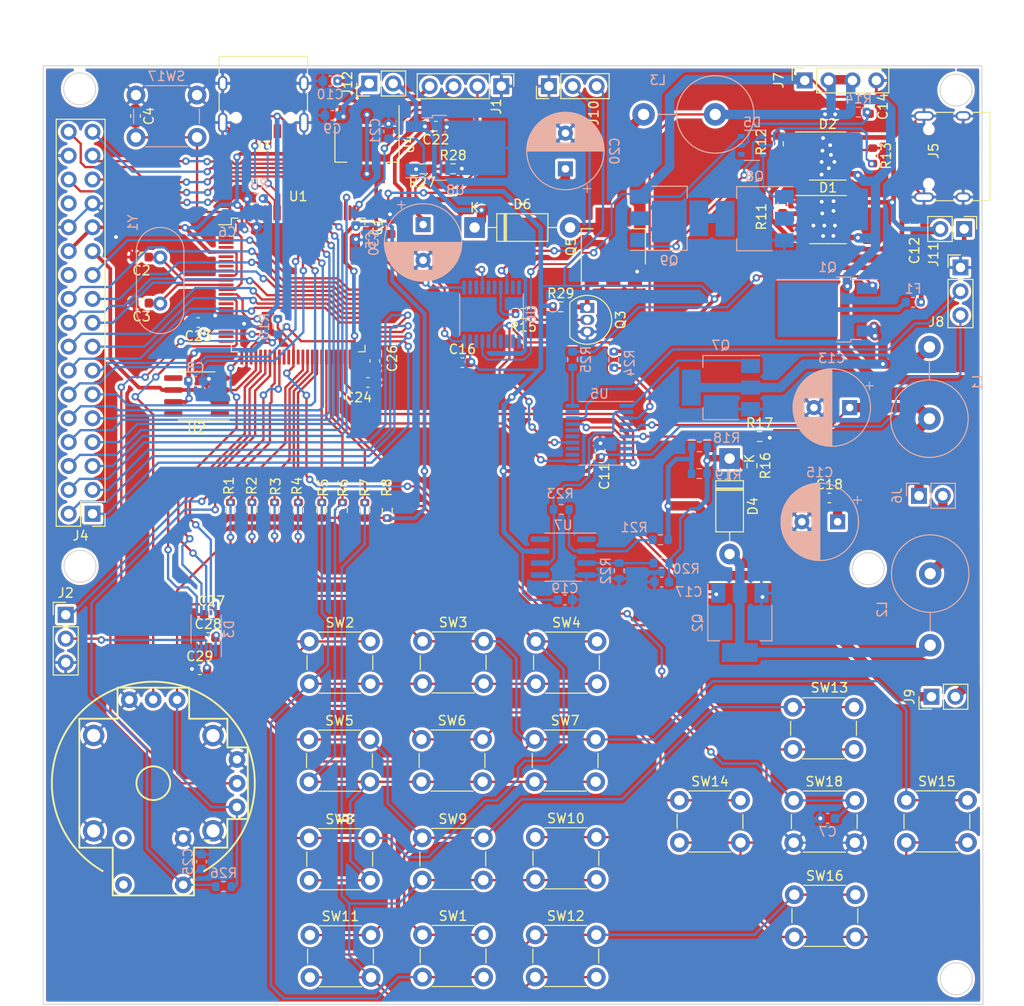
<source format=kicad_pcb>
(kicad_pcb (version 20211014) (generator pcbnew)
  (layers (0 "F.Cu" signal) (31 "B.Cu" signal) (34 "B.Paste" user) (35 "F.Paste" user) (36 "B.SilkS" user "B.Silkscreen") (37 "F.SilkS" user "F.Silkscreen") (38 "B.Mask" user) (39 "F.Mask" user) (44 "Edge.Cuts" user))
  (net 0 "")
  (net 6 "Net-(C7-Pad2)")
  (net 10 "Earth")
  (net 11 "Net-(C2-Pad1)")
  (net 12 "Net-(C3-Pad1)")
  (net 13 "/NRST")
  (net 14 "/ADC_BUCK")
  (net 15 "Net-(C14-Pad2)")
  (net 18 "Net-(C1-Pad1)")
  (net 22 "Net-(C28-Pad2)")
  (net 23 "/DAC1")
  (net 24 "Net-(C29-Pad2)")
  (net 25 "/ADC_CONVST")
  (net 26 "/ADC_MISO")
  (net 30 "/CS")
  (net 31 "/RS")
  (net 32 "/WR")
  (net 33 "/RD")
  (net 34 "/D8")
  (net 35 "/D9")
  (net 36 "/D10")
  (net 37 "/D11")
  (net 38 "/D12")
  (net 39 "/D13")
  (net 40 "/D14")
  (net 41 "/D15")
  (net 47 "/USART1_Tx")
  (net 48 "/USART1_Rx")
  (net 49 "/USB_D-")
  (net 50 "/USB_D+")
  (net 51 "/SWDIO")
  (net 52 "/SWCLK")
  (net 54 "/RST")
  (net 55 "/PEN")
  (net 56 "/T_CS")
  (net 57 "/D0")
  (net 58 "/D1")
  (net 59 "/D2")
  (net 60 "/D3")
  (net 61 "/D4")
  (net 62 "/D5")
  (net 63 "/D6")
  (net 64 "/D7")
  (net 65 "/CLK")
  (net 66 "/MISO")
  (net 67 "/MOSI")
  (net 68 "/SDCS")
  (net 70 "Net-(C15-Pad1)")
  (net 76 "/BL")
  (net 78 "Net-(C20-Pad1)")
  (net 80 "Net-(D2-Pad2)")
  (net 81 "/VDD")
  (net 82 "/V")
  (net 83 "/H")
  (net 84 "/JOY_BUT")
  (net 85 "/NC")
  (net 86 "/B0_out")
  (net 87 "/B1_out")
  (net 88 "/B2_out")
  (net 89 "/B3_out")
  (net 90 "/B0_in")
  (net 91 "/B1_in")
  (net 92 "/B2_in")
  (net 93 "/B3_in")
  (net 94 "/+5")
  (net 103 "/B+")
  (net 104 "Net-(D1-Pad2)")
  (net 105 "Net-(D5-Pad2)")
  (net 106 "Net-(C12-Pad2)")
  (net 109 "Net-(F1-Pad2)")
  (net 117 "/ADC_+5")
  (net 120 "Net-(J6-Pad2)")
  (net 121 "Net-(J8-Pad2)")
  (net 122 "Net-(J9-Pad1)")
  (net 123 "Net-(J10-Pad2)")
  (net 124 "Net-(D4-Pad2)")
  (net 125 "Net-(D6-Pad2)")
  (net 126 "/PWM_BUCK")
  (net 127 "/PWM_BOOST")
  (net 128 "/PWM_BOOST_N")
  (net 129 "Net-(Q5-Pad1)")
  (net 130 "Net-(R9-Pad2)")
  (net 131 "/ADC_BOOST")
  (net 132 "Net-(R20-Pad2)")
  (net 133 "Net-(R21-Pad2)")
  (net 134 "/ADC_I")
  (net 148 "Net-(L1-Pad2)")
  (net 149 "Net-(C23-Pad1)")
  (net 150 "Net-(Q7-Pad1)")
  (net 151 "Net-(Q1-Pad1)")
  (net 152 "/USART3_Tx")
  (net 153 "/USART3_Rx")
  (net 154 "Net-(C24-Pad1)")
  (net 155 "Net-(R24-Pad1)")
  (net 156 "Net-(D5-Pad1)")
  (net 157 "Net-(D5-Pad3)")
  (net 158 "Net-(Q8-Pad2)")
  (net 159 "/B-")
  (net 161 "/ADC_CLK")
  (net 162 "/ADC_MOSI")
  (net 163 "/ADC_START")
  (net 166 "Net-(C8-Pad2)")
  (net 168 "Net-(Q3-Pad2)")
  (net 169 "Net-(U6-Pad17)")
  (footprint "Capacitor_SMD:C_0603_1608Metric" (layer "F.Cu") (at 85.43 81.68 -90)
    (fp_text reference "C26")
    (fp_text value "10u")
  )
  (footprint "Button_Switch_THT:SW_PUSH_6mm_H8mm" (layer "F.Cu") (at 90.52 111.51)
    (fp_text reference "SW3")
    (fp_text value "B_2")
  )
  (footprint "Capacitor_SMD:C_0603_1608Metric" (layer "F.Cu") (at 133.79 96.26)
    (fp_text reference "C18")
    (fp_text value "0.1uF")
  )
  (footprint "Resistor_SMD:R_0603_1608Metric" (layer "F.Cu") (at 79.79 97.57 -90)
    (fp_text reference "R5")
    (fp_text value "2k")
  )
  (footprint "Capacitor_SMD:C_0603_1608Metric" (layer "F.Cu") (at 60.61 70.64 180)
    (fp_text reference "C2")
    (fp_text value "15pF")
  )
  (footprint "Button_Switch_THT:SW_PUSH_6mm_H8mm" (layer "F.Cu") (at 78.45 132.44)
    (fp_text reference "SW8")
    (fp_text value "B_7")
  )
  (footprint "Capacitor_SMD:C_0603_1608Metric" (layer "F.Cu") (at 138.05 54.61 -90)
    (fp_text reference "C14")
    (fp_text value "0.1u")
  )
  (footprint "Resistor_SMD:R_0603_1608Metric" (layer "F.Cu") (at 126.37 89.73)
    (fp_text reference "R17")
    (fp_text value "10k")
  )
  (footprint "Capacitor_SMD:C_0603_1608Metric" (layer "F.Cu") (at 142.89 67.2 -90)
    (fp_text reference "C12")
    (fp_text value "0.1u")
  )
  (footprint "Resistor_SMD:R_0603_1608Metric" (layer "F.Cu") (at 101.22 76.63 180)
    (fp_text reference "R15")
    (fp_text value "1k")
  )
  (footprint "Capacitor_SMD:C_0603_1608Metric" (layer "F.Cu") (at 66.65 77.6 180)
    (fp_text reference "C23")
    (fp_text value "0.1uF")
  )
  (footprint "Resistor_SMD:R_0603_1608Metric" (layer "F.Cu") (at 138.4 59.87 -90)
    (fp_text reference "R13")
    (fp_text value "1k")
  )
  (footprint "Resistor_SMD:R_0603_1608Metric" (layer "F.Cu") (at 105.22 75.93)
    (fp_text reference "R29")
    (fp_text value "100")
  )
  (footprint "Connector_PinHeader_2.54mm:PinHeader_2x17_P2.54mm_Vertical" (layer "F.Cu") (at 55.405 97.945 180)
    (fp_text reference "J4")
    (fp_text value "Conn_02x17_Odd_Even")
  )
  (footprint "Button_Switch_THT:SW_PUSH_6mm_H8mm" (layer "F.Cu") (at 102.57 111.53)
    (fp_text reference "SW4")
    (fp_text value "B_3")
  )
  (footprint "Package_TO_SOT_THT:TO-92_Inline" (layer "F.Cu") (at 108.03 76.04 -90)
    (fp_text reference "Q3")
    (fp_text value "BC547")
  )
  (footprint "Package_TO_SOT_SMD:SOT-223" (layer "F.Cu") (at 110.81 69.53 90)
    (fp_text reference "Q5")
    (fp_text value "Q_NMOS_GDS")
  )
  (footprint "Connector_USB:USB_C_Receptacle_HRO_TYPE-C-31-M-12" (layer "F.Cu") (at 146.98 59.94 90)
    (fp_text reference "J5")
    (fp_text value "USB_C_Receptacle_USB2.0")
  )
  (footprint "Button_Switch_THT:SW_PUSH_6mm_H8mm" (layer "F.Cu") (at 102.5 142.74)
    (fp_text reference "SW12")
    (fp_text value "B_11")
  )
  (footprint "Resistor_SMD:R_0603_1608Metric" (layer "F.Cu") (at 90.48 61.25 180)
    (fp_text reference "R27")
    (fp_text value "10k")
  )
  (footprint "Button_Switch_THT:SW_PUSH_6mm_H8mm" (layer "F.Cu") (at 141.98 128.42)
    (fp_text reference "SW15")
    (fp_text value "B_14")
  )
  (footprint "Resistor_SMD:R_0603_1608Metric" (layer "F.Cu") (at 81.99 97.57 -90)
    (fp_text reference "R6")
    (fp_text value "2k")
  )
  (footprint "Package_QFP:LQFP-100_14x14mm_P0.5mm" (layer "F.Cu") (at 77.28 73.6)
    (fp_text reference "U1")
    (fp_text value "ch32v307vct6")
  )
  (footprint "Connector_PinHeader_2.54mm:PinHeader_1x04_P2.54mm_Vertical" (layer "F.Cu") (at 98.89 52.46 -90)
    (fp_text reference "J1")
    (fp_text value "Conn_01x04_Male")
  )
  (footprint "Button_Switch_THT:SW_PUSH_6mm_H8mm" (layer "F.Cu") (at 90.48 132.42)
    (fp_text reference "SW9")
    (fp_text value "B_8")
  )
  (footprint "Capacitor_SMD:C_0603_1608Metric" (layer "F.Cu") (at 91.93 56.71 180)
    (fp_text reference "C22")
    (fp_text value "0.1uF")
  )
  (footprint "Connector_PinHeader_2.54mm:PinHeader_1x02_P2.54mm_Vertical" (layer "F.Cu") (at 84.845 52.17 90)
    (fp_text reference "J12")
    (fp_text value "Conn_02x01")
  )
  (footprint "Button_Switch_THT:SW_PUSH_6mm_H8mm" (layer "F.Cu") (at 78.47 111.53)
    (fp_text reference "SW2")
    (fp_text value "B_1")
  )
  (footprint "Button_Switch_THT:SW_PUSH_6mm_H8mm" (layer "F.Cu") (at 129.92 118.52)
    (fp_text reference "SW13")
    (fp_text value "B_12")
  )
  (footprint "Capacitor_SMD:C_0603_1608Metric" (layer "F.Cu") (at 68.055 108.66)
    (fp_text reference "C27")
    (fp_text value "1uF")
  )
  (footprint "Capacitor_SMD:C_0603_1608Metric" (layer "F.Cu") (at 59.97 55.63 -90)
    (fp_text reference "C4")
    (fp_text value "0.1uF")
  )
  (footprint "Button_Switch_THT:SW_PUSH_6mm_H8mm" (layer "F.Cu") (at 90.51 142.74)
    (fp_text reference "SW1")
    (fp_text value "B_0")
  )
  (footprint "Connector_USB:USB_C_Receptacle_HRO_TYPE-C-31-M-12" (layer "F.Cu") (at 73.57 53.2 180)
    (fp_text reference "J3")
    (fp_text value "USB_C_Receptacle_USB2.0")
  )
  (footprint "Capacitor_SMD:C_0603_1608Metric" (layer "F.Cu") (at 60.62 75.53 180)
    (fp_text reference "C3")
    (fp_text value "15pF")
  )
  (footprint "Diode_THT:D_DO-41_SOD81_P10.16mm_Horizontal" (layer "F.Cu") (at 96.05 67.49)
    (fp_text reference "D6")
    (fp_text value "1N4001")
  )
  (footprint "Package_SO:SOIC-8_3.9x4.9mm_P1.27mm" (layer "F.Cu") (at 133.65 66.65)
    (fp_text reference "D1")
    (fp_text value "tp4056")
  )
  (footprint "Button_Switch_THT:SW_PUSH_6mm_H8mm" (layer "F.Cu") (at 117.84 128.43)
    (fp_text reference "SW14")
    (fp_text value "B_13")
  )
  (footprint "Connector_PinHeader_2.54mm:PinHeader_1x03_P2.54mm_Vertical" (layer "F.Cu") (at 147.74 71.74)
    (fp_text reference "J8")
    (fp_text value "Conn_01x03_Male")
  )
  (footprint "Capacitor_SMD:C_0603_1608Metric" (layer "F.Cu") (at 67.7 111.11)
    (fp_text reference "C28")
    (fp_text value "1uF")
  )
  (footprint "Resistor_SMD:R_0603_1608Metric" (layer "F.Cu") (at 128.37 58.58 -90)
    (fp_text reference "R12")
    (fp_text value "1,2k")
  )
  (footprint "Connector_PinHeader_2.54mm:PinHeader_1x03_P2.54mm_Vertical" (layer "F.Cu") (at 52.55 108.695)
    (fp_text reference "J2")
    (fp_text value "Conn_01x03_Male")
  )
  (footprint "Button_Switch_THT:SW_PUSH_6mm_H8mm" (layer "F.Cu") (at 130.06 138.47)
    (fp_text reference "SW16")
    (fp_text value "B_15")
  )
  (footprint "Package_SO:SOIC-8_3.9x4.9mm_P1.27mm" (layer "F.Cu") (at 133.62 59.88)
    (fp_text reference "D2")
    (fp_text value "tp4056")
  )
  (footprint "Capacitor_SMD:C_0603_1608Metric" (layer "F.Cu") (at 66.81 114.54)
    (fp_text reference "C29")
    (fp_text value "1 nF")
  )
  (footprint "Package_SO:SOIC-8_3.9x4.9mm_P1.27mm" (layer "F.Cu") (at 66.47 85.41 180)
    (fp_text reference "U2")
    (fp_text value "ADA4077-1xR")
  )
  (footprint "Resistor_SMD:R_0603_1608Metric" (layer "F.Cu") (at 84.37 97.58 -90)
    (fp_text reference "R7")
    (fp_text value "2k")
  )
  (footprint "Capacitor_SMD:C_0603_1608Metric" (layer "F.Cu") (at 109.4 91.22 90)
    (fp_text reference "C11")
    (fp_text value "0.1uF")
  )
  (footprint "Button_Switch_THT:SW_PUSH_6mm_H8mm" (layer "F.Cu") (at 130 128.44)
    (fp_text reference "SW18")
    (fp_text value "B_ENTER")
  )
  (footprint "Capacitor_SMD:C_0603_1608Metric" (layer "F.Cu") (at 87.16 67.41 90)
    (fp_text reference "C1")
    (fp_text value "0.1uF")
  )
  (footprint "Package_TO_SOT_SMD:SOT-223" (layer "F.Cu") (at 84.6 58.63 -90)
    (fp_text reference "U4")
    (fp_text value "LM1117-3.3")
  )
  (footprint "Connector_PinHeader_2.54mm:PinHeader_1x02_P2.54mm_Vertical" (layer "F.Cu") (at 148.13 67.65 -90)
    (fp_text reference "J11")
    (fp_text value "Conn_02x01")
  )
  (footprint "Resistor_SMD:R_0603_1608Metric" (layer "F.Cu") (at 74.77 97.56 -90)
    (fp_text reference "R3")
    (fp_text value "2k")
  )
  (footprint "Resistor_SMD:R_0603_1608Metric" (layer "F.Cu") (at 86.76 97.59 -90)
    (fp_text reference "R8")
    (fp_text value "2k")
  )
  (footprint "Connector_PinSocket_2.54mm:PinSocket_1x04_P2.54mm_Vertical" (layer "F.Cu") (at 131.17 51.84 90)
    (fp_text reference "J7")
    (fp_text value "Screw_Terminal_01x04")
  )
  (footprint "Button_Switch_THT:SW_PUSH_6mm_H8mm" (layer "F.Cu") (at 78.42 121.96)
    (fp_text reference "SW5")
    (fp_text value "B_4")
  )
  (footprint "Button_Switch_THT:SW_PUSH_6mm_H8mm" (layer "F.Cu") (at 90.4 121.95)
    (fp_text reference "SW6")
    (fp_text value "B_5")
  )
  (footprint "Resistor_SMD:R_0603_1608Metric" (layer "F.Cu") (at 77.3 97.57 -90)
    (fp_text reference "R4")
    (fp_text value "2k")
  )
  (footprint "Connector_PinHeader_2.54mm:PinHeader_1x02_P2.54mm_Vertical" (layer "F.Cu") (at 144.655 117.41 90)
    (fp_text reference "J9")
    (fp_text value "Conn_02x01")
  )
  (footprint "Resistor_SMD:R_0603_1608Metric" (layer "F.Cu") (at 72.36 97.55 -90)
    (fp_text reference "R2")
    (fp_text value "2k")
  )
  (footprint "Capacitor_SMD:C_0603_1608Metric" (layer "F.Cu") (at 94.75 81.87)
    (fp_text reference "C16")
    (fp_text value "0.1uF")
  )
  (footprint "Button_Switch_THT:SW_PUSH_6mm_H8mm" (layer "F.Cu") (at 102.43 121.95)
    (fp_text reference "SW7")
    (fp_text value "B_6")
  )
  (footprint "Capacitor_SMD:C_0603_1608Metric" (layer "F.Cu") (at 84.7 83.98)
    (fp_text reference "C24")
    (fp_text value "0.1uF")
  )
  (footprint "Connector_PinHeader_2.54mm:PinHeader_1x03_P2.54mm_Vertical" (layer "F.Cu") (at 103.955 52.45 90)
    (fp_text reference "J10")
    (fp_text value "Conn_01x03_Male")
  )
  (footprint "Library:PS4_joystick" (layer "F.Cu") (at 61.87 126.608498 180)
    (fp_text reference "U3" hide)
    (fp_text value "COM-09032" hide)
  )
  (footprint "Resistor_SMD:R_0603_1608Metric" (layer "F.Cu") (at 93.76 61.24)
    (fp_text reference "R28")
    (fp_text value "10k")
  )
  (footprint "Button_Switch_THT:SW_PUSH_6mm_H8mm" (layer "F.Cu") (at 78.53 142.77)
    (fp_text reference "SW11")
    (fp_text value "B_10")
  )
  (footprint "Diode_THT:D_DO-41_SOD81_P10.16mm_Horizontal" (layer "F.Cu") (at 123.18 92.07 -90)
    (fp_text reference "D4")
    (fp_text value "1N4001")
  )
  (footprint "Resistor_SMD:R_0603_1608Metric" (layer "F.Cu") (at 125.56 92.83 -90)
    (fp_text reference "R16")
    (fp_text value "50k")
  )
  (footprint "Button_Switch_THT:SW_PUSH_6mm_H8mm" (layer "F.Cu") (at 102.51 132.35)
    (fp_text reference "SW10")
    (fp_text value "B_9")
  )
  (footprint "Resistor_SMD:R_0603_1608Metric" (layer "F.Cu") (at 128.82 65.09 -90)
    (fp_text reference "R11")
    (fp_text value "1,2k")
  )
  (footprint "Resistor_SMD:R_0603_1608Metric" (layer "F.Cu") (at 70.08 97.55 -90)
    (fp_text reference "R1")
    (fp_text value "2k")
  )
  (footprint "Inductor_THT:L_Axial_L20.0mm_D8.0mm_P7.62mm_Vertical" (layer "B.Cu") (at 121.65 55.46 180)
    (fp_text reference "L3")
    (fp_text value "L")
  )
  (footprint "Resistor_SMD:R_0603_1608Metric" (layer "B.Cu") (at 119.97 90.82 180)
    (fp_text reference "R18")
    (fp_text value "0.22")
  )
  (footprint "Package_TO_SOT_SMD:SOT-223" (layer "B.Cu") (at 125.84 66.55 180)
    (fp_text reference "Q8")
    (fp_text value "Q_NMOS_GDS")
  )
  (footprint "Resistor_SMD:R_0603_1608Metric" (layer "B.Cu") (at 75.11 78.01 -90)
    (fp_text reference "R10")
    (fp_text value "2k")
  )
  (footprint "Package_SO:TSOP-6_1.65x3.05mm_P0.95mm" (layer "B.Cu") (at 125.58 58.75 180)
    (fp_text reference "D5")
    (fp_text value "dw01a")
  )
  (footprint "Button_Switch_THT:SW_PUSH_6mm_H8mm" (layer "B.Cu") (at 66.52 53.4 180)
    (fp_text reference "SW17")
    (fp_text value "SW_Push_Rst")
  )
  (footprint "Package_TO_SOT_SMD:SOT-223" (layer "B.Cu") (at 124.27 109.55 -90)
    (fp_text reference "Q2")
    (fp_text value "Q_NMOS_GDS")
  )
  (footprint "Capacitor_THT:CP_Radial_D8.0mm_P3.80mm" (layer "B.Cu") (at 105.71 61.252651 90)
    (fp_text reference "C20")
    (fp_text value "C_Polarized")
  )
  (footprint "Inductor_THT:L_Axial_L20.0mm_D8.0mm_P7.62mm_Vertical" (layer "B.Cu") (at 144.44 87.83 90)
    (fp_text reference "L1")
    (fp_text value "L")
  )
  (footprint "Package_SO:SOIC-8_3.9x4.9mm_P1.27mm" (layer "B.Cu") (at 105.48 102.56 180)
    (fp_text reference "U7")
    (fp_text value "ADA4077-1xR")
  )
  (footprint "Connector_PinHeader_2.54mm:PinHeader_1x02_P2.54mm_Vertical" (layer "B.Cu") (at 143.325 96.03 -90)
    (fp_text reference "J6")
    (fp_text value "Conn_02x01")
  )
  (footprint "Resistor_SMD:R_0603_1608Metric" (layer "B.Cu") (at 69.34 137.6 180)
    (fp_text reference "R26")
    (fp_text value "2k")
  )
  (footprint "Package_SO:TSSOP-20_4.4x6.5mm_P0.65mm" (layer "B.Cu") (at 109.33 89.39 180)
    (fp_text reference "U5")
    (fp_text value "CH32V003")
  )
  (footprint "Resistor_SMD:R_0603_1608Metric" (layer "B.Cu") (at 72.84 64.41)
    (fp_text reference "R9")
    (fp_text value "10k")
  )
  (footprint "Package_TO_SOT_SMD:SOT-223" (layer "B.Cu") (at 122.25 84.52 180)
    (fp_text reference "Q7")
    (fp_text value "Q_NMOS_GDS")
  )
  (footprint "Resistor_SMD:R_0603_1608Metric" (layer "B.Cu") (at 115.91 103.18 180)
    (fp_text reference "R20")
    (fp_text value "1k")
  )
  (footprint "Package_SO:TSSOP-20_4.4x6.5mm_P0.65mm" (layer "B.Cu") (at 97.85 76.74 90)
    (fp_text reference "U6")
    (fp_text value "CH32V003")
  )
  (footprint "Capacitor_THT:CP_Radial_D8.0mm_P3.80mm" (layer "B.Cu") (at 135.95 86.65 180)
    (fp_text reference "C13")
    (fp_text value "C_Polarized")
  )
  (footprint "Capacitor_SMD:C_0603_1608Metric" (layer "B.Cu") (at 133.61 130.35)
    (fp_text reference "C7")
    (fp_text value "0.1uF")
  )
  (footprint "Capacitor_SMD:C_0603_1608Metric" (layer "B.Cu") (at 66.36 83.84 180)
    (fp_text reference "C8")
    (fp_text value "0,1uF")
  )
  (footprint "Capacitor_SMD:C_0603_1608Metric" (layer "B.Cu") (at 72.11 67.4)
    (fp_text reference "C6")
    (fp_text value "0.1uF")
  )
  (footprint "Fuse:Fuse_0603_1608Metric" (layer "B.Cu") (at 142.7 75.44 180)
    (fp_text reference "F1")
    (fp_text value "Fuse")
  )
  (footprint "Capacitor_THT:CP_Radial_D8.0mm_P3.80mm" (layer "B.Cu") (at 90.57 67.177349 -90)
    (fp_text reference "C30")
    (fp_text value "C_Polarized")
  )
  (footprint "Capacitor_SMD:C_0603_1608Metric" (layer "B.Cu") (at 115.95 105.2)
    (fp_text reference "C17")
    (fp_text value "0.1uF")
  )
  (footprint "Resistor_SMD:R_0603_1608Metric" (layer "B.Cu") (at 136.89 55.21 180)
    (fp_text reference "R14")
    (fp_text value "100")
  )
  (footprint "Capacitor_SMD:C_0603_1608Metric" (layer "B.Cu") (at 86.92 57.27 -90)
    (fp_text reference "C21")
    (fp_text value "0.1uF")
  )
  (footprint "Capacitor_SMD:C_0603_1608Metric" (layer "B.Cu") (at 80.69 51.9)
    (fp_text reference "C10")
    (fp_text value "0.1uF")
  )
  (footprint "Crystal:Crystal_HC18-U_Vertical" (layer "B.Cu") (at 62.6 70.68 -90)
    (fp_text reference "Y1")
    (fp_text value "Crystal")
  )
  (footprint "Resistor_SMD:R_0603_1608Metric" (layer "B.Cu") (at 119.95 93.67 180)
    (fp_text reference "R19")
    (fp_text value "0.22")
  )
  (footprint "Capacitor_SMD:C_0603_1608Metric" (layer "B.Cu") (at 105.66 107.1 180)
    (fp_text reference "C19")
    (fp_text value "0,1uF")
  )
  (footprint "Package_TO_SOT_SMD:TO-252-2" (layer "B.Cu") (at 94.02 59.01)
    (fp_text reference "U8")
    (fp_text value "L7805")
  )
  (footprint "Package_TO_SOT_SMD:SOT-223" (layer "B.Cu") (at 116.75 66.51)
    (fp_text reference "Q9")
    (fp_text value "Q_NMOS_GDS")
  )
  (footprint "Resistor_SMD:R_0603_1608Metric" (layer "B.Cu") (at 111.43 104.01 -90)
    (fp_text reference "R22")
    (fp_text value "20k")
  )
  (footprint "Capacitor_SMD:C_0603_1608Metric" (layer "B.Cu") (at 67 134.95 -90)
    (fp_text reference "C25")
    (fp_text value "0.1uF")
  )
  (footprint "Resistor_SMD:R_0603_1608Metric" (layer "B.Cu") (at 115.82 100.71 180)
    (fp_text reference "R21")
    (fp_text value "1k")
  )
  (footprint "Package_TO_SOT_SMD:TO-252-2" (layer "B.Cu") (at 133.6 76.22 180)
    (fp_text reference "Q1")
    (fp_text value "BD250")
  )
  (footprint "Resistor_SMD:R_0603_1608Metric" (layer "B.Cu") (at 110.86 81.55 90)
    (fp_text reference "R24")
    (fp_text value "1k")
  )
  (footprint "Resistor_SMD:R_0603_1608Metric" (layer "B.Cu") (at 105.27 97.49 180)
    (fp_text reference "R23")
    (fp_text value "20k")
  )
  (footprint "Package_SO:VSSOP-10_3x3mm_P0.5mm" (layer "B.Cu") (at 67.49 110.22 90)
    (fp_text reference "D3")
    (fp_text value "ads8863")
  )
  (footprint "Capacitor_THT:CP_Radial_D8.0mm_P3.80mm" (layer "B.Cu") (at 134.67 98.8 180)
    (fp_text reference "C15")
    (fp_text value "C_Polarized")
  )
  (footprint "Capacitor_SMD:C_0603_1608Metric" (layer "B.Cu") (at 80.91 55.56)
    (fp_text reference "C9")
    (fp_text value "0.1uF")
  )
  (footprint "Capacitor_SMD:C_0603_1608Metric" (layer "B.Cu") (at 83.4 68.04 -90)
    (fp_text reference "C5")
    (fp_text value "10u")
  )
  (footprint "Inductor_THT:L_Axial_L20.0mm_D8.0mm_P7.62mm_Vertical" (layer "B.Cu") (at 144.52 104.31 -90)
    (fp_text reference "L2")
    (fp_text value "L")
  )
  (footprint "Resistor_SMD:R_0603_1608Metric" (layer "B.Cu") (at 106.47 81.53 90)
    (fp_text reference "R25")
    (fp_text value "1k")
  )
  (gr_circle (center 147.27 52.87) (end 145.57 52.87) (layer "Edge.Cuts") (width 0.1) (fill none))
  (gr_line (start 50.16 50.28) (end 50.16 150.14) (layer "Edge.Cuts") (width 0.1))
  (gr_line (start 150.02 50.28) (end 50.16 50.28) (layer "Edge.Cuts") (width 0.1))
  (gr_circle (center 54.07 103.53) (end 52.37 103.53) (layer "Edge.Cuts") (width 0.1) (fill none))
  (gr_circle (center 137.93 103.79) (end 136.23 103.79) (layer "Edge.Cuts") (width 0.1) (fill none))
  (gr_line (start 150.14 150.14) (end 150.02 50.28) (layer "Edge.Cuts") (width 0.1))
  (gr_circle (center 54.03 52.74) (end 52.33 52.74) (layer "Edge.Cuts") (width 0.1) (fill none))
  (gr_line (start 50.16 150.14) (end 150.14 150.14) (layer "Edge.Cuts") (width 0.1))
  (gr_circle (center 147.29 147.41) (end 145.59 147.41) (layer "Edge.Cuts") (width 0.1) (fill none))
  (segment (start 78.16 85.34) (end 78.16 93.95) (width 0.25) (layer "F.Cu") (net 6))
  (segment (start 75.11 78.2) (end 75.11 77.29) (width 0.25) (layer "F.Cu") (net 6))
  (segment (start 76.07 82.98) (end 76.01 83.04) (width 0.25) (layer "F.Cu") (net 6))
  (segment (start 121.19 123.28) (end 115.96 118.05) (width 0.25) (layer "F.Cu") (net 6))
  (segment (start 76.07 82.98) (end 76.78 82.27) (width 0.25) (layer "F.Cu") (net 6))
  (segment (start 76.78 79.87) (end 75.11 78.2) (width 0.25) (layer "F.Cu") (net 6))
  (segment (start 76.78 81.275) (end 76.78 79.87) (width 0.25) (layer "F.Cu") (net 6))
  (segment (start 88.91 95.03) (end 90.18 95.03) (width 0.25) (layer "F.Cu") (net 6))
  (segment (start 115.96 118.05) (end 115.96 114.68) (width 0.25) (layer "F.Cu") (net 6))
  (segment (start 90.18 95.03) (end 103.72 108.57) (width 0.25) (layer "F.Cu") (net 6))
  (segment (start 103.72 108.57) (end 112.28 108.57) (width 0.25) (layer "F.Cu") (net 6))
  (segment (start 76.78 82.27) (end 76.78 81.275) (width 0.25) (layer "F.Cu") (net 6))
  (segment (start 78.16 93.95) (end 78.51 94.3) (width 0.25) (layer "F.Cu") (net 6))
  (via (at 88.91 95.03) (size 0.8) (drill 0.4) (layers "F.Cu" "B.Cu") (net 6))
  (via (at 115.96 114.68) (size 0.8) (drill 0.4) (layers "F.Cu" "B.Cu") (net 6))
  (via (at 121.19 123.28) (size 0.8) (drill 0.4) (layers "F.Cu" "B.Cu") (net 6))
  (via (at 75.11 77.29) (size 0.8) (drill 0.4) (layers "F.Cu" "B.Cu") (net 6))
  (via (at 76.07 82.98) (size 0.8) (drill 0.4) (layers "F.Cu" "B.Cu") (net 6))
  (via (at 112.28 108.57) (size 0.8) (drill 0.4) (layers "F.Cu" "B.Cu") (net 6))
  (via (at 78.16 85.34) (size 0.8) (drill 0.4) (layers "F.Cu" "B.Cu") (net 6))
  (via (at 78.51 94.3) (size 0.8) (drill 0.4) (layers "F.Cu" "B.Cu") (net 6))
  (segment (start 76.265 83.445) (end 78.16 85.34) (width 0.25) (layer "B.Cu") (net 6))
  (segment (start 130 128.44) (end 126.09 124.53) (width 0.25) (layer "B.Cu") (net 6))
  (segment (start 134.59 130.35) (end 136.5 128.44) (width 0.25) (layer "B.Cu") (net 6))
  (segment (start 76.265 83.175) (end 76.07 82.98) (width 0.25) (layer "B.Cu") (net 6))
  (segment (start 122.44 124.53) (end 121.19 123.28) (width 0.25) (layer "B.Cu") (net 6))
  (segment (start 126.09 124.53) (end 122.44 124.53) (width 0.25) (layer "B.Cu") (net 6))
  (segment (start 130 128.44) (end 136.5 128.44) (width 0.25) (layer "B.Cu") (net 6))
  (segment (start 121.19 123.28) (end 121.16 123.25) (width 0.25) (layer "B.Cu") (net 6))
  (segment (start 134.385 130.35) (end 134.59 130.35) (width 0.25) (layer "B.Cu") (net 6))
  (segment (start 76.265 83.445) (end 76.265 83.175) (width 0.25) (layer "B.Cu") (net 6))
  (segment (start 78.52 94.3) (end 79.25 95.03) (width 0.25) (layer "B.Cu") (net 6))
  (segment (start 78.51 94.3) (end 78.52 94.3) (width 0.25) (layer "B.Cu") (net 6))
  (segment (start 79.25 95.03) (end 88.91 95.03) (width 0.25) (layer "B.Cu") (net 6))
  (segment (start 115.96 114.68) (end 115.96 112.25) (width 0.25) (layer "B.Cu") (net 6))
  (segment (start 115.96 112.25) (end 112.28 108.57) (width 0.25) (layer "B.Cu") (net 6))
  (segment (start 70.5 83.505) (end 68.945 83.505) (width 0.25) (layer "F.Cu") (net 10))
  (segment (start 65.875 76.675) (end 65.8 76.6) (width 0.25) (layer "F.Cu") (net 10))
  (segment (start 59.835 70.64) (end 59.835 70.435) (width 0.25) (layer "F.Cu") (net 10))
  (segment (start 134.235 65.725) (end 134.525 66.015) (width 0.5) (layer "F.Cu") (net 10))
  (segment (start 71.78 64.5) (end 71.82 64.46) (width 0.25) (layer "F.Cu") (net 10))
  (segment (start 60.93 69.545) (end 63.155 69.545) (width 0.25) (layer "F.Cu") (net 10))
  (segment (start 136.125 67.285) (end 136.125 66.015) (width 0.5) (layer "F.Cu") (net 10))
  (segment (start 133.735 63.985) (end 133.735 61.185) (width 0.5) (layer "F.Cu") (net 10))
  (segment (start 67.78 83.6) (end 68.85 83.6) (width 0.25) (layer "F.Cu") (net 10))
  (segment (start 76.82 56.51) (end 77 56.33) (width 0.25) (layer "F.Cu") (net 10))
  (segment (start 131.145 57.975) (end 133.125 57.975) (width 0.25) (layer "F.Cu") (net 10))
  (segment (start 136.095 59.245) (end 138.2 59.245) (width 0.25) (layer "F.Cu") (net 10))
  (segment (start 72.25 67.3) (end 72.64 67.3) (width 0.25) (layer "F.Cu") (net 10))
  (segment (start 131.145 60.515) (end 132.965 60.515) (width 0.25) (layer "F.Cu") (net 10))
  (segment (start 65.64 76.76) (end 65.8 76.6) (width 0.25) (layer "F.Cu") (net 10))
  (segment (start 132.975 64.745) (end 133.735 63.985) (width 0.5) (layer "F.Cu") (net 10))
  (segment (start 66.925 109.015) (end 67.28 108.66) (width 0.25) (layer "F.Cu") (net 10))
  (segment (start 71.78 82.225) (end 70.5 83.505) (width 0.25) (layer "F.Cu") (net 10))
  (segment (start 65.875 77.6) (end 65.875 76.675) (width 0.25) (layer "F.Cu") (net 10))
  (segment (start 132.095 67.285) (end 133.255 67.285) (width 0.5) (layer "F.Cu") (net 10))
  (segment (start 72.64 67.3) (end 72.8 67.46) (width 0.25) (layer "F.Cu") (net 10))
  (segment (start 83.43 68.53) (end 83.43 68.72) (width 0.25) (layer "F.Cu") (net 10))
  (segment (start 71.78 66.83) (end 72.25 67.3) (width 0.25) (layer "F.Cu") (net 10))
  (segment (start 68.85 83.6) (end 68.945 83.505) (width 0.25) (layer "F.Cu") (net 10))
  (segment (start 134.395 59.245) (end 136.095 59.245) (width 0.25) (layer "F.Cu") (net 10))
  (segment (start 138.2 59.245) (end 138.4 59.045) (width 0.25) (layer "F.Cu") (net 10))
  (segment (start 133.735 61.185) (end 133.735 60.515) (width 0.5) (layer "F.Cu") (net 10))
  (segment (start 84.955 68.1) (end 83.86 68.1) (width 0.25) (layer "F.Cu") (net 10))
  (segment (start 59.845 75.53) (end 59.845 70.65) (width 0.25) (layer "F.Cu") (net 10))
  (segment (start 130.775 64.265) (end 128.82 64.265) (width 0.5) (layer "F.Cu") (net 10))
  (segment (start 71.526456 77.730908) (end 71.24 78.017364) (width 0.25) (layer "F.Cu") (net 10))
  (segment (start 130.925 57.755) (end 128.37 57.755) (width 0.25) (layer "F.Cu") (net 10))
  (segment (start 70.165 57.245) (end 69.25 56.33) (width 0.25) (layer "F.Cu") (net 10))
  (segment (start 131.175 64.745) (end 132.975 64.745) (width 0.5) (layer "F.Cu") (net 10))
  (segment (start 63.155 69.545) (end 65.71 72.1) (width 0.25) (layer "F.Cu") (net 10))
  (segment (start 133.88 58.73) (end 134.395 59.245) (width 0.25) (layer "F.Cu") (net 10))
  (segment (start 66.925 111.11) (end 66.925 109.015) (width 0.25) (layer "F.Cu") (net 10))
  (segment (start 142.935 63.19) (end 142.935 63.345) (width 0.25) (layer "F.Cu") (net 10))
  (segment (start 133.255 67.285) (end 134.385 67.285) (width 0.5) (layer "F.Cu") (net 10))
  (segment (start 131.175 67.285) (end 132.095 67.285) (width 0.5) (layer "F.Cu") (net 10))
  (segment (start 70.32 57.245) (end 70.165 57.245) (width 0.25) (layer "F.Cu") (net 10))
  (segment (start 134.525 66.015) (end 136.125 66.015) (width 0.5) (layer "F.Cu") (net 10))
  (segment (start 132.975 64.745) (end 133.255 64.745) (width 0.5) (layer "F.Cu") (net 10))
  (segment (start 84.955 68.1) (end 85.925305 68.1) (width 0.25) (layer "F.Cu") (net 10))
  (segment (start 85.475 83.98) (end 85.475 82.63) (width 0.25) (layer "F.Cu") (net 10))
  (segment (start 85.925305 68.1) (end 87.16 66.865305) (width 0.25) (layer "F.Cu") (net 10))
  (segment (start 59.845 75.53) (end 61.075 76.76) (width 0.25) (layer "F.Cu") (net 10))
  (segment (start 133.735 60.515) (end 134.325 60.515) (width 0.25) (layer "F.Cu") (net 10))
  (segment (start 134.325 60.515) (end 136.095 60.515) (width 0.25) (layer "F.Cu") (net 10))
  (segment (start 136.095 60.515) (end 136.095 59.245) (width 0.25) (layer "F.Cu") (net 10))
  (segment (start 71.24 78.017364) (end 71.24 79.869315) (width 0.25) (layer "F.Cu") (net 10))
  (segment (start 65.71 72.1) (end 69.605 72.1) (width 0.25) (layer "F.Cu") (net 10))
  (segment (start 131.175 64.745) (end 131.175 64.665) (width 0.5) (layer "F.Cu") (net 10))
  (segment (start 59.845 70.65) (end 59.835 70.64) (width 0.25) (layer "F.Cu") (net 10))
  (segment (start 59.835 70.64) (end 60.93 69.545) (width 0.25) (layer "F.Cu") (net 10))
  (segment (start 71.24 79.869315) (end 71.78 80.409315) (width 0.25) (layer "F.Cu") (net 10))
  (segment (start 133.125 57.975) (end 133.88 58.73) (width 0.25) (layer "F.Cu") (net 10))
  (segment (start 76.82 57.245) (end 76.82 56.51) (width 0.25) (layer "F.Cu") (net 10))
  (segment (start 69.605 77.1) (end 69.605 76.6) (width 0.25) (layer "F.Cu") (net 10))
  (segment (start 132.965 60.515) (end 133.735 60.515) (width 0.25) (layer "F.Cu") (net 10))
  (segment (start 71.78 65.925) (end 71.78 66.83) (width 0.25) (layer "F.Cu") (net 10))
  (segment (start 87.16 66.865305) (end 87.16 66.635) (width 0.25) (layer "F.Cu") (net 10))
  (segment (start 133.255 64.745) (end 134.235 65.725) (width 0.5) (layer "F.Cu") (net 10))
  (segment (start 134.385 67.285) (end 136.125 67.285) (width 0.5) (layer "F.Cu") (net 10))
  (segment (start 77 56.33) (end 77.89 56.33) (width 0.25) (layer "F.Cu") (net 10))
  (segment (start 65.8 76.6) (end 69.605 76.6) (width 0.25) (layer "F.Cu") (net 10))
  (segment (start 131.145 57.975) (end 130.925 57.755) (width 0.25) (layer "F.Cu") (net 10))
  (segment (start 71.78 81.275) (end 71.78 82.225) (width 0.25) (layer "F.Cu") (net 10))
  (segment (start 71.78 65.925) (end 71.78 64.5) (width 0.25) (layer "F.Cu") (net 10))
  (segment (start 66.925 111.11) (end 66.8 111.11) (width 0.25) (layer "F.Cu") (net 10))
  (segment (start 85.475 82.63) (end 85.45 82.605) (width 0.25) (layer "F.Cu") (net 10))
  (segment (start 59.835 70.435) (end 57.9 68.5) (width 0.25) (layer "F.Cu") (net 10))
  (segment (start 71.78 80.409315) (end 71.78 81.275) (width 0.25) (layer "F.Cu") (net 10))
  (segment (start 83.86 68.1) (end 83.43 68.53) (width 0.25) (layer "F.Cu") (net 10))
  (segment (start 61.075 76.76) (end 65.64 76.76) (width 0.25) (layer "F.Cu") (net 10))
  (segment (start 142.935 63.345) (end 143.85 64.26) (width 0.25) (layer "F.Cu") (net 10))
  (segment (start 131.175 64.665) (end 130.775 64.265) (width 0.5) (layer "F.Cu") (net 10))
  (segment (start 66.8 111.11) (end 65.98 111.93) (width 0.25) (layer "F.Cu") (net 10))
  (segment (start 65.98 111.93) (end 65.98 114.46) (width 0.25) (layer "F.Cu") (net 10))
  (via (at 133.04 65.99) (size 0.8) (drill 0.4) (layers "F.Cu" "B.Cu") (net 10))
  (via (at 71.526456 77.730908) (size 0.8) (drill 0.4) (layers "F.Cu" "B.Cu") (net 10))
  (via (at 127.45 89.86) (size 0.8) (drill 0.4) (layers "F.Cu" "B.Cu") (net 10))
  (via (at 132.835 130.35) (size 0.8) (drill 0.4) (layers "F.Cu" "B.Cu") (net 10))
  (via (at 71.82 64.46) (size 0.8) (drill 0.4) (layers "F.Cu" "B.Cu") (net 10))
  (via (at 134.325 60.515) (size 0.8) (drill 0.4) (layers "F.Cu" "B.Cu") (net 10))
  (via (at 83.43 68.72) (size 0.8) (drill 0.4) (layers "F.Cu" "B.Cu") (net 10))
  (via (at 133.735 61.185) (size 0.8) (drill 0.4) (layers "F.Cu" "B.Cu") (net 10))
  (via (at 133.06 59.32) (size 0.8) (drill 0.4) (layers "F.Cu" "B.Cu") (net 10))
  (via (at 109.44 90.44) (size 0.8) (drill 0.4) (layers "F.Cu" "B.Cu") (net 10))
  (via (at 126.68 106.8) (size 0.8) (drill 0.4) (layers "F.Cu" "B.Cu") (net 10))
  (via (at 68.45 76.85) (size 0.8) (drill 0.4) (layers "F.Cu" "B.Cu") (net 10))
  (via (at 134.235 65.725) (size 0.8) (drill 0.4) (layers "F.Cu" "B.Cu") (net 10))
  (via (at 65.98 114.46) (size 0.8) (drill 0.4) (layers "F.Cu" "B.Cu") (net 10))
  (via (at 132.095 67.285) (size 0.8) (drill 0.4) (layers "F.Cu" "B.Cu") (net 10))
  (via (at 133.255 67.285) (size 0.8) (drill 0.4) (layers "F.Cu" "B.Cu") (net 10))
  (via (at 133.125 57.975) (size 0.8) (drill 0.4) (layers "F.Cu" "B.Cu") (net 10))
  (via (at 133.88 58.73) (size 0.8) (drill 0.4) (layers "F.Cu" "B.Cu") (net 10))
  (via (at 94.69 61.22) (size 0.8) (drill 0.4) (layers "F.Cu" "B.Cu") (net 10))
  (via (at 113.34 72.18) (size 0.8) (drill 0.4) (layers "F.Cu" "B.Cu") (net 10))
  (via (at 133.96 59.76) (size 0.8) (drill 0.4) (layers "F.Cu" "B.Cu") (net 10))
  (via (at 67.78 83.6) (size 0.8) (drill 0.4) (layers "F.Cu" "B.Cu") (net 10))
  (via (at 72.8 67.46) (size 0.8) (drill 0.4) (layers "F.Cu" "B.Cu") (net 10))
  (via (at 57.9 68.5) (size 0.8) (drill 0.4) (layers "F.Cu" "B.Cu") (net 10))
  (via (at 132.965 60.515) (size 0.8) (drill 0.4) (layers "F.Cu" "B.Cu") (net 10))
  (via (at 134.22 68.38) (size 0.8) (drill 0.4) (layers "F.Cu" "B.Cu") (net 10))
  (via (at 134.24 64.69) (size 0.8) (drill 0.4) (layers "F.Cu" "B.Cu") (net 10))
  (via (at 134.385 67.285) (size 0.8) (drill 0.4) (layers "F.Cu" "B.Cu") (net 10))
  (via (at 86.89 56.45) (size 0.8) (drill 0.4) (layers "F.Cu" "B.Cu") (net 10))
  (via (at 132.96 61.86) (size 0.8) (drill 0.4) (layers "F.Cu" "B.Cu") (net 10))
  (via (at 132.975 64.745) (size 0.8) (drill 0.4) (layers "F.Cu" "B.Cu") (net 10))
  (via (at 133.13 68.4) (size 0.8) (drill 0.4) (layers "F.Cu" "B.Cu") (net 10))
  (via (at 87.05 66.08) (size 0.8) (drill 0.4) (layers "F.Cu" "B.Cu") (net 10))
  (via (at 93.09 56.81) (size 0.8) (drill 0.4) (layers "F.Cu" "B.Cu") (net 10))
  (segment (start 132.59 130.35) (end 132.835 130.35) (width 0.25) (layer "B.Cu") (net 10))
  (segment (start 57.9 68.5) (end 57.9 67.42) (width 0.25) (layer "B.Cu") (net 10))
  (segment (start 71.82 59.44) (end 69.18 56.8) (width 0.25) (layer "B.Cu") (net 10))
  (segment (start 128.99 68.85) (end 130.53 68.85) (width 0.25) (layer "B.Cu") (net 10))
  (segment (start 66.99 112.42) (end 66.49 112.42) (width 0.25) (layer "B.Cu") (net 10))
  (segment (start 136.5 132.94) (end 130 132.94) (width 0.25) (layer "B.Cu") (net 10))
  (segment (start 67.54 83.84) (end 67.78 83.6) (width 0.5) (layer "B.Cu") (net 10))
  (segment (start 67.135 83.84) (end 67.54 83.84) (width 0.5) (layer "B.Cu") (net 10))
  (segment (start 109.515 90.365) (end 109.44 90.44) (width 0.25) (layer "B.Cu") (net 10))
  (segment (start 130.53 68.85) (end 132.095 67.285) (width 0.25) (layer "B.Cu") (net 10))
  (segment (start 112.1925 90.365) (end 109.515 90.365) (width 0.25) (layer "B.Cu") (net 10))
  (segment (start 71.526456 77.730908) (end 70.645548 76.85) (width 0.25) (layer "B.Cu") (net 10))
  (segment (start 69.18 56.4) (end 69.25 56.33) (width 0.25) (layer "B.Cu") (net 10))
  (segment (start 66.736702 134.175) (end 65.045 132.483298) (width 0.25) (layer "B.Cu") (net 10))
  (segment (start 66.49 112.42) (end 65.98 112.93) (width 0.25) (layer "B.Cu") (net 10))
  (segment (start 70.645548 76.85) (end 68.45 76.85) (width 0.25) (layer "B.Cu") (net 10))
  (segment (start 67 134.175) (end 66.736702 134.175) (width 0.25) (layer "B.Cu") (net 10))
  (segment (start 130 132.94) (end 132.59 130.35) (width 0.25) (layer "B.Cu") (net 10))
  (segment (start 65.98 112.93) (end 65.98 114.46) (width 0.25) (layer "B.Cu") (net 10))
  (segment (start 52.865 67.465) (end 55.405 64.925) (width 0.25) (layer "B.Cu") (net 10))
  (segment (start 57.9 67.42) (end 55.405 64.925) (width 0.25) (layer "B.Cu") (net 10))
  (segment (start 69.18 56.8) (end 69.18 56.4) (width 0.25) (layer "B.Cu") (net 10))
  (segment (start 71.82 64.46) (end 71.82 59.44) (width 0.25) (layer "B.Cu") (net 10))
  (segment (start 62.52 70.62) (end 65 73.1) (width 0.25) (layer "F.Cu") (net 11))
  (segment (start 62.56 70.64) (end 62.6 70.68) (width 0.25) (layer "F.Cu") (net 11))
  (segment (start 65 73.1) (end 69.605 73.1) (width 0.25) (layer "F.Cu") (net 11))
  (segment (start 61.385 70.64) (end 62.56 70.64) (width 0.25) (layer "F.Cu") (net 11))
  (segment (start 64.44 73.6) (end 69.605 73.6) (width 0.25) (layer "F.Cu") (net 12))
  (segment (start 62.55 75.53) (end 62.6 75.58) (width 0.25) (layer "F.Cu") (net 12))
  (segment (start 61.395 75.53) (end 62.55 75.53) (width 0.25) (layer "F.Cu") (net 12))
  (segment (start 62.52 75.52) (end 64.44 73.6) (width 0.25) (layer "F.Cu") (net 12))
  (segment (start 66.52 65.46) (end 66.9 65.84) (width 0.25) (layer "F.Cu") (net 13))
  (segment (start 60.02 57.9) (end 65.02 57.9) (width 0.25) (layer "F.Cu") (net 13))
  (segment (start 71.25 73.41) (end 71.25 68.53) (width 0.25) (layer "F.Cu") (net 13))
  (segment (start 70.85 68.13) (end 70.85 67.06) (width 0.25) (layer "F.Cu") (net 13))
  (segment (start 71.25 68.53) (end 70.85 68.13) (width 0.25) (layer "F.Cu") (net 13))
  (segment (start 70.56 74.1) (end 71.25 73.41) (width 0.25) (layer "F.Cu") (net 13))
  (segment (start 59.97 57.85) (end 60.02 57.9) (width 0.25) (layer "F.Cu") (net 13))
  (segment (start 65.02 57.9) (end 66.52 57.9) (width 0.25) (layer "F.Cu") (net 13))
  (segment (start 66.52 57.9) (end 66.52 65.46) (width 0.25) (layer "F.Cu") (net 13))
  (segment (start 65.005 57.915) (end 65.02 57.9) (width 0.25) (layer "F.Cu") (net 13))
  (segment (start 66.9 65.84) (end 69.63 65.84) (width 0.25) (layer "F.Cu") (net 13))
  (segment (start 70.85 67.06) (end 69.63 65.84) (width 0.25) (layer "F.Cu") (net 13))
  (segment (start 69.605 74.1) (end 70.56 74.1) (width 0.25) (layer "F.Cu") (net 13))
  (segment (start 59.97 56.405) (end 59.97 57.85) (width 0.25) (layer "F.Cu") (net 13))
  (segment (start 134.1 88.5) (end 135.95 86.65) (width 0.25) (layer "F.Cu") (net 14))
  (segment (start 144.44 87.79) (end 143.3 86.65) (width 1) (layer "F.Cu") (net 14))
  (segment (start 143.3 86.65) (end 135.95 86.65) (width 1) (layer "F.Cu") (net 14))
  (segment (start 143.325 96.03) (end 143.325 88.945) (width 1) (layer "F.Cu") (net 14))
  (segment (start 143.325 88.945) (end 144.44 87.83) (width 1) (layer "F.Cu") (net 14))
  (segment (start 114.91 88.5) (end 134.1 88.5) (width 0.25) (layer "F.Cu") (net 14))
  (segment (start 144.44 87.83) (end 144.44 87.79) (width 1) (layer "F.Cu") (net 14))
  (via (at 114.91 88.5) (size 0.8) (drill 0.4) (layers "F.Cu" "B.Cu") (net 14))
  (segment (start 113.76 88.5) (end 114.91 88.5) (width 0.25) (layer "B.Cu") (net 14))
  (segment (start 113.195 89.065) (end 113.76 88.5) (width 0.25) (layer "B.Cu") (net 14))
  (segment (start 112.1925 89.065) (end 113.195 89.065) (width 0.25) (layer "B.Cu") (net 14))
  (via (at 137.84 55.23) (size 0.8) (drill 0.4) (layers "F.Cu" "B.Cu") (net 15))
  (segment (start 137.84 55.92) (end 137.31 56.45) (width 0.25) (layer "B.Cu") (net 15))
  (segment (start 124.72 58.75) (end 124.42 58.75) (width 0.25) (layer "B.Cu") (net 15))
  (segment (start 137.84 55.23) (end 137.84 55.92) (width 0.25) (layer "B.Cu") (net 15))
  (segment (start 137.31 56.45) (end 126.06 56.45) (width 0.25) (layer "B.Cu") (net 15))
  (segment (start 125.17 58.3) (end 124.72 58.75) (width 0.25) (layer "B.Cu") (net 15))
  (segment (start 125.17 57.34) (end 125.17 58.3) (width 0.25) (layer "B.Cu") (net 15))
  (segment (start 126.06 56.45) (end 125.17 57.34) (width 0.25) (layer "B.Cu") (net 15))
  (segment (start 86.745 68.6) (end 87.16 68.185) (width 0.25) (layer "F.Cu") (net 18))
  (segment (start 84.955 68.6) (end 86.745 68.6) (width 0.25) (layer "F.Cu") (net 18))
  (via (at 68.57 110.86) (size 0.8) (drill 0.4) (layers "F.Cu" "B.Cu") (net 22))
  (segment (start 68.49 110.94) (end 68.57 110.86) (width 0.25) (layer "B.Cu") (net 22))
  (segment (start 68.49 112.42) (end 68.49 110.94) (width 0.25) (layer "B.Cu") (net 22))
  (segment (start 67.99 112.42) (end 68.49 112.42) (width 0.25) (layer "B.Cu") (net 22))
  (segment (start 68.945 84.775) (end 70.665 84.775) (width 0.25) (layer "F.Cu") (net 23))
  (segment (start 72.78 82.66) (end 72.78 81.275) (width 0.25) (layer "F.Cu") (net 23))
  (segment (start 70.665 84.775) (end 72.78 82.66) (width 0.25) (layer "F.Cu") (net 23))
  (segment (start 56.205 111.235) (end 56.34 111.37) (width 0.25) (layer "F.Cu") (net 24))
  (segment (start 52.55 111.235) (end 56.205 111.235) (width 0.25) (layer "F.Cu") (net 24))
  (via (at 56.34 111.37) (size 0.8) (drill 0.4) (layers "F.Cu" "B.Cu") (net 24))
  (via (at 67.57 114.32) (size 0.8) (drill 0.4) (layers "F.Cu" "B.Cu") (net 24))
  (segment (start 67.49 112.42) (end 67.49 114.24) (width 0.25) (layer "B.Cu") (net 24))
  (segment (start 67.49 111.44) (end 67.42 111.37) (width 0.25) (layer "B.Cu") (net 24))
  (segment (start 67.42 111.37) (end 56.34 111.37) (width 0.25) (layer "B.Cu") (net 24))
  (segment (start 67.49 114.24) (end 67.57 114.32) (width 0.25) (layer "B.Cu") (net 24))
  (segment (start 67.49 112.42) (end 67.49 111.44) (width 0.25) (layer "B.Cu") (net 24))
  (segment (start 70.73 85.54) (end 70.73 88.82) (width 0.25) (layer "F.Cu") (net 25))
  (segment (start 71.255 81.275) (end 70.1 82.43) (width 0.25) (layer "F.Cu") (net 25))
  (segment (start 63.44 96.11) (end 63.44 101.77) (width 0.25) (layer "F.Cu") (net 25))
  (segment (start 70.73 88.82) (end 63.44 96.11) (width 0.25) (layer "F.Cu") (net 25))
  (segment (start 71.28 81.275) (end 71.255 81.275) (width 0.25) (layer "F.Cu") (net 25))
  (via (at 63.44 101.77) (size 0.8) (drill 0.4) (layers "F.Cu" "B.Cu") (net 25))
  (via (at 70.73 85.54) (size 0.8) (drill 0.4) (layers "F.Cu" "B.Cu") (net 25))
  (via (at 70.1 82.43) (size 0.8) (drill 0.4) (layers "F.Cu" "B.Cu") (net 25))
  (segment (start 65.54 105.78) (end 64.38 105.78) (width 0.25) (layer "B.Cu") (net 25))
  (segment (start 70.1 84.91) (end 70.73 85.54) (width 0.25) (layer "B.Cu") (net 25))
  (segment (start 64.38 105.78) (end 63.44 104.84) (width 0.25) (layer "B.Cu") (net 25))
  (segment (start 66.49 106.73) (end 65.54 105.78) (width 0.25) (layer "B.Cu") (net 25))
  (segment (start 66.49 108.02) (end 66.49 106.73) (width 0.25) (layer "B.Cu") (net 25))
  (segment (start 70.1 82.43) (end 70.1 84.91) (width 0.25) (layer "B.Cu") (net 25))
  (segment (start 63.44 104.84) (end 63.44 101.77) (width 0.25) (layer "B.Cu") (net 25))
  (segment (start 72.11 84.69) (end 72.11 89.57) (width 0.25) (layer "F.Cu") (net 26))
  (segment (start 73.78 81.275) (end 73.78 83.02) (width 0.25) (layer "F.Cu") (net 26))
  (segment (start 65.32 96.36) (end 65.32 100.17) (width 0.25) (layer "F.Cu") (net 26))
  (segment (start 72.11 89.57) (end 65.32 96.36) (width 0.25) (layer "F.Cu") (net 26))
  (segment (start 73.78 83.02) (end 72.11 84.69) (width 0.25) (layer "F.Cu") (net 26))
  (segment (start 65.32 100.17) (end 65.75 100.6) (width 0.25) (layer "F.Cu") (net 26))
  (via (at 65.75 100.6) (size 0.8) (drill 0.4) (layers "F.Cu" "B.Cu") (net 26))
  (segment (start 66.99 108.02) (end 66.99 105.37) (width 0.25) (layer "B.Cu") (net 26))
  (segment (start 64.96 101.39) (end 65.75 100.6) (width 0.25) (layer "B.Cu") (net 26))
  (segment (start 66.99 105.37) (end 64.96 103.34) (width 0.25) (layer "B.Cu") (net 26))
  (segment (start 64.96 103.34) (end 64.96 101.39) (width 0.25) (layer "B.Cu") (net 26))
  (segment (start 88.57 79.6) (end 88.96 79.99) (width 0.25) (layer "F.Cu") (net 30))
  (segment (start 84.955 79.6) (end 88.57 79.6) (width 0.25) (layer "F.Cu") (net 30))
  (via (at 88.99 80.13) (size 0.8) (drill 0.4) (layers "F.Cu" "B.Cu") (net 30))
  (segment (start 85.08 92.51) (end 62.41 92.51) (width 0.25) (layer "B.Cu") (net 30))
  (segment (start 56.975 97.945) (end 57.265 97.655) (width 0.25) (layer "B.Cu") (net 30))
  (segment (start 88.99 80.13) (end 88.99 88.6) (width 0.25) (layer "B.Cu") (net 30))
  (segment (start 88.99 88.6) (end 85.08 92.51) (width 0.25) (layer "B.Cu") (net 30))
  (segment (start 55.405 97.945) (end 56.975 97.945) (width 0.25) (layer "B.Cu") (net 30))
  (segment (start 62.41 92.51) (end 57.265 97.655) (width 0.25) (layer "B.Cu") (net 30))
  (segment (start 84.955 79.1) (end 88.91 79.1) (width 0.25) (layer "F.Cu") (net 31))
  (via (at 89.01 79.01) (size 0.8) (drill 0.4) (layers "F.Cu" "B.Cu") (net 31))
  (segment (start 61.8 91.82) (end 84.816396 91.82) (width 0.25) (layer "B.Cu") (net 31))
  (segment (start 54.135 96.67) (end 56.95 96.67) (width 0.25) (layer "B.Cu") (net 31))
  (segment (start 84.816396 91.82) (end 87.52 89.116396) (width 0.25) (layer "B.Cu") (net 31))
  (segment (start 52.865 97.945) (end 54.135 96.675) (width 0.25) (layer "B.Cu") (net 31))
  (segment (start 87.52 89.116396) (end 87.52 80.5) (width 0.25) (layer "B.Cu") (net 31))
  (segment (start 87.52 80.5) (end 89.01 79.01) (width 0.25) (layer "B.Cu") (net 31))
  (segment (start 54.135 96.675) (end 54.135 96.67) (width 0.25) (layer "B.Cu") (net 31))
  (segment (start 56.95 96.67) (end 61.8 91.82) (width 0.25) (layer "B.Cu") (net 31))
  (segment (start 88.33 78.6) (end 88.92 78.01) (width 0.25) (layer "F.Cu") (net 32))
  (segment (start 84.955 78.6) (end 88.33 78.6) (width 0.25) (layer "F.Cu") (net 32))
  (via (at 88.97 77.96) (size 0.8) (drill 0.4) (layers "F.Cu" "B.Cu") (net 32))
  (segment (start 61.32 91.14) (end 57.055 95.405) (width 0.25) (layer "B.Cu") (net 32))
  (segment (start 57.055 95.405) (end 55.405 95.405) (width 0.25) (layer "B.Cu") (net 32))
  (segment (start 87.07 78.36) (end 87.07 88.93) (width 0.25) (layer "B.Cu") (net 32))
  (segment (start 88.97 77.96) (end 87.47 77.96) (width 0.25) (layer "B.Cu") (net 32))
  (segment (start 84.86 91.14) (end 61.32 91.14) (width 0.25) (layer "B.Cu") (net 32))
  (segment (start 87.47 77.96) (end 87.07 78.36) (width 0.25) (layer "B.Cu") (net 32))
  (segment (start 87.07 88.93) (end 84.86 91.14) (width 0.25) (layer "B.Cu") (net 32))
  (segment (start 88.78 77.04) (end 88.89 77.04) (width 0.25) (layer "F.Cu") (net 33))
  (segment (start 84.955 78.1) (end 87.72 78.1) (width 0.25) (layer "F.Cu") (net 33))
  (segment (start 87.72 78.1) (end 88.78 77.04) (width 0.25) (layer "F.Cu") (net 33))
  (via (at 88.93 76.82) (size 0.8) (drill 0.4) (layers "F.Cu" "B.Cu") (net 33))
  (segment (start 88.93 76.82) (end 87.24 76.82) (width 0.25) (layer "B.Cu") (net 33))
  (segment (start 57.04 94.23) (end 54.04 94.23) (width 0.25) (layer "B.Cu") (net 33))
  (segment (start 86.56 88.49) (end 84.71 90.34) (width 0.25) (layer "B.Cu") (net 33))
  (segment (start 86.56 77.5) (end 86.56 88.49) (width 0.25) (layer "B.Cu") (net 33))
  (segment (start 54.04 94.23) (end 52.865 95.405) (width 0.25) (layer "B.Cu") (net 33))
  (segment (start 60.93 90.34) (end 57.04 94.23) (width 0.25) (layer "B.Cu") (net 33))
  (segment (start 84.71 90.34) (end 60.93 90.34) (width 0.25) (layer "B.Cu") (net 33))
  (segment (start 87.24 76.82) (end 86.56 77.5) (width 0.25) (layer "B.Cu") (net 33))
  (segment (start 72.31 76.38) (end 72.65 76.04) (width 0.25) (layer "F.Cu") (net 34))
  (segment (start 81.73 77.6) (end 84.955 77.6) (width 0.25) (layer "F.Cu") (net 34))
  (segment (start 80.17 76.04) (end 81.73 77.6) (width 0.25) (layer "F.Cu") (net 34))
  (segment (start 72.65 76.04) (end 80.17 76.04) (width 0.25) (layer "F.Cu") (net 34))
  (via (at 72.31 76.38) (size 0.8) (drill 0.4) (layers "F.Cu" "B.Cu") (net 34))
  (segment (start 60.48 81.43) (end 54.01 81.45) (width 0.25) (layer "B.Cu") (net 34))
  (segment (start 69.005305 76.38) (end 68.750305 76.125) (width 0.25) (layer "B.Cu") (net 34))
  (segment (start 54.01 81.45) (end 52.865 82.705) (width 0.25) (layer "B.Cu") (net 34))
  (segment (start 68.750305 76.125) (end 65.785 76.125) (width 0.25) (layer "B.Cu") (net 34))
  (segment (start 65.785 76.125) (end 60.48 81.43) (width 0.25) (layer "B.Cu") (net 34))
  (segment (start 72.31 76.38) (end 69.005305 76.38) (width 0.25) (layer "B.Cu") (net 34))
  (segment (start 80.356396 75.59) (end 72.99 75.59) (width 0.25) (layer "F.Cu") (net 35))
  (segment (start 81.866396 77.1) (end 80.356396 75.59) (width 0.25) (layer "F.Cu") (net 35))
  (segment (start 72.99 75.59) (end 72.57 75.17) (width 0.25) (layer "F.Cu") (net 35))
  (segment (start 84.955 77.1) (end 81.866396 77.1) (width 0.25) (layer "F.Cu") (net 35))
  (via (at 72.492701 75.247299) (size 0.8) (drill 0.4) (layers "F.Cu" "B.Cu") (net 35))
  (segment (start 72.255402 75.01) (end 66.106396 75.01) (width 0.25) (layer "B.Cu") (net 35))
  (segment (start 60.91 80.16) (end 55.405 80.165) (width 0.25) (layer "B.Cu") (net 35))
  (segment (start 66.106396 75.01) (end 61.195 79.921396) (width 0.25) (layer "B.Cu") (net 35))
  (segment (start 61.195 79.921396) (end 60.91 80.16) (width 0.25) (layer "B.Cu") (net 35))
  (segment (start 72.492701 75.247299) (end 72.255402 75.01) (width 0.25) (layer "B.Cu") (net 35))
  (segment (start 82.002792 76.6) (end 84.955 76.6) (width 0.25) (layer "F.Cu") (net 36))
  (segment (start 72.505 74.235) (end 73.41 75.14) (width 0.25) (layer "F.Cu") (net 36))
  (segment (start 73.41 75.14) (end 80.542792 75.14) (width 0.25) (layer "F.Cu") (net 36))
  (segment (start 80.542792 75.14) (end 82.002792 76.6) (width 0.25) (layer "F.Cu") (net 36))
  (via (at 72.505 74.235) (size 0.8) (drill 0.4) (layers "F.Cu" "B.Cu") (net 36))
  (segment (start 54.23 78.8) (end 52.865 80.165) (width 0.25) (layer "B.Cu") (net 36))
  (segment (start 66.33 73.93) (end 61.46 78.8) (width 0.25) (layer "B.Cu") (net 36))
  (segment (start 72.505 74.235) (end 72.2 73.93) (width 0.25) (layer "B.Cu") (net 36))
  (segment (start 72.2 73.93) (end 66.33 73.93) (width 0.25) (layer "B.Cu") (net 36))
  (segment (start 61.46 78.8) (end 54.23 78.8) (width 0.25) (layer "B.Cu") (net 36))
  (segment (start 82.139188 76.1) (end 84.955 76.1) (width 0.25) (layer "F.Cu") (net 37))
  (segment (start 72.12 73.16) (end 72.455305 73.16) (width 0.25) (layer "F.Cu") (net 37))
  (segment (start 80.729188 74.69) (end 82.139188 76.1) (width 0.25) (layer "F.Cu") (net 37))
  (segment (start 72.455305 73.16) (end 73.985305 74.69) (width 0.25) (layer "F.Cu") (net 37))
  (segment (start 73.985305 74.69) (end 80.729188 74.69) (width 0.25) (layer "F.Cu") (net 37))
  (via (at 72.12 73.16) (size 0.8) (drill 0.4) (layers "F.Cu" "B.Cu") (net 37))
  (segment (start 64.95 73.37) (end 61.806396 73.37) (width 0.25) (layer "B.Cu") (net 37))
  (segment (start 71.95 72.99) (end 65.33 72.99) (width 0.25) (layer "B.Cu") (net 37))
  (segment (start 65.33 72.99) (end 64.95 73.37) (width 0.25) (layer "B.Cu") (net 37))
  (segment (start 61.806396 73.37) (end 57.551396 77.625) (width 0.25) (layer "B.Cu") (net 37))
  (segment (start 72.12 73.16) (end 71.95 72.99) (width 0.25) (layer "B.Cu") (net 37))
  (segment (start 57.551396 77.625) (end 55.405 77.625) (width 0.25) (layer "B.Cu") (net 37))
  (segment (start 80.915584 74.24) (end 82.275584 75.6) (width 0.25) (layer "F.Cu") (net 38))
  (segment (start 73.902299 72.932299) (end 75.21 74.24) (width 0.25) (layer "F.Cu") (net 38))
  (segment (start 75.21 74.24) (end 80.915584 74.24) (width 0.25) (layer "F.Cu") (net 38))
  (segment (start 73.577701 72.932299) (end 73.902299 72.932299) (width 0.25) (layer "F.Cu") (net 38))
  (segment (start 82.275584 75.6) (end 84.955 75.6) (width 0.25) (layer "F.Cu") (net 38))
  (via (at 73.577701 72.932299) (size 0.8) (drill 0.4) (layers "F.Cu" "B.Cu") (net 38))
  (segment (start 57.27 75.83) (end 56.65 76.45) (width 0.25) (layer "B.Cu") (net 38))
  (segment (start 54.04 76.45) (end 52.865 77.625) (width 0.25) (layer "B.Cu") (net 38))
  (segment (start 61.62 72.92) (end 58.71 75.83) (width 0.25) (layer "B.Cu") (net 38))
  (segment (start 56.65 76.45) (end 54.04 76.45) (width 0.25) (layer "B.Cu") (net 38))
  (segment (start 73.577701 72.932299) (end 72.815402 72.17) (width 0.25) (layer "B.Cu") (net 38))
  (segment (start 72.815402 72.17) (end 65.03 72.17) (width 0.25) (layer "B.Cu") (net 38))
  (segment (start 64.28 72.92) (end 61.62 72.92) (width 0.25) (layer "B.Cu") (net 38))
  (segment (start 65.03 72.17) (end 64.28 72.92) (width 0.25) (layer "B.Cu") (net 38))
  (segment (start 58.71 75.83) (end 57.27 75.83) (width 0.25) (layer "B.Cu") (net 38))
  (segment (start 72.335939 71.201621) (end 72.871621 71.201621) (width 0.25) (layer "F.Cu") (net 39))
  (segment (start 72.871621 71.201621) (end 75.46 73.79) (width 0.25) (layer "F.Cu") (net 39))
  (segment (start 75.46 73.79) (end 81.10198 73.79) (width 0.25) (layer "F.Cu") (net 39))
  (segment (start 81.10198 73.79) (end 82.41198 75.1) (width 0.25) (layer "F.Cu") (net 39))
  (segment (start 82.41198 75.1) (end 84.955 75.1) (width 0.25) (layer "F.Cu") (net 39))
  (via (at 72.335939 71.201621) (size 0.8) (drill 0.4) (layers "F.Cu" "B.Cu") (net 39))
  (segment (start 63.31 72.43) (end 60.95 72.43) (width 0.25) (layer "B.Cu") (net 39))
  (segment (start 58.295 75.085) (end 55.405 75.085) (width 0.25) (layer "B.Cu") (net 39))
  (segment (start 72.334318 71.2) (end 64.54 71.2) (width 0.25) (layer "B.Cu") (net 39))
  (segment (start 64.54 71.2) (end 63.31 72.43) (width 0.25) (layer "B.Cu") (net 39))
  (segment (start 72.335939 71.201621) (end 72.334318 71.2) (width 0.25) (layer "B.Cu") (net 39))
  (segment (start 60.95 72.43) (end 58.295 75.085) (width 0.25) (layer "B.Cu") (net 39))
  (segment (start 72.35 70.03) (end 72.54 70.03) (width 0.25) (layer "F.Cu") (net 40))
  (segment (start 81.288376 73.34) (end 82.548376 74.6) (width 0.25) (layer "F.Cu") (net 40))
  (segment (start 82.548376 74.6) (end 84.955 74.6) (width 0.25) (layer "F.Cu") (net 40))
  (segment (start 72.54 70.03) (end 75.85 73.34) (width 0.25) (layer "F.Cu") (net 40))
  (segment (start 75.85 73.34) (end 81.288376 73.34) (width 0.25) (layer "F.Cu") (net 40))
  (via (at 72.35 70.03) (size 0.8) (drill 0.4) (layers "F.Cu" "B.Cu") (net 40))
  (segment (start 61.415 69.605) (end 57.2 73.82) (width 0.25) (layer "B.Cu") (net 40))
  (segment (start 63.04528 69.605) (end 61.415 69.605) (width 0.25) (layer "B.Cu") (net 40))
  (segment (start 72.35 70.03) (end 63.47028 70.03) (width 0.25) (layer "B.Cu") (net 40))
  (segment (start 57.2 73.82) (end 54.13 73.82) (width 0.25) (layer "B.Cu") (net 40))
  (segment (start 63.47028 70.03) (end 63.04528 69.605) (width 0.25) (layer "B.Cu") (net 40))
  (segment (start 54.13 73.82) (end 52.865 75.085) (width 0.25) (layer "B.Cu") (net 40))
  (segment (start 72.13 68.85) (end 72.36 68.85) (width 0.25) (layer "F.Cu") (net 41))
  (segment (start 82.684772 74.1) (end 84.955 74.1) (width 0.25) (layer "F.Cu") (net 41))
  (segment (start 72.36 68.85) (end 76.4 72.89) (width 0.25) (layer "F.Cu") (net 41))
  (segment (start 76.4 72.89) (end 81.474772 72.89) (width 0.25) (layer "F.Cu") (net 41))
  (segment (start 81.474772 72.89) (end 82.684772 74.1) (width 0.25) (layer "F.Cu") (net 41))
  (via (at 72.13 68.85) (size 0.8) (drill 0.4) (layers "F.Cu" "B.Cu") (net 41))
  (segment (start 72.13 68.85) (end 59.1 68.85) (width 0.25) (layer "B.Cu") (net 41))
  (segment (start 59.1 68.85) (end 55.405 72.545) (width 0.25) (layer "B.Cu") (net 41))
  (segment (start 86.73 71.1) (end 89.01 73.38) (width 0.25) (layer "F.Cu") (net 47))
  (segment (start 89.01 73.38) (end 90.85 73.38) (width 0.25) (layer "F.Cu") (net 47))
  (segment (start 84.955 71.1) (end 86.73 71.1) (width 0.25) (layer "F.Cu") (net 47))
  (via (at 90.85 73.38) (size 0.8) (drill 0.4) (layers "F.Cu" "B.Cu") (net 47))
  (segment (start 91.3475 73.8775) (end 90.85 73.38) (width 0.25) (layer "B.Cu") (net 47))
  (segment (start 94.925 73.8775) (end 91.3475 73.8775) (width 0.25) (layer "B.Cu") (net 47))
  (segment (start 89.305 72.655) (end 91.465 72.655) (width 0.25) (layer "F.Cu") (net 48))
  (segment (start 84.955 70.6) (end 87.25 70.6) (width 0.25) (layer "F.Cu") (net 48))
  (segment (start 91.465 72.655) (end 92.86 74.05) (width 0.25) (layer "F.Cu") (net 48))
  (segment (start 87.25 70.6) (end 89.305 72.655) (width 0.25) (layer "F.Cu") (net 48))
  (segment (start 92.86 74.05) (end 92.86 78.76) (width 0.25) (layer "F.Cu") (net 48))
  (via (at 92.86 78.76) (size 0.8) (drill 0.4) (layers "F.Cu" "B.Cu") (net 48))
  (segment (start 93.7025 79.6025) (end 92.86 78.76) (width 0.25) (layer "B.Cu") (net 48))
  (segment (start 94.925 79.6025) (end 93.7025 79.6025) (width 0.25) (layer "B.Cu") (net 48))
  (segment (start 74.32 58.61) (end 74.03 58.9) (width 0.2) (layer "F.Cu") (net 49))
  (segment (start 73.32 58.19) (end 74.03 58.9) (width 0.2) (layer "F.Cu") (net 49))
  (segment (start 73.32 57.245) (end 73.32 58.19) (width 0.2) (layer "F.Cu") (net 49))
  (segment (start 75.28 65.925) (end 75.28 63.98) (width 0.2) (layer "F.Cu") (net 49))
  (segment (start 74.32 57.245) (end 74.32 58.61) (width 0.2) (layer "F.Cu") (net 49))
  (segment (start 75.28 63.98) (end 74.1 62.8) (width 0.2) (layer "F.Cu") (net 49))
  (via (at 74.03 58.9) (size 0.8) (drill 0.4) (layers "F.Cu" "B.Cu") (net 49))
  (via (at 74.1 62.8) (size 0.8) (drill 0.4) (layers "F.Cu" "B.Cu") (net 49))
  (segment (start 74.1 62.8) (end 74.03 62.73) (width 0.2) (layer "B.Cu") (net 49))
  (segment (start 74.03 62.73) (end 74.03 58.9) (width 0.2) (layer "B.Cu") (net 49))
  (segment (start 72.96 56.22) (end 73.73 56.22) (width 0.2) (layer "F.Cu") (net 50))
  (segment (start 72.82 56.36) (end 72.96 56.22) (width 0.2) (layer "F.Cu") (net 50))
  (segment (start 72.82 57.245) (end 72.82 56.36) (width 0.2) (layer "F.Cu") (net 50))
  (segment (start 72.82 57.245) (end 72.82 58.65) (width 0.2) (layer "F.Cu") (net 50))
  (segment (start 74.77 64.6) (end 73.25 63.08) (width 0.2) (layer "F.Cu") (net 50))
  (segment (start 73.73 56.22) (end 73.82 56.31) (width 0.2) (layer "F.Cu") (net 50))
  (segment (start 74.78 65.925) (end 74.77 65.915) (width 0.2) (layer "F.Cu") (net 50))
  (segment (start 73.82 56.31) (end 73.82 57.245) (width 0.2) (layer "F.Cu") (net 50))
  (segment (start 74.77 65.915) (end 74.77 64.6) (width 0.2) (layer "F.Cu") (net 50))
  (segment (start 73.25 63.08) (end 72.68 63.08) (width 0.2) (layer "F.Cu") (net 50))
  (segment (start 72.82 58.65) (end 72.67 58.8) (width 0.2) (layer "F.Cu") (net 50))
  (via (at 72.68 63.08) (size 0.8) (drill 0.4) (layers "F.Cu" "B.Cu") (net 50))
  (via (at 72.67 58.8) (size 0.8) (drill 0.4) (layers "F.Cu" "B.Cu") (net 50))
  (segment (start 72.68 58.81) (end 72.67 58.8) (width 0.2) (layer "B.Cu") (net 50))
  (segment (start 72.68 63.08) (end 72.68 58.81) (width 0.2) (layer "B.Cu") (net 50))
  (segment (start 90.615 63.805) (end 93.885 63.805) (width 0.25) (layer "F.Cu") (net 51))
  (segment (start 86.86 63.86) (end 86.86 64.56) (width 0.25) (layer "F.Cu") (net 51))
  (segment (start 87.93 69.1) (end 84.955 69.1) (width 0.25) (layer "F.Cu") (net 51))
  (segment (start 86.86 64.56) (end 88.085 65.785) (width 0.25) (layer "F.Cu") (net 51))
  (segment (start 96.35 61.34) (end 96.35 52.46) (width 0.25) (layer "F.Cu") (net 51))
  (segment (start 93.885 63.805) (end 96.35 61.34) (width 0.25) (layer "F.Cu") (net 51))
  (segment (start 88.085 68.945) (end 87.93 69.1) (width 0.25) (layer "F.Cu") (net 51))
  (segment (start 88.085 65.785) (end 88.085 68.945) (width 0.25) (layer "F.Cu") (net 51))
  (via (at 86.86 63.86) (size 0.8) (drill 0.4) (layers "F.Cu" "B.Cu") (net 51))
  (via (at 90.615 63.805) (size 0.8) (drill 0.4) (layers "F.Cu" "B.Cu") (net 51))
  (segment (start 86.86 63.86) (end 86.92 63.8) (width 0.25) (layer "B.Cu") (net 51))
  (segment (start 86.92 63.8) (end 90.61 63.8) (width 0.25) (layer "B.Cu") (net 51))
  (segment (start 90.61 63.8) (end 90.615 63.805) (width 0.25) (layer "B.Cu") (net 51))
  (segment (start 83.67 65.535) (end 83.28 65.925) (width 0.25) (layer "F.Cu") (net 52))
  (segment (start 86.45 59.07) (end 88.36 57.16) (width 0.25) (layer "F.Cu") (net 52))
  (segment (start 91.29 54.98) (end 93.81 52.46) (width 0.25) (layer "F.Cu") (net 52))
  (segment (start 86.45 59.07) (end 86.66 59.28) (width 0.25) (layer "F.Cu") (net 52))
  (segment (start 89.55 54.98) (end 91.29 54.98) (width 0.25) (layer "F.Cu") (net 52))
  (segment (start 88.36 56.17) (end 89.55 54.98) (width 0.25) (layer "F.Cu") (net 52))
  (segment (start 88.36 57.16) (end 88.36 56.17) (width 0.25) (layer "F.Cu") (net 52))
  (segment (start 83.67 65.15) (end 83.67 65.535) (width 0.25) (layer "F.Cu") (net 52))
  (via (at 86.45 59.07) (size 0.8) (drill 0.4) (layers "F.Cu" "B.Cu") (net 52))
  (via (at 83.76 65.04) (size 0.8) (drill 0.4) (layers "F.Cu" "B.Cu") (net 52))
  (segment (start 86.46 59.08) (end 86.46 62.34) (width 0.25) (layer "B.Cu") (net 52))
  (segment (start 86.46 62.34) (end 83.76 65.04) (width 0.25) (layer "B.Cu") (net 52))
  (segment (start 86.45 59.07) (end 86.46 59.08) (width 0.25) (layer "B.Cu") (net 52))
  (segment (start 82.28 65.925) (end 82.28 64.44) (width 0.25) (layer "F.Cu") (net 54))
  (segment (start 82.28 64.44) (end 82.43 64.29) (width 0.25) (layer "F.Cu") (net 54))
  (via (at 82.43 64.29) (size 0.8) (drill 0.4) (layers "F.Cu" "B.Cu") (net 54))
  (segment (start 57.555 92.865) (end 55.405 92.865) (width 0.25) (layer "B.Cu") (net 54))
  (segment (start 82.43 89.03) (end 81.8 89.66) (width 0.25) (layer "B.Cu") (net 54))
  (segment (start 82.43 64.29) (end 82.43 89.03) (width 0.25) (layer "B.Cu") (net 54))
  (segment (start 81.8 89.66) (end 60.76 89.66) (width 0.25) (layer "B.Cu") (net 54))
  (segment (start 60.76 89.66) (end 57.555 92.865) (width 0.25) (layer "B.Cu") (net 54))
  (segment (start 65.33 60.43) (end 55.99 60.43) (width 0.25) (layer "F.Cu") (net 55))
  (segment (start 77.116396 60.26) (end 71.535305 60.26) (width 0.25) (layer "F.Cu") (net 55))
  (segment (start 71.535305 60.26) (end 71.070305 60.725) (width 0.25) (layer "F.Cu") (net 55))
  (segment (start 81.78 64.923604) (end 77.116396 60.26) (width 0.25) (layer "F.Cu") (net 55))
  (segment (start 67.6 60.47) (end 67.59 60.48) (width 0.25) (layer "F.Cu") (net 55))
  (segment (start 55.99 60.43) (end 55.405 59.845) (width 0.25) (layer "F.Cu") (net 55))
  (segment (start 70.214695 60.47) (end 67.6 60.47) (width 0.25) (layer "F.Cu") (net 55))
  (segment (start 71.070305 60.725) (end 70.469695 60.725) (width 0.25) (layer "F.Cu") (net 55))
  (segment (start 81.78 65.925) (end 81.78 64.923604) (width 0.25) (layer "F.Cu") (net 55))
  (segment (start 70.469695 60.725) (end 70.214695 60.47) (width 0.25) (layer "F.Cu") (net 55))
  (via (at 67.59 60.48) (size 0.8) (drill 0.4) (layers "F.Cu" "B.Cu") (net 55))
  (via (at 65.33 60.43) (size 0.8) (drill 0.4) (layers "F.Cu" "B.Cu") (net 55))
  (segment (start 67.54 60.43) (end 67.59 60.48) (width 0.25) (layer "B.Cu") (net 55))
  (segment (start 65.33 60.43) (end 67.54 60.43) (width 0.25) (layer "B.Cu") (net 55))
  (segment (start 71.256701 61.175) (end 67.985 61.175) (width 0.25) (layer "F.Cu") (net 56))
  (segment (start 71.721701 60.71) (end 71.256701 61.175) (width 0.25) (layer "F.Cu") (net 56))
  (segment (start 76.93 60.71) (end 71.721701 60.71) (width 0.25) (layer "F.Cu") (net 56))
  (segment (start 67.985 61.175) (end 67.61 61.55) (width 0.25) (layer "F.Cu") (net 56))
  (segment (start 81.28 65.06) (end 76.93 60.71) (width 0.25) (layer "F.Cu") (net 56))
  (segment (start 81.28 65.925) (end 81.28 65.06) (width 0.25) (layer "F.Cu") (net 56))
  (via (at 67.61 61.55) (size 0.8) (drill 0.4) (layers "F.Cu" "B.Cu") (net 56))
  (segment (start 59.65 61.55) (end 55.405 57.305) (width 0.25) (layer "B.Cu") (net 56))
  (segment (start 67.61 61.55) (end 59.65 61.55) (width 0.25) (layer "B.Cu") (net 56))
  (segment (start 81.35 67.16) (end 81.61 67.42) (width 0.25) (layer "F.Cu") (net 57))
  (segment (start 80.78 65.925) (end 80.78 66.82) (width 0.25) (layer "F.Cu") (net 57))
  (segment (start 81.12 67.16) (end 81.35 67.16) (width 0.25) (layer "F.Cu") (net 57))
  (segment (start 80.78 66.82) (end 81.12 67.16) (width 0.25) (layer "F.Cu") (net 57))
  (via (at 81.61 67.42) (size 0.8) (drill 0.4) (layers "F.Cu" "B.Cu") (net 57))
  (segment (start 54.05 91.68) (end 52.865 92.865) (width 0.25) (layer "B.Cu") (net 57))
  (segment (start 81.98 67.79) (end 81.98 88.567208) (width 0.25) (layer "B.Cu") (net 57))
  (segment (start 60.577208 89.03) (end 57.927208 91.68) (width 0.25) (layer "B.Cu") (net 57))
  (segment (start 57.927208 91.68) (end 54.05 91.68) (width 0.25) (layer "B.Cu") (net 57))
  (segment (start 81.517208 89.03) (end 60.577208 89.03) (width 0.25) (layer "B.Cu") (net 57))
  (segment (start 81.61 67.42) (end 81.98 67.79) (width 0.25) (layer "B.Cu") (net 57))
  (segment (start 81.98 88.567208) (end 81.517208 89.03) (width 0.25) (layer "B.Cu") (net 57))
  (segment (start 80.28 67.51) (end 81.16 68.39) (width 0.25) (layer "F.Cu") (net 58))
  (segment (start 80.28 65.925) (end 80.28 67.51) (width 0.25) (layer "F.Cu") (net 58))
  (via (at 81.16 68.39) (size 0.8) (drill 0.4) (layers "F.Cu" "B.Cu") (net 58))
  (segment (start 81.5 72.63) (end 81.53 72.66) (width 0.25) (layer "B.Cu") (net 58))
  (segment (start 81.53 72.66) (end 81.53 88.03) (width 0.25) (layer "B.Cu") (net 58))
  (segment (start 81.53 68.76) (end 81.53 72.6) (width 0.25) (layer "B.Cu") (net 58))
  (segment (start 81.53 72.6) (end 81.5 72.63) (width 0.25) (layer "B.Cu") (net 58))
  (segment (start 81.16 68.39) (end 81.53 68.76) (width 0.25) (layer "B.Cu") (net 58))
  (segment (start 60.146396 88.393604) (end 58.215 90.325) (width 0.25) (layer "B.Cu") (net 58))
  (segment (start 81.166396 88.393604) (end 60.146396 88.393604) (width 0.25) (layer "B.Cu") (net 58))
  (segment (start 58.215 90.325) (end 55.405 90.325) (width 0.25) (layer "B.Cu") (net 58))
  (segment (start 81.53 88.03) (end 81.166396 88.393604) (width 0.25) (layer "B.Cu") (net 58))
  (segment (start 79.78 68.39) (end 80.79 69.4) (width 0.25) (layer "F.Cu") (net 59))
  (segment (start 79.78 65.925) (end 79.78 68.39) (width 0.25) (layer "F.Cu") (net 59))
  (via (at 80.79 69.4) (size 0.8) (drill 0.4) (layers "F.Cu" "B.Cu") (net 59))
  (segment (start 81.08 69.69) (end 81.05 69.72) (width 0.25) (layer "B.Cu") (net 59))
  (segment (start 81.05 87.46) (end 80.566396 87.943604) (width 0.25) (layer "B.Cu") (net 59))
  (segment (start 80.79 69.4) (end 81.08 69.69) (width 0.25) (layer "B.Cu") (net 59))
  (segment (start 80.566396 87.943604) (end 58.636396 87.943604) (width 0.25) (layer "B.Cu") (net 59))
  (segment (start 81.05 69.72) (end 81.05 87.46) (width 0.25) (layer "B.Cu") (net 59))
  (segment (start 57.53 89.05) (end 54.14 89.05) (width 0.25) (layer "B.Cu") (net 59))
  (segment (start 54.14 89.05) (end 52.865 90.325) (width 0.25) (layer "B.Cu") (net 59))
  (segment (start 58.636396 87.943604) (end 57.53 89.05) (width 0.25) (layer "B.Cu") (net 59))
  (segment (start 79.28 69.31) (end 80.31 70.34) (width 0.25) (layer "F.Cu") (net 60))
  (segment (start 79.28 65.925) (end 79.28 69.31) (width 0.25) (layer "F.Cu") (net 60))
  (via (at 80.31 70.34) (size 0.8) (drill 0.4) (layers "F.Cu" "B.Cu") (net 60))
  (segment (start 80.6 87.13) (end 80.236396 87.493604) (width 0.25) (layer "B.Cu") (net 60))
  (segment (start 80.31 70.34) (end 80.6 70.63) (width 0.25) (layer "B.Cu") (net 60))
  (segment (start 80.236396 87.493604) (end 58.12 87.493604) (width 0.25) (layer "B.Cu") (net 60))
  (segment (start 57.828604 87.785) (end 55.405 87.785) (width 0.25) (layer "B.Cu") (net 60))
  (segment (start 58.12 87.493604) (end 57.828604 87.785) (width 0.25) (layer "B.Cu") (net 60))
  (segment (start 80.6 70.63) (end 80.6 87.13) (width 0.25) (layer "B.Cu") (net 60))
  (segment (start 78.78 65.925) (end 78.78 70.26) (width 0.25) (layer "F.Cu") (net 61))
  (segment (start 78.78 70.26) (end 79.8 71.28) (width 0.25) (layer "F.Cu") (net 61))
  (via (at 79.8 71.28) (size 0.8) (drill 0.4) (layers "F.Cu" "B.Cu") (net 61))
  (segment (start 79.9 71.38) (end 79.8 71.28) (width 0.25) (layer "B.Cu") (net 61))
  (segment (start 58.14 86.93) (end 79.53 86.93) (width 0.25) (layer "B.Cu") (net 61))
  (segment (start 57.72 86.51) (end 58.14 86.93) (width 0.25) (layer "B.Cu") (net 61))
  (segment (start 79.53 86.93) (end 79.9 86.56) (width 0.25) (layer "B.Cu") (net 61))
  (segment (start 54.14 86.51) (end 57.72 86.51) (width 0.25) (layer "B.Cu") (net 61))
  (segment (start 52.865 87.785) (end 54.14 86.51) (width 0.25) (layer "B.Cu") (net 61))
  (segment (start 79.9 86.56) (end 79.9 71.38) (width 0.25) (layer "B.Cu") (net 61))
  (segment (start 78.28 71.29) (end 79.08 72.09) (width 0.25) (layer "F.Cu") (net 62))
  (segment (start 78.28 65.925) (end 78.28 71.29) (width 0.25) (layer "F.Cu") (net 62))
  (via (at 79.08 72.09) (size 0.8) (drill 0.4) (layers "F.Cu" "B.Cu") (net 62))
  (segment (start 78.665 86.405) (end 79.08 85.99) (width 0.25) (layer "B.Cu") (net 62))
  (segment (start 59.165 86.405) (end 78.665 86.405) (width 0.25) (layer "B.Cu") (net 62))
  (segment (start 79.08 85.99) (end 79.08 72.09) (width 0.25) (layer "B.Cu") (net 62))
  (segment (start 58.005 85.245) (end 59.165 86.405) (width 0.25) (layer "B.Cu") (net 62))
  (segment (start 55.405 85.245) (end 58.005 85.245) (width 0.25) (layer "B.Cu") (net 62))
  (segment (start 77.78 72.03) (end 77.83 72.08) (width 0.25) (layer "F.Cu") (net 63))
  (segment (start 77.78 65.925) (end 77.78 72.03) (width 0.25) (layer "F.Cu") (net 63))
  (via (at 77.83 72.08) (size 0.8) (drill 0.4) (layers "F.Cu" "B.Cu") (net 63))
  (segment (start 57.845 82.345) (end 66.946701 82.345) (width 0.25) (layer "B.Cu") (net 63))
  (segment (start 67.611701 81.68) (end 74.77 81.68) (width 0.25) (layer "B.Cu") (net 63))
  (segment (start 77.83 78.62) (end 77.83 72.08) (width 0.25) (layer "B.Cu") (net 63))
  (segment (start 52.865 85.245) (end 54.04 84.07) (width 0.25) (layer "B.Cu") (net 63))
  (segment (start 54.04 84.07) (end 56.12 84.07) (width 0.25) (layer "B.Cu") (net 63))
  (segment (start 56.12 84.07) (end 57.845 82.345) (width 0.25) (layer "B.Cu") (net 63))
  (segment (start 74.77 81.68) (end 77.83 78.62) (width 0.25) (layer "B.Cu") (net 63))
  (segment (start 66.946701 82.345) (end 67.611701 81.68) (width 0.25) (layer "B.Cu") (net 63))
  (segment (start 77.28 65.925) (end 77.28 70.82) (width 0.25) (layer "F.Cu") (net 64))
  (segment (start 77.28 70.82) (end 77 71.1) (width 0.25) (layer "F.Cu") (net 64))
  (via (at 77 71.1) (size 0.8) (drill 0.4) (layers "F.Cu" "B.Cu") (net 64))
  (segment (start 66.760305 81.895) (end 67.425305 81.23) (width 0.25) (layer "B.Cu") (net 64))
  (segment (start 67.425305 81.23) (end 74.07 81.23) (width 0.25) (layer "B.Cu") (net 64))
  (segment (start 57.109579 81.890421) (end 57.114158 81.895) (width 0.25) (layer "B.Cu") (net 64))
  (segment (start 77 78.3) (end 77 71.1) (width 0.25) (layer "B.Cu") (net 64))
  (segment (start 56.295 82.705) (end 57.109579 81.890421) (width 0.25) (layer "B.Cu") (net 64))
  (segment (start 74.07 81.23) (end 77 78.3) (width 0.25) (layer "B.Cu") (net 64))
  (segment (start 55.405 82.705) (end 56.295 82.705) (width 0.25) (layer "B.Cu") (net 64))
  (segment (start 57.114158 81.895) (end 66.760305 81.895) (width 0.25) (layer "B.Cu") (net 64))
  (segment (start 76.78 61.43) (end 76.51 61.16) (width 0.25) (layer "F.Cu") (net 65))
  (segment (start 59.56 61.06) (end 54.63 61.06) (width 0.25) (layer "F.Cu") (net 65))
  (segment (start 71.443097 61.625) (end 68.635 61.625) (width 0.25) (layer "F.Cu") (net 65))
  (segment (start 76.51 61.16) (end 71.908097 61.16) (width 0.25) (layer "F.Cu") (net 65))
  (segment (start 65.39 62.66) (end 61.16 62.66) (width 0.25) (layer "F.Cu") (net 65))
  (segment (start 54.15 60.58) (end 54.15 58.59) (width 0.25) (layer "F.Cu") (net 65))
  (segment (start 54.63 61.06) (end 54.15 60.58) (width 0.25) (layer "F.Cu") (net 65))
  (segment (start 61.16 62.66) (end 59.56 61.06) (width 0.25) (layer "F.Cu") (net 65))
  (segment (start 54.15 58.59) (end 52.865 57.305) (width 0.25) (layer "F.Cu") (net 65))
  (segment (start 68.635 61.625) (end 67.62 62.64) (width 0.25) (layer "F.Cu") (net 65))
  (segment (start 71.908097 61.16) (end 71.443097 61.625) (width 0.25) (layer "F.Cu") (net 65))
  (segment (start 76.78 65.925) (end 76.78 61.43) (width 0.25) (layer "F.Cu") (net 65))
  (via (at 67.62 62.64) (size 0.8) (drill 0.4) (layers "F.Cu" "B.Cu") (net 65))
  (via (at 65.39 62.66) (size 0.8) (drill 0.4) (layers "F.Cu" "B.Cu") (net 65))
  (segment (start 67.6 62.66) (end 67.62 62.64) (width 0.25) (layer "B.Cu") (net 65))
  (segment (start 65.39 62.66) (end 67.6 62.66) (width 0.25) (layer "B.Cu") (net 65))
  (segment (start 71.629493 62.075) (end 69.335 62.075) (width 0.25) (layer "F.Cu") (net 66))
  (segment (start 72.094493 61.61) (end 71.629493 62.075) (width 0.25) (layer "F.Cu") (net 66))
  (segment (start 69.335 62.075) (end 67.65 63.76) (width 0.25) (layer "F.Cu") (net 66))
  (segment (start 76.12 61.61) (end 72.094493 61.61) (width 0.25) (layer "F.Cu") (net 66))
  (segment (start 64.773604 63.76) (end 64.743604 63.73) (width 0.25) (layer "F.Cu") (net 66))
  (segment (start 55.405 62.385) (end 60.215 62.385) (width 0.25) (layer "F.Cu") (net 66))
  (segment (start 61.56 63.73) (end 64.743604 63.73) (width 0.25) (layer "F.Cu") (net 66))
  (segment (start 60.215 62.385) (end 61.56 63.73) (width 0.25) (layer "F.Cu") (net 66))
  (segment (start 76.28 61.77) (end 76.12 61.61) (width 0.25) (layer "F.Cu") (net 66))
  (segment (start 65.41 63.76) (end 64.773604 63.76) (width 0.25) (layer "F.Cu") (net 66))
  (segment (start 76.28 65.925) (end 76.28 61.77) (width 0.25) (layer "F.Cu") (net 66))
  (via (at 65.41 63.76) (size 0.8) (drill 0.4) (layers "F.Cu" "B.Cu") (net 66))
  (via (at 67.65 63.76) (size 0.8) (drill 0.4) (layers "F.Cu" "B.Cu") (net 66))
  (segment (start 65.41 63.76) (end 67.65 63.76) (width 0.25) (layer "B.Cu") (net 66))
  (segment (start 75.78 62.3) (end 75.78 65.925) (width 0.25) (layer "F.Cu") (net 67))
  (segment (start 60.71 63.64) (end 61.92 64.85) (width 0.25) (layer "F.Cu") (net 67))
  (segment (start 71.815889 62.525) (end 72.280889 62.06) (width 0.25) (layer "F.Cu") (net 67))
  (segment (start 75.54 62.06) (end 75.78 62.3) (width 0.25) (layer "F.Cu") (net 67))
  (segment (start 54.12 63.64) (end 60.71 63.64) (width 0.25) (layer "F.Cu") (net 67))
  (segment (start 65.42 64.85) (end 65.45 64.82) (width 0.25) (layer "F.Cu") (net 67))
  (segment (start 68.02 64.81) (end 70.305 62.525) (width 0.25) (layer "F.Cu") (net 67))
  (segment (start 67.66 64.81) (end 68.02 64.81) (width 0.25) (layer "F.Cu") (net 67))
  (segment (start 61.94 64.85) (end 65.44 64.85) (width 0.25) (layer "F.Cu") (net 67))
  (segment (start 70.305 62.525) (end 71.815889 62.525) (width 0.25) (layer "F.Cu") (net 67))
  (segment (start 72.280889 62.06) (end 75.54 62.06) (width 0.25) (layer "F.Cu") (net 67))
  (segment (start 52.865 62.385) (end 54.12 63.64) (width 0.25) (layer "F.Cu") (net 67))
  (via (at 67.66 64.81) (size 0.8) (drill 0.4) (layers "F.Cu" "B.Cu") (net 67))
  (via (at 65.45 64.82) (size 0.8) (drill 0.4) (layers "F.Cu" "B.Cu") (net 67))
  (segment (start 67.65 64.82) (end 67.66 64.81) (width 0.25) (layer "B.Cu") (net 67))
  (segment (start 65.45 64.82) (end 67.65 64.82) (width 0.25) (layer "B.Cu") (net 67))
  (segment (start 134.26 93.8) (end 125.58 93.8) (width 1) (layer "F.Cu") (net 70))
  (segment (start 121.04 92.04) (end 120.775 92.305) (width 0.7) (layer "F.Cu") (net 70))
  (segment (start 134.67 98.8) (end 134.67 96.365) (width 1) (layer "F.Cu") (net 70))
  (segment (start 134.615 96.21) (end 134.615 94.155) (width 1) (layer "F.Cu") (net 70))
  (segment (start 123.82 92.04) (end 121.04 92.04) (width 0.7) (layer "F.Cu") (net 70))
  (segment (start 134.615 94.155) (end 134.26 93.8) (width 1) (layer "F.Cu") (net 70))
  (segment (start 134.565 96.26) (end 134.615 96.21) (width 1) (layer "F.Cu") (net 70))
  (segment (start 134.67 96.365) (end 134.565 96.26) (width 1) (layer "F.Cu") (net 70))
  (segment (start 125.58 93.8) (end 123.82 92.04) (width 0.7) (layer "F.Cu") (net 70))
  (via (at 120.775 92.305) (size 0.8) (drill 0.4) (layers "F.Cu" "B.Cu") (net 70))
  (segment (start 120.775 92.305) (end 120.775 90.91) (width 0.5) (layer "B.Cu") (net 70))
  (segment (start 116.735 105.19) (end 116.725 105.2) (width 0.25) (layer "B.Cu") (net 70))
  (segment (start 117.92 101.69) (end 117.92 98.47) (width 0.25) (layer "B.Cu") (net 70))
  (segment (start 116.735 103.18) (end 116.735 105.19) (width 0.25) (layer "B.Cu") (net 70))
  (segment (start 116.735 103.18) (end 116.735 102.875) (width 0.25) (layer "B.Cu") (net 70))
  (segment (start 120.775 96.445) (end 119.84 97.38) (width 0.5) (layer "B.Cu") (net 70))
  (segment (start 120.775 90.91) (end 120.705 90.84) (width 0.5) (layer "B.Cu") (net 70))
  (segment (start 120.775 93.67) (end 120.775 92.305) (width 0.5) (layer "B.Cu") (net 70))
  (segment (start 119.01 97.38) (end 119.84 97.38) (width 0.25) (layer "B.Cu") (net 70))
  (segment (start 117.92 98.47) (end 119.01 97.38) (width 0.25) (layer "B.Cu") (net 70))
  (segment (start 120.775 93.67) (end 120.775 96.445) (width 0.5) (layer "B.Cu") (net 70))
  (segment (start 116.735 102.875) (end 117.92 101.69) (width 0.25) (layer "B.Cu") (net 70))
  (segment (start 62.57 84.53) (end 62.815 84.775) (width 0.4) (layer "F.Cu") (net 76))
  (segment (start 66.911543 84.775) (end 68.181543 86.045) (width 0.4) (layer "F.Cu") (net 76))
  (segment (start 63.995 84.775) (end 66.911543 84.775) (width 0.4) (layer "F.Cu") (net 76))
  (segment (start 57.29 81.48) (end 60.34 84.53) (width 0.4) (layer "F.Cu") (net 76))
  (segment (start 62.815 84.775) (end 63.995 84.775) (width 0.4) (layer "F.Cu") (net 76))
  (segment (start 55.405 70.005) (end 57.29 71.89) (width 0.4) (layer "F.Cu") (net 76))
  (segment (start 68.181543 86.045) (end 68.945 86.045) (width 0.25) (layer "F.Cu") (net 76))
  (segment (start 57.29 71.89) (end 57.29 81.48) (width 0.4) (layer "F.Cu") (net 76))
  (segment (start 60.34 84.53) (end 62.57 84.53) (width 0.4) (layer "F.Cu") (net 76))
  (segment (start 96.78 66.76) (end 96.05 67.49) (width 1) (layer "F.Cu") (net 78))
  (segment (start 102.39 65.64) (end 105.71 62.32) (width 1) (layer "F.Cu") (net 78))
  (segment (start 96.78 65.64) (end 96.78 66.76) (width 1) (layer "F.Cu") (net 78))
  (segment (start 96.78 65.64) (end 102.39 65.64) (width 1) (layer "F.Cu") (net 78))
  (segment (start 105.71 62.32) (end 105.71 61.252651) (width 1) (layer "F.Cu") (net 78))
  (via (at 96.78 65.64) (size 0.8) (drill 0.4) (layers "F.Cu" "B.Cu") (net 78))
  (via (at 89.82 61.29) (size 0.8) (drill 0.4) (layers "F.Cu" "B.Cu") (net 78))
  (segment (start 96.875 65.735) (end 96.78 65.64) (width 0.25) (layer "B.Cu") (net 78))
  (segment (start 89.815 58.045) (end 90.64 58.87) (width 0.25) (layer "B.Cu") (net 78))
  (segment (start 94.08 65.64) (end 89.82 61.38) (width 0.5) (layer "B.Cu") (net 78))
  (segment (start 90.64 58.87) (end 90.64 60.68) (width 0.25) (layer "B.Cu") (net 78))
  (segment (start 86.92 58.045) (end 89.815 58.045) (width 0.25) (layer "B.Cu") (net 78))
  (segment (start 89.82 61.38) (end 89.82 61.29) (width 0.5) (layer "B.Cu") (net 78))
  (segment (start 96.78 65.64) (end 94.08 65.64) (width 0.5) (layer "B.Cu") (net 78))
  (segment (start 128.37 59.405) (end 130.985 59.405) (width 0.25) (layer "F.Cu") (net 80))
  (segment (start 130.985 59.405) (end 131.145 59.245) (width 0.25) (layer "F.Cu") (net 80))
  (segment (start 83.28 79.56) (end 83.28 79.01) (width 0.25) (layer "F.Cu") (net 81))
  (segment (start 83.025 67.455) (end 82.26 68.22) (width 0.4) (layer "F.Cu") (net 81))
  (segment (start 64.395 106.115) (end 69.12 101.39) (width 0.25) (layer "F.Cu") (net 81))
  (segment (start 67.83 70.1) (end 68.42 70.1) (width 0.37) (layer "F.Cu") (net 81))
  (segment (start 69.605 78.1) (end 68.41 78.1) (width 0.25) (layer "F.Cu") (net 81))
  (segment (start 74.524429 79.750973) (end 73.613456 78.84) (width 0.25) (layer "F.Cu") (net 81))
  (segment (start 64.395 109.845) (end 64.395 107.575) (width 0.25) (layer "F.Cu") (net 81))
  (segment (start 84.6 54.04) (end 85.1 53.54) (width 0.4) (layer "F.Cu") (net 81))
  (segment (start 71.12 59.65) (end 70.77 60) (width 0.4) (layer "F.Cu") (net 81))
  (segment (start 85.23 81.275) (end 85.45 81.055) (width 0.25) (layer "F.Cu") (net 81))
  (segment (start 73.613456 78.84) (end 72.38 78.84) (width 0.25) (layer "F.Cu") (net 81))
  (segment (start 70.73 70.28) (end 70.55 70.1) (width 0.25) (layer "F.Cu") (net 81))
  (segment (start 52.865 70.005) (end 55.405 67.465) (width 0.4) (layer "F.Cu") (net 81))
  (segment (start 67.83 70.1) (end 65.245 67.515) (width 0.4) (layer "F.Cu") (net 81))
  (segment (start 83.42 67.455) (end 83.025 67.455) (width 0.4) (layer "F.Cu") (net 81))
  (segment (start 85.45 67.55) (end 84.955 67.55) (width 0.4) (layer "F.Cu") (net 81))
  (segment (start 65.195 67.465) (end 55.405 67.465) (width 0.4) (layer "F.Cu") (net 81))
  (segment (start 90.19 53.54) (end 91.27 52.46) (width 0.4) (layer "F.Cu") (net 81))
  (segment (start 69.12 101.39) (end 69.12 99.335) (width 0.25) (layer "F.Cu") (net 81))
  (segment (start 78.82 59.65) (end 71.12 59.65) (width 0.4) (layer "F.Cu") (net 81))
  (segment (start 85.83 67.17) (end 85.45 67.55) (width 0.4) (layer "F.Cu") (net 81))
  (segment (start 69.605 72.6) (end 70.53 72.6) (width 0.25) (layer "F.Cu") (net 81))
  (segment (start 79.24 60.07) (end 78.82 59.65) (width 0.4) (layer "F.Cu") (net 81))
  (segment (start 72.28 80.23) (end 72.28 81.275) (width 0.25) (layer "F.Cu") (net 81))
  (segment (start 69.605 70.1) (end 68.42 70.1) (width 0.3) (layer "F.Cu") (net 81))
  (segment (start 74.524429 79.750973) (end 74.053456 79.28) (width 0.25) (layer "F.Cu") (net 81))
  (segment (start 83.28 80.12) (end 83.28 79.56) (width 0.25) (layer "F.Cu") (net 81))
  (segment (start 83.28 79.01) (end 83.28 78.95) (width 0.25) (layer "F.Cu") (net 81))
  (segment (start 84.94 61.78) (end 85.22 62.06) (width 0.2) (layer "F.Cu") (net 81))
  (segment (start 77.61 79.59) (end 83.25 79.59) (width 0.25) (layer "F.Cu") (net 81))
  (segment (start 76.06 78.04) (end 77.61 79.59) (width 0.25) (layer "F.Cu") (net 81))
  (segment (start 84.6 55.48) (end 84.6 54.28) (width 0.4) (layer "F.Cu") (net 81))
  (segment (start 74.524429 79.750973) (end 72.759027 79.750973) (width 0.25) (layer "F.Cu") (net 81))
  (segment (start 84.6 61.78) (end 80.91 61.78) (width 0.4) (layer "F.Cu") (net 81))
  (segment (start 72.759027 79.750973) (end 72.28 80.23) (width 0.25) (layer "F.Cu") (net 81))
  (segment (start 64.395 117.733298) (end 64.395 109.845) (width 0.25) (layer "F.Cu") (net 81))
  (segment (start 71.28 65.925) (end 71.28 65.58) (width 0.25) (layer "F.Cu") (net 81))
  (segment (start 71.3 67.41) (end 71.3 65.945) (width 0.25) (layer "F.Cu") (net 81))
  (segment (start 83.28 81.275) (end 85.23 81.275) (width 0.25) (layer "F.Cu") (net 81))
  (segment (start 82.22 51.9) (end 84.6 54.28) (width 0.4) (layer "F.Cu") (net 81))
  (segment (start 70.55 70.1) (end 69.605 70.1) (width 0.25) (layer "F.Cu") (net 81))
  (segment (start 82.26 71.19) (end 83.21 72.14) (width 0.4) (layer "F.Cu") (net 81))
  (segment (start 83.28 81.275) (end 83.28 80.12) (width 0.25) (layer "F.Cu") (net 81))
  (segment (start 84.955 67.6) (end 85.4 67.6) (width 0.25) (layer "F.Cu") (net 81))
  (segment (start 64.395 107.575) (end 64.395 106.115) (width 0.25) (layer "F.Cu") (net 81))
  (segment (start 68.41 78.1) (end 67.73 78.78) (width 0.25) (layer "F.Cu") (net 81))
  (segment (start 67.73 78.78) (end 67.26 78.78) (width 0.25) (layer "F.Cu") (net 81))
  (segment (start 64.395 107.575) (end 67.745 107.575) (width 0.25) (layer "F.Cu") (net 81))
  (segment (start 64.395 109.845) (end 64.42 109.82) (width 0.25) (layer "F.Cu") (net 81))
  (segment (start 71.28 65.58) (end 70.82 65.12) (width 0.25) (layer "F.Cu") (net 81))
  (segment (start 70.08 98.375) (end 86.72 98.375) (width 0.25) (layer "F.Cu") (net 81))
  (segment (start 71.6 67.71) (end 71.3 67.41) (width 0.25) (layer "F.Cu") (net 81))
  (segment (start 80.91 61.78) (end 79.36 60.23) (width 0.4) (layer "F.Cu") (net 81))
  (segment (start 69.12 99.335) (end 70.08 98.375) (width 0.25) (layer "F.Cu") (net 81))
  (segment (start 65.245 67.515) (end 65.195 67.465) (width 0.4) (layer "F.Cu") (net 81))
  (segment (start 67.745 107.575) (end 68.83 108.66) (width 0.25) (layer "F.Cu") (net 81))
  (segment (start 83.25 79.59) (end 83.28 79.56) (width 0.25) (layer "F.Cu") (net 81))
  (segment (start 81.465 51.9) (end 82.22 51.9) (width 0.4) (layer "F.Cu") (net 81))
  (segment (start 86.72 98.375) (end 86.76 98.415) (width 0.25) (layer "F.Cu") (net 81))
  (segment (start 85.58 66.98) (end 85.58 62.82) (width 0.4) (layer "F.Cu") (net 81))
  (segment (start 71.3 65.945) (end 71.28 65.925) (width 0.25) (layer "F.Cu") (net 81))
  (segment (start 85.1 53.54) (end 90.19 53.54) (width 0.4) (layer "F.Cu") (net 81))
  (segment (start 70.53 72.6) (end 70.73 72.4) (width 0.25) (layer "F.Cu") (net 81))
  (segment (start 84.6 54.28) (end 84.6 54.04) (width 0.4) (layer "F.Cu") (net 81))
  (segment (start 82.26 68.22) (end 82.26 71.19) (width 0.4) (layer "F.Cu") (net 81))
  (segment (start 70.73 72.4) (end 70.73 70.28) (width 0.25) (layer "F.Cu") (net 81))
  (via (at 70.82 65.12) (size 0.8) (drill 0.4) (layers "F.Cu" "B.Cu") (net 81))
  (via (at 83.28 79.01) (size 0.8) (drill 0.4) (layers "F.Cu" "B.Cu") (net 81))
  (via (at 84.6 61.78) (size 0.8) (drill 0.4) (layers "F.Cu" "B.Cu") (net 81))
  (via (at 84.6 55.48) (size 0.8) (drill 0.4) (layers "F.Cu" "B.Cu") (net 81))
  (via (at 86.72 98.375) (size 0.8) (drill 0.4) (layers "F.Cu" "B.Cu") (net 81))
  (via (at 67.26 78.78) (size 0.8) (drill 0.4) (layers "F.Cu" "B.Cu") (net 81))
  (via (at 74.524429 79.750973) (size 0.8) (drill 0.4) (layers "F.Cu" "B.Cu") (net 81))
  (via (at 83.21 72.14) (size 0.8) (drill 0.4) (layers "F.Cu" "B.Cu") (net 81))
  (via (at 71.6 67.71) (size 0.8) (drill 0.4) (layers "F.Cu" "B.Cu") (net 81))
  (via (at 85.83 67.17) (size 0.8) (drill 0.4) (layers "F.Cu" "B.Cu") (net 81))
  (via (at 83.42 67.455) (size 0.8) (drill 0.4) (layers "F.Cu" "B.Cu") (net 81))
  (via (at 65.245 67.515) (size 0.8) (drill 0.4) (layers "F.Cu" "B.Cu") (net 81))
  (via (at 72.38 78.84) (size 0.8) (drill 0.4) (layers "F.Cu" "B.Cu") (net 81))
  (via (at 90.72 93.4) (size 0.8) (drill 0.4) (layers "F.Cu" "B.Cu") (net 81))
  (via (at 81.465 51.9) (size 0.8) (drill 0.4) (layers "F.Cu" "B.Cu") (net 81))
  (via (at 76.06 78.04) (size 0.8) (drill 0.4) (layers "F.Cu" "B.Cu") (net 81))
  (via (at 70.77 60) (size 0.8) (drill 0.4) (layers "F.Cu" "B.Cu") (net 81))
  (segment (start 67.26 78.78) (end 72.32 78.78) (width 0.25) (layer "B.Cu") (net 81))
  (segment (start 70.74 65.04) (end 70.82 65.12) (width 0.4) (layer "B.Cu") (net 81))
  (segment (start 70.35 65.04) (end 70.77 64.62) (width 0.4) (layer "B.Cu") (net 81))
  (segment (start 86.98 67.17) (end 87.28 67.47) (width 0.4) (layer "B.Cu") (net 81))
  (segment (start 69.05 65.04) (end 70.35 65.04) (width 0.4) (layer "B.Cu") (net 81))
  (segment (start 84.6 61.78) (end 84.6 55.48) (width 0.4) (layer "B.Cu") (net 81))
  (segment (start 70.77 64.62) (end 70.77 60) (width 0.4) (layer "B.Cu") (net 81))
  (segment (start 75.155 78.945) (end 76.06 78.04) (width 0.25) (layer "B.Cu") (net 81))
  (segment (start 70.265 137.95) (end 70.76 137.455) (width 0.25) (layer "B.Cu") (net 81))
  (segment (start 70.76 137.455) (end 70.76 129.148498) (width 0.25) (layer "B.Cu") (net 81))
  (segment (start 90.72 93.4) (end 90.72 95.33) (width 0.4) (layer "B.Cu") (net 81))
  (segment (start 89.8 98.32) (end 89.69 98.43) (width 0.4) (layer "B.Cu") (net 81))
  (segment (start 87.28 67.47) (end 87.28 73.21) (width 0.4) (layer "B.Cu") (net 81))
  (segment (start 90.72 97.4) (end 89.8 98.32) (width 0.4) (layer "B.Cu") (net 81))
  (segment (start 85.83 67.17) (end 83.705 67.17) (width 0.4) (layer "B.Cu") (net 81))
  (segment (start 85.83 67.17) (end 86.98 67.17) (width 0.4) (layer "B.Cu") (net 81))
  (segment (start 68.028498 129.148498) (end 70.76 129.148498) (width 0.25) (layer "B.Cu") (net 81))
  (segment (start 83.705 67.17) (end 83.42 67.455) (width 0.4) (layer "B.Cu") (net 81))
  (segment (start 90.72 76.65) (end 90.72 93.4) (width 0.4) (layer "B.Cu") (net 81))
  (segment (start 64.395 117.733298) (end 64.395 125.515) (width 0.25) (layer "B.Cu") (net 81))
  (segment (start 87.28 73.21) (end 90.72 76.65) (width 0.4) (layer "B.Cu") (net 81))
  (segment (start 75.155 79.120402) (end 75.155 78.945) (width 0.25) (layer "B.Cu") (net 81))
  (segment (start 89.69 98.43) (end 86.81 98.43) (width 0.4) (layer "B.Cu") (net 81))
  (segment (start 83.21 78.94) (end 83.28 79.01) (width 0.4) (layer "B.Cu") (net 81))
  (segment (start 83.21 72.14) (end 83.21 78.94) (width 0.4) (layer "B.Cu") (net 81))
  (segment (start 74.524429 79.750973) (end 75.155 79.120402) (width 0.25) (layer "B.Cu") (net 81))
  (segment (start 72.32 78.78) (end 72.38 78.84) (width 0.25) (layer "B.Cu") (net 81))
  (segment (start 70.35 65.04) (end 70.74 65.04) (width 0.4) (layer "B.Cu") (net 81))
  (segment (start 66.575 67.515) (end 69.05 65.04) (width 0.4) (layer "B.Cu") (net 81))
  (segment (start 64.395 125.515) (end 68.028498 129.148498) (width 0.25) (layer "B.Cu") (net 81))
  (segment (start 65.245 67.515) (end 66.575 67.515) (width 0.4) (layer "B.Cu") (net 81))
  (segment (start 90.72 95.33) (end 90.72 97.4) (width 0.4) (layer "B.Cu") (net 81))
  (segment (start 72.9105 77.21) (end 72.03 77.21) (width 0.25) (layer "F.Cu") (net 82))
  (segment (start 71.37 76.55) (end 71.37 75.233604) (width 0.25) (layer "F.Cu") (net 82))
  (segment (start 58.46 106.56) (end 58.46 84.48) (width 0.25) (layer "F.Cu") (net 82))
  (segment (start 64.883298 126.623298) (end 57.3 119.04) (width 0.25) (layer "F.Cu") (net 82))
  (segment (start 70.775 126.623298) (end 64.883298 126.623298) (width 0.25) (layer "F.Cu") (net 82))
  (segment (start 71.37 75.233604) (end 70.736396 74.6) (width 0.25) (layer "F.Cu") (net 82))
  (segment (start 72.03 77.21) (end 71.37 76.55) (width 0.25) (layer "F.Cu") (net 82))
  (segment (start 57.3 107.72) (end 58.46 106.56) (width 0.25) (layer "F.Cu") (net 82))
  (segment (start 64.8 79.62) (end 61.01 83.41) (width 0.2) (layer "F.Cu") (net 82))
  (segment (start 57.3 119.04) (end 57.3 107.72) (width 0.25) (layer "F.Cu") (net 82))
  (segment (start 70.736396 74.6) (end 69.605 74.6) (width 0.25) (layer "F.Cu") (net 82))
  (via (at 72.9105 77.21) (size 0.8) (drill 0.4) (layers "F.Cu" "B.Cu") (net 82))
  (via (at 61.01 83.41) (size 0.8) (drill 0.4) (layers "F.Cu" "B.Cu") (net 82))
  (via (at 58.46 84.48) (size 0.8) (drill 0.4) (layers "F.Cu" "B.Cu") (net 82))
  (via (at 64.8 79.62) (size 0.8) (drill 0.4) (layers "F.Cu" "B.Cu") (net 82))
  (segment (start 73.124429 79.171074) (end 73.38 78.915503) (width 0.2) (layer "B.Cu") (net 82))
  (segment (start 73.38 78.915503) (end 73.38 77.6795) (width 0.2) (layer "B.Cu") (net 82))
  (segment (start 64.87 79.55) (end 72.772182 79.55) (width 0.2) (layer "B.Cu") (net 82))
  (segment (start 58.46 84.48) (end 59.53 83.41) (width 0.2) (layer "B.Cu") (net 82))
  (segment (start 73.124429 79.197753) (end 73.124429 79.171074) (width 0.2) (layer "B.Cu") (net 82))
  (segment (start 73.38 77.6795) (end 72.9105 77.21) (width 0.2) (layer "B.Cu") (net 82))
  (segment (start 59.53 83.41) (end 61.01 83.41) (width 0.2) (layer "B.Cu") (net 82))
  (segment (start 72.772182 79.55) (end 73.124429 79.197753) (width 0.2) (layer "B.Cu") (net 82))
  (segment (start 64.8 79.62) (end 64.87 79.55) (width 0.2) (layer "B.Cu") (net 82))
  (segment (start 70.52 80.13) (end 70.73 79.92) (width 0.25) (layer "F.Cu") (net 83))
  (segment (start 70.73 75.359315) (end 70.470685 75.1) (width 0.25) (layer "F.Cu") (net 83))
  (segment (start 59.95 85.49) (end 61.855 87.395) (width 0.25) (layer "F.Cu") (net 83))
  (segment (start 65.4 80.13) (end 70.52 80.13) (width 0.25) (layer "F.Cu") (net 83))
  (segment (start 70.73 79.92) (end 70.73 75.359315) (width 0.25) (layer "F.Cu") (net 83))
  (segment (start 62.14 83.39) (end 65.4 80.13) (width 0.25) (layer "F.Cu") (net 83))
  (segment (start 61.855 87.395) (end 61.855 117.713298) (width 0.25) (layer "F.Cu") (net 83))
  (segment (start 70.470685 75.1) (end 69.605 75.1) (width 0.25) (layer "F.Cu") (net 83))
  (via (at 59.95 85.49) (size 0.8) (drill 0.4) (layers "F.Cu" "B.Cu") (net 83))
  (via (at 62.14 83.39) (size 0.8) (drill 0.4) (layers "F.Cu" "B.Cu") (net 83))
  (segment (start 60.04 85.49) (end 62.14 83.39) (width 0.2) (layer "B.Cu") (net 83))
  (segment (start 59.95 85.49) (end 60.04 85.49) (width 0.2) (layer "B.Cu") (net 83))
  (segment (start 74.27 86.23) (end 74.445 86.055) (width 0.25) (layer "F.Cu") (net 84))
  (segment (start 68.45 97.51) (end 68.45 96.19) (width 0.25) (layer "F.Cu") (net 84))
  (segment (start 74.445 84.379695) (end 74.78 84.044695) (width 0.25) (layer "F.Cu") (net 84))
  (segment (start 74.27 90.37) (end 74.27 86.23) (width 0.25) (layer "F.Cu") (net 84))
  (segment (start 74.78 84.044695) (end 74.78 81.275) (width 0.25) (layer "F.Cu") (net 84))
  (segment (start 74.445 86.055) (end 74.445 84.379695) (width 0.25) (layer "F.Cu") (net 84))
  (segment (start 68.45 96.19) (end 74.27 90.37) (width 0.25) (layer "F.Cu") (net 84))
  (via (at 68.45 97.51) (size 0.8) (drill 0.4) (layers "F.Cu" "B.Cu") (net 84))
  (segment (start 61.2 123.07) (end 61.2 133.578298) (width 0.25) (layer "B.Cu") (net 84))
  (segment (start 65.045 137.423298) (end 68.088298 137.423298) (width 0.25) (layer "B.Cu") (net 84))
  (segment (start 66.743298 135.725) (end 65.045 137.423298) (width 0.25) (layer "B.Cu") (net 84))
  (segment (start 65.21 97.51) (end 55.29 107.43) (width 0.25) (layer "B.Cu") (net 84))
  (segment (start 61.2 133.578298) (end 65.045 137.423298) (width 0.25) (layer "B.Cu") (net 84))
  (segment (start 55.29 107.43) (end 55.29 117.16) (width 0.25) (layer "B.Cu") (net 84))
  (segment (start 55.29 117.16) (end 61.2 123.07) (width 0.25) (layer "B.Cu") (net 84))
  (segment (start 68.088298 137.423298) (end 68.615 137.95) (width 0.25) (layer "B.Cu") (net 84))
  (segment (start 68.45 97.51) (end 65.21 97.51) (width 0.25) (layer "B.Cu") (net 84))
  (segment (start 67 135.725) (end 66.743298 135.725) (width 0.25) (layer "B.Cu") (net 84))
  (segment (start 90.51 142.74) (end 88.56 140.79) (width 0.25) (layer "F.Cu") (net 86))
  (segment (start 70.08 96.27) (end 75.914594 90.435406) (width 0.25) (layer "F.Cu") (net 86))
  (segment (start 90.48 132.42) (end 96.98 132.42) (width 0.25) (layer "F.Cu") (net 86))
  (segment (start 129.92 118.52) (end 136.42 118.52) (width 0.25) (layer "F.Cu") (net 86))
  (segment (start 75.914594 90.435406) (end 75.914594 84.515406) (width 0.25) (layer "F.Cu") (net 86))
  (segment (start 88.56 134.34) (end 90.48 132.42) (width 0.25) (layer "F.Cu") (net 86))
  (segment (start 70.08 116.04) (end 70.08 100.44) (width 0.25) (layer "F.Cu") (net 86))
  (segment (start 76 121.96) (end 70.08 116.04) (width 0.25) (layer "F.Cu") (net 86))
  (segment (start 75.914594 84.515406) (end 77.78 82.65) (width 0.25) (layer "F.Cu") (net 86))
  (segment (start 78.42 121.96) (end 76 121.96) (width 0.25) (layer "F.Cu") (net 86))
  (segment (start 77.78 82.65) (end 77.78 81.275) (width 0.25) (layer "F.Cu") (net 86))
  (segment (start 70.08 96.725) (end 70.08 96.27) (width 0.25) (layer "F.Cu") (net 86))
  (segment (start 78.42 121.96) (end 84.92 121.96) (width 0.25) (layer "F.Cu") (net 86))
  (segment (start 90.51 142.74) (end 97.01 142.74) (width 0.25) (layer "F.Cu") (net 86))
  (segment (start 88.56 140.79) (end 88.56 134.34) (width 0.25) (layer "F.Cu") (net 86))
  (via (at 70.08 96.725) (size 0.8) (drill 0.4) (layers "F.Cu" "B.Cu") (net 86))
  (via (at 70.08 100.44) (size 0.8) (drill 0.4) (layers "F.Cu" "B.Cu") (net 86))
  (segment (start 86.79 128.73) (end 86.79 123.82) (width 0.25) (layer "B.Cu") (net 86))
  (segment (start 111.75 128.31) (end 121.54 118.52) (width 0.25) (layer "B.Cu") (net 86))
  (segment (start 86.79 123.82) (end 86.78 123.82) (width 0.25) (layer "B.Cu") (net 86))
  (segment (start 86.78 123.82) (end 84.92 121.96) (width 0.25) (layer "B.Cu") (net 86))
  (segment (start 70.08 96.725) (end 70.08 100.44) (width 0.25) (layer "B.Cu") (net 86))
  (segment (start 101.09 128.31) (end 111.75 128.31) (width 0.25) (layer "B.Cu") (net 86))
  (segment (start 121.54 118.52) (end 129.92 118.52) (width 0.25) (layer "B.Cu") (net 86))
  (segment (start 96.98 132.42) (end 101.09 128.31) (width 0.25) (layer "B.Cu") (net 86))
  (segment (start 90.48 132.42) (end 86.79 128.73) (width 0.25) (layer "B.Cu") (net 86))
  (segment (start 115.76 128.43) (end 116.1 128.43) (width 0.25) (layer "F.Cu") (net 87))
  (segment (start 72.36 96.725) (end 72.36 96.19) (width 0.25) (layer "F.Cu") (net 87))
  (segment (start 96.9 121.95) (end 99.77 119.08) (width 0.25) (layer "F.Cu") (net 87))
  (segment (start 76.21 111.53) (end 72.36 107.68) (width 0.25) (layer "F.Cu") (net 87))
  (segment (start 78.47 111.53) (end 84.97 111.53) (width 0.25) (layer "F.Cu") (net 87))
  (segment (start 90.4 121.95) (end 86.84 118.39) (width 0.25) (layer "F.Cu") (net 87))
  (segment (start 78.28 82.786396) (end 78.28 81.275) (width 0.25) (layer "F.Cu") (net 87))
  (segment (start 90.4 121.95) (end 96.9 121.95) (width 0.25) (layer "F.Cu") (net 87))
  (segment (start 115.82 128.4) (end 115.85 128.43) (width 0.25) (layer "F.Cu") (net 87))
  (segment (start 115.82 123.52) (end 115.82 128.4) (width 0.25) (layer "F.Cu") (net 87))
  (segment (start 86.84 118.39) (end 76.94 118.39) (width 0.25) (layer "F.Cu") (net 87))
  (segment (start 111.84 132.35) (end 115.76 128.43) (width 0.25) (layer "F.Cu") (net 87))
  (segment (start 76.09 117.54) (end 76.09 113.91) (width 0.25) (layer "F.Cu") (net 87))
  (segment (start 115.85 128.43) (end 116.1 128.43) (width 0.25) (layer "F.Cu") (net 87))
  (segment (start 117.84 128.43) (end 124.34 128.43) (width 0.25) (layer "F.Cu") (net 87))
  (segment (start 76.364594 92.185406) (end 76.364594 84.701802) (width 0.25) (layer "F.Cu") (net 87))
  (segment (start 76.09 113.91) (end 78.47 111.53) (width 0.25) (layer "F.Cu") (net 87))
  (segment (start 102.51 132.35) (end 109.01 132.35) (width 0.25) (layer "F.Cu") (net 87))
  (segment (start 99.77 119.08) (end 111.38 119.08) (width 0.25) (layer "F.Cu") (net 87))
  (segment (start 72.36 107.68) (end 72.36 100.37) (width 0.25) (layer "F.Cu") (net 87))
  (segment (start 76.94 118.39) (end 76.09 117.54) (width 0.25) (layer "F.Cu") (net 87))
  (segment (start 76.364594 84.701802) (end 78.28 82.786396) (width 0.25) (layer "F.Cu") (net 87))
  (segment (start 116.1 128.43) (end 117.84 128.43) (width 0.25) (layer "F.Cu") (net 87))
  (segment (start 111.38 119.08) (end 115.82 123.52) (width 0.25) (layer "F.Cu") (net 87))
  (segment (start 109.01 132.35) (end 111.84 132.35) (width 0.25) (layer "F.Cu") (net 87))
  (segment (start 72.36 96.19) (end 76.364594 92.185406) (width 0.25) (layer "F.Cu") (net 87))
  (segment (start 78.47 111.53) (end 76.21 111.53) (width 0.25) (layer "F.Cu") (net 87))
  (via (at 72.36 96.725) (size 0.8) (drill 0.4) (layers "F.Cu" "B.Cu") (net 87))
  (via (at 72.36 100.37) (size 0.8) (drill 0.4) (layers "F.Cu" "B.Cu") (net 87))
  (segment (start 72.36 96.725) (end 72.36 100.37) (width 0.25) (layer "B.Cu") (net 87))
  (segment (start 75.64 124.42) (end 75.64 128.23) (width 0.25) (layer "F.Cu") (net 88))
  (segment (start 102.43 121.95) (end 108.93 121.95) (width 0.25) (layer "F.Cu") (net 88))
  (segment (start 77.71 130.3) (end 87.01 130.3) (width 0.25) (layer "F.Cu") (net 88))
  (segment (start 74.77 95.71) (end 74.77 96.735) (width 0.25) (layer "F.Cu") (net 88))
  (segment (start 141.98 128.42) (end 148.48 128.42) (width 0.25) (layer "F.Cu") (net 88))
  (segment (start 78.53 142.77) (end 85.03 142.77) (width 0.25) (layer "F.Cu") (net 88))
  (segment (start 100.08 124.3) (end 75.76 124.3) (width 0.25) (layer "F.Cu") (net 88))
  (segment (start 90.52 111.51) (end 97.02 111.51) (width 0.25) (layer "F.Cu") (net 88))
  (segment (start 76.814594 84.888198) (end 76.814594 93.665406) (width 0.25) (layer "F.Cu") (net 88))
  (segment (start 76.814594 93.665406) (end 74.77 95.71) (width 0.25) (layer "F.Cu") (net 88))
  (segment (start 78.78 81.275) (end 78.78 82.922792) (width 0.25) (layer "F.Cu") (net 88))
  (segment (start 87.01 130.3) (end 87.23 130.52) (width 0.25) (layer "F.Cu") (net 88))
  (segment (start 75.64 128.23) (end 77.71 130.3) (width 0.25) (layer "F.Cu") (net 88))
  (segment (start 76.62 106.68) (end 74.77 104.83) (width 0.25) (layer "F.Cu") (net 88))
  (segment (start 85.69 106.68) (end 76.62 106.68) (width 0.25) (layer "F.Cu") (net 88))
  (segment (start 87.23 140.57) (end 85.03 142.77) (width 0.25) (layer "F.Cu") (net 88))
  (segment (start 78.78 82.922792) (end 76.814594 84.888198) (width 0.25) (layer "F.Cu") (net 88))
  (segment (start 102.43 121.95) (end 100.08 124.3) (width 0.25) (layer "F.Cu") (net 88))
  (segment (start 87.23 130.52) (end 87.23 140.57) (width 0.25) (layer "F.Cu") (net 88))
  (segment (start 74.77 104.83) (end 74.77 100.3) (width 0.25) (layer "F.Cu") (net 88))
  (segment (start 75.76 124.3) (end 75.64 124.42) (width 0.25) (layer "F.Cu") (net 88))
  (segment (start 90.52 111.51) (end 85.69 106.68) (width 0.25) (layer "F.Cu") (net 88))
  (via (at 74.77 96.735) (size 0.8) (drill 0.4) (layers "F.Cu" "B.Cu") (net 88))
  (via (at 74.77 100.3) (size 0.8) (drill 0.4) (layers "F.Cu" "B.Cu") (net 88))
  (segment (start 115.19 121.95) (end 121.38 115.76) (width 0.25) (layer "B.Cu") (net 88))
  (segment (start 121.38 115.76) (end 138.93 115.76) (width 0.25) (layer "B.Cu") (net 88))
  (segment (start 100.5 121.07) (end 101.38 121.95) (width 0.25) (layer "B.Cu") (net 88))
  (segment (start 98.69 111.51) (end 100.5 113.32) (width 0.25) (layer "B.Cu") (net 88))
  (segment (start 74.77 96.735) (end 74.77 100.3) (width 0.25) (layer "B.Cu") (net 88))
  (segment (start 100.5 113.32) (end 100.5 121.07) (width 0.25) (layer "B.Cu") (net 88))
  (segment (start 101.38 121.95) (end 102.43 121.95) (width 0.25) (layer "B.Cu") (net 88))
  (segment (start 141.98 118.81) (end 141.98 128.42) (width 0.25) (layer "B.Cu") (net 88))
  (segment (start 138.93 115.76) (end 141.98 118.81) (width 0.25) (layer "B.Cu") (net 88))
  (segment (start 97.02 111.51) (end 98.69 111.51) (width 0.25) (layer "B.Cu") (net 88))
  (segment (start 108.93 121.95) (end 115.19 121.95) (width 0.25) (layer "B.Cu") (net 88))
  (segment (start 102.57 111.53) (end 95.87 104.83) (width 0.25) (layer "F.Cu") (net 89))
  (segment (start 79.63 104.83) (end 77.28 102.48) (width 0.25) (layer "F.Cu") (net 89))
  (segment (start 76.65 144.83) (end 100.41 144.83) (width 0.25) (layer "F.Cu") (net 89))
  (segment (start 77.28 102.48) (end 77.28 100.36) (width 0.25) (layer "F.Cu") (net 89))
  (segment (start 76.06 133.21) (end 76.06 144.24) (width 0.25) (layer "F.Cu") (net 89))
  (segment (start 77.264594 85.074594) (end 77.264594 96.709594) (width 0.25) (layer "F.Cu") (net 89))
  (segment (start 130.06 138.47) (end 136.56 138.47) (width 0.25) (layer "F.Cu") (net 89))
  (segment (start 79.28 81.275) (end 79.28 83.059188) (width 0.25) (layer "F.Cu") (net 89))
  (segment (start 76.83 132.44) (end 76.06 133.21) (width 0.25) (layer "F.Cu") (net 89))
  (segment (start 76.06 144.24) (end 76.65 144.83) (width 0.25) (layer "F.Cu") (net 89))
  (segment (start 100.41 144.83) (end 102.5 142.74) (width 0.25) (layer "F.Cu") (net 89))
  (segment (start 102.57 111.53) (end 109.07 111.53) (width 0.25) (layer "F.Cu") (net 89))
  (segment (start 78.45 132.44) (end 84.95 132.44) (width 0.25) (layer "F.Cu") (net 89))
  (segment (start 77.264594 96.709594) (end 77.3 96.745) (width 0.25) (layer "F.Cu") (net 89))
  (segment (start 95.87 104.83) (end 79.63 104.83) (width 0.25) (layer "F.Cu") (net 89))
  (segment (start 78.45 132.44) (end 76.83 132.44) (width 0.25) (layer "F.Cu") (net 89))
  (segment (start 79.28 83.059188) (end 77.264594 85.074594) (width 0.25) (layer "F.Cu") (net 89))
  (segment (start 102.5 142.74) (end 109 142.74) (width 0.25) (layer "F.Cu") (net 89))
  (via (at 77.264594 96.709594) (size 0.8) (drill 0.4) (layers "F.Cu" "B.Cu") (net 89))
  (via (at 77.28 100.36) (size 0.8) (drill 0.4) (layers "F.Cu" "B.Cu") (net 89))
  (segment (start 105.53 114.49) (end 102.57 111.53) (width 0.25) (layer "B.Cu") (net 89))
  (segment (start 86.88 132.44) (end 88.91 134.47) (width 0.25) (layer "B.Cu") (net 89))
  (segment (start 97.16 128.45) (end 98.42 128.45) (width 0.25) (layer "B.Cu") (net 89))
  (segment (start 125.89 142.64) (end 130.06 138.47) (width 0.25) (layer "B.Cu") (net 89))
  (segment (start 88.91 134.47) (end 91.14 134.47) (width 0.25) (layer "B.Cu") (net 89))
  (segment (start 105.53 122.51) (end 105.53 114.49) (width 0.25) (layer "B.Cu") (net 89))
  (segment (start 125.89 142.74) (end 125.89 142.64) (width 0.25) (layer "B.Cu") (net 89))
  (segment (start 98.42 128.45) (end 100.67 126.2) (width 0.25) (layer "B.Cu") (net 89))
  (segment (start 100.67 124.96) (end 101.4 124.23) (width 0.25) (layer "B.Cu") (net 89))
  (segment (start 100.67 126.2) (end 100.67 124.96) (width 0.25) (layer "B.Cu") (net 89))
  (segment (start 109 142.74) (end 125.89 142.74) (width 0.25) (layer "B.Cu") (net 89))
  (segment (start 101.4 124.23) (end 103.81 124.23) (width 0.25) (layer "B.Cu") (net 89))
  (segment (start 77.264594 96.709594) (end 77.264594 100.245406) (width 0.25) (layer "B.Cu") (net 89))
  (segment (start 103.81 124.23) (end 105.53 122.51) (width 0.25) (layer "B.Cu") (net 89))
  (segment (start 91.14 134.47) (end 97.16 128.45) (width 0.25) (layer "B.Cu") (net 89))
  (segment (start 84.95 132.44) (end 86.88 132.44) (width 0.25) (layer "B.Cu") (net 89))
  (segment (start 79.79 94.02) (end 79.79 96.745) (width 0.25) (layer "F.Cu") (net 90))
  (segment (start 79.78 81.275) (end 79.78 94.01) (width 0.25) (layer "F.Cu") (net 90))
  (segment (start 79.78 94.01) (end 79.79 94.02) (width 0.25) (layer "F.Cu") (net 90))
  (segment (start 78.47 116.03) (end 109.07 116.03) (width 0.25) (layer "F.Cu") (net 90))
  (segment (start 90.51 147.24) (end 97.01 147.24) (width 0.25) (layer "F.Cu") (net 90))
  (via (at 79.79 96.745) (size 0.8) (drill 0.4) (layers "F.Cu" "B.Cu") (net 90))
  (segment (start 78.47 116.03) (end 74.38 120.12) (width 0.25) (layer "B.Cu") (net 90))
  (segment (start 79.79 96.745) (end 79.79 108.47) (width 0.25) (layer "B.Cu") (net 90))
  (segment (start 74.38 148.15) (end 75.74 149.51) (width 0.25) (layer "B.Cu") (net 90))
  (segment (start 75.74 149.51) (end 85.7 149.51) (width 0.25) (layer "B.Cu") (net 90))
  (segment (start 74.38 120.12) (end 74.38 148.15) (width 0.25) (layer "B.Cu") (net 90))
  (segment (start 80.45 114.05) (end 78.47 116.03) (width 0.25) (layer "B.Cu") (net 90))
  (segment (start 80.45 109.13) (end 80.45 114.05) (width 0.25) (layer "B.Cu") (net 90))
  (segment (start 79.79 108.47) (end 80.45 109.13) (width 0.25) (layer "B.Cu") (net 90))
  (segment (start 85.7 149.51) (end 87.97 147.24) (width 0.25) (layer "B.Cu") (net 90))
  (segment (start 87.97 147.24) (end 90.51 147.24) (width 0.25) (layer "B.Cu") (net 90))
  (segment (start 80.28 87.76) (end 81.99 89.47) (width 0.25) (layer "F.Cu") (net 91))
  (segment (start 80.28 81.275) (end 80.28 87.76) (width 0.25) (layer "F.Cu") (net 91))
  (segment (start 81.99 89.47) (end 81.99 96.745) (width 0.25) (layer "F.Cu") (net 91))
  (segment (start 108.92 126.46) (end 108.93 126.45) (width 0.25) (layer "F.Cu") (net 91))
  (segment (start 78.45 136.94) (end 84.95 136.94) (width 0.25) (layer "F.Cu") (net 91))
  (segment (start 78.42 126.46) (end 108.92 126.46) (width 0.25) (layer "F.Cu") (net 91))
  (via (at 81.99 96.745) (size 0.8) (drill 0.4) (layers "F.Cu" "B.Cu") (net 91))
  (segment (start 82.83 128.55) (end 82.83 134.82) (width 0.25) (layer "B.Cu") (net 91))
  (segment (start 81.19 97.545) (end 81.19 123.69) (width 0.25) (layer "B.Cu") (net 91))
  (segment (start 84.92 126.46) (end 82.83 128.55) (width 0.25) (layer "B.Cu") (net 91))
  (segment (start 81.19 123.69) (end 78.42 126.46) (width 0.25) (layer "B.Cu") (net 91))
  (segment (start 82.83 134.82) (end 84.95 136.94) (width 0.25) (layer "B.Cu") (net 91))
  (segment (start 81.99 96.745) (end 81.19 97.545) (width 0.25) (layer "B.Cu") (net 91))
  (segment (start 84.37 91.213604) (end 84.37 96.755) (width 0.25) (layer "F.Cu") (net 92))
  (segment (start 80.78 81.275) (end 80.78 87.623604) (width 0.25) (layer "F.Cu") (net 92))
  (segment (start 86.99 149.23) (end 100.51 149.23) (width 0.25) (layer "F.Cu") (net 92))
  (segment (start 90.48 136.92) (end 108.94 136.92) (width 0.25) (layer "F.Cu") (net 92))
  (segment (start 100.51 149.23) (end 102.5 147.24) (width 0.25) (layer "F.Cu") (net 92))
  (segment (start 85.03 147.27) (end 86.99 149.23) (width 0.25) (layer "F.Cu") (net 92))
  (segment (start 80.78 87.623604) (end 84.37 91.213604) (width 0.25) (layer "F.Cu") (net 92))
  (segment (start 102.5 147.24) (end 109 147.24) (width 0.25) (layer "F.Cu") (net 92))
  (segment (start 108.94 136.92) (end 109.01 136.85) (width 0.25) (layer "F.Cu") (net 92))
  (segment (start 78.53 147.27) (end 85.03 147.27) (width 0.25) (layer "F.Cu") (net 92))
  (via (at 84.37 96.755) (size 0.8) (drill 0.4) (layers "F.Cu" "B.Cu") (net 92))
  (segment (start 81.91 103.66) (end 81.91 138.61) (width 0.25) (layer "B.Cu") (net 92))
  (segment (start 84.37 96.755) (end 84.37 101.2) (width 0.25) (layer "B.Cu") (net 92))
  (segment (start 87.99 139.41) (end 90.48 136.92) (width 0.25) (layer "B.Cu") (net 92))
  (segment (start 84.37 101.2) (end 81.91 103.66) (width 0.25) (layer "B.Cu") (net 92))
  (segment (start 85.03 147.27) (end 82.71 144.95) (width 0.25) (layer "B.Cu") (net 92))
  (segment (start 82.71 139.41) (end 87.99 139.41) (width 0.25) (layer "B.Cu") (net 92))
  (segment (start 82.71 144.95) (end 82.71 139.41) (width 0.25) (layer "B.Cu") (net 92))
  (segment (start 81.91 138.61) (end 82.71 139.41) (width 0.25) (layer "B.Cu") (net 92))
  (segment (start 81.28 87.42) (end 86.475 92.615) (width 0.25) (layer "F.Cu") (net 93))
  (segment (start 87.115 97.12) (end 90.54 97.12) (width 0.25) (layer "F.Cu") (net 93))
  (segment (start 129.92 123.02) (end 127.1 123.02) (width 0.25) (layer "F.Cu") (net 93))
  (segment (start 115.93 109.81) (end 120.2 114.08) (width 0.25) (layer "F.Cu") (net 93))
  (segment (start 130.06 142.97) (end 136.56 142.97) (width 0.25) (layer "F.Cu") (net 93))
  (segment (start 125.79 132.93) (end 127.1 131.62) (width 0.25) (layer "F.Cu") (net 93))
  (segment (start 120.2 114.08) (end 120.2 117.25) (width 0.25) (layer "F.Cu") (net 93))
  (segment (start 136.56 142.97) (end 139.12 142.97) (width 0.25) (layer "F.Cu") (net 93))
  (segment (start 86.76 96.765) (end 86.76 92.9) (width 0.25) (layer "F.Cu") (net 93))
  (segment (start 141.98 132.92) (end 148.48 132.92) (width 0.25) (layer "F.Cu") (net 93))
  (segment (start 139.12 142.97) (end 141.98 140.11) (width 0.25) (layer "F.Cu") (net 93))
  (segment (start 120.2 117.25) (end 125.97 123.02) (width 0.25) (layer "F.Cu") (net 93))
  (segment (start 86.76 96.765) (end 87.115 97.12) (width 0.25) (layer "F.Cu") (net 93))
  (segment (start 141.98 140.11) (end 141.98 132.92) (width 0.25) (layer "F.Cu") (net 93))
  (segment (start 125.97 123.02) (end 127.1 123.02) (width 0.25) (layer "F.Cu") (net 93))
  (segment (start 103.23 109.81) (end 115.93 109.81) (width 0.25) (layer "F.Cu") (net 93))
  (segment (start 86.76 92.9) (end 86.475 92.615) (width 0.25) (layer "F.Cu") (net 93))
  (segment (start 124.34 132.93) (end 124.34 139.14) (width 0.25) (layer "F.Cu") (net 93))
  (segment (start 81.28 87.38) (end 81.28 87.42) (width 0.25) (layer "F.Cu") (net 93))
  (segment (start 129.92 123.02) (end 136.42 123.02) (width 0.25) (layer "F.Cu") (net 93))
  (segment (start 127.1 131.62) (end 127.1 123.02) (width 0.25) (layer "F.Cu") (net 93))
  (segment (start 117.84 132.93) (end 124.34 132.93) (width 0.25) (layer "F.Cu") (net 93))
  (segment (start 90.54 97.12) (end 103.23 109.81) (width 0.25) (layer "F.Cu") (net 93))
  (segment (start 124.34 139.14) (end 128.17 142.97) (width 0.25) (layer "F.Cu") (net 93))
  (segment (start 124.34 132.93) (end 125.79 132.93) (width 0.25) (layer "F.Cu") (net 93))
  (segment (start 86.475 92.615) (end 86.75 92.89) (width 0.25) (layer "F.Cu") (net 93))
  (segment (start 81.28 81.275) (end 81.28 87.38) (width 0.25) (layer "F.Cu") (net 93))
  (segment (start 128.17 142.97) (end 130.06 142.97) (width 0.25) (layer "F.Cu") (net 93))
  (segment (start 148.13 69.39) (end 148.13 67.65) (width 0.5) (layer "F.Cu") (net 94))
  (segment (start 118.95 76.68) (end 114.98 80.65) (width 0.4) (layer "F.Cu") (net 94))
  (segment (start 90.76 56.89) (end 90.76 56.74) (width 0.4) (layer "F.Cu") (net 94))
  (segment (start 141.51 62.35) (end 141.51 68.7) (width 0.5) (layer "F.Cu") (net 94))
  (segment (start 87.56 62.76) (end 87.56 60.09) (width 0.4) (layer "F.Cu") (net 94))
  (segment (start 141.55 62.39) (end 141.51 62.35) (width 0.5) (layer "F.Cu") (net 94))
  (segment (start 124.93 71.78) (end 123 73.71) (width 0.5) (layer "F.Cu") (net 94))
  (segment (start 141.51 62.35) (end 141.51 58.07) (width 0.5) (layer "F.Cu") (net 94))
  (segment (start 90.57 66.66) (end 88.3 64.39) (width 0.4) (layer "F.Cu") (net 94))
  (segment (start 123 73.71) (end 120.03 76.68) (width 0.4) (layer "F.Cu") (net 94))
  (segment (start 143.56 70.82) (end 142.28 69.54) (width 0.5) (layer "F.Cu") (net 94))
  (segment (start 114.98 80.65) (end 110.87 80.65) (width 0.4) (layer "F.Cu") (net 94))
  (segment (start 143.56 75.42) (end 143.56 70.82) (width 0.5) (layer "F.Cu") (net 94))
  (segment (start 142.935 62.39) (end 141.55 62.39) (width 0.5) (layer "F.Cu") (net 94))
  (segment (start 142.09 57.49) (end 142.935 57.49) (width 0.5) (layer "F.Cu") (net 94))
  (segment (start 142.28 69.54) (end 140.04 71.78) (width 0.5) (layer "F.Cu") (net 94))
  (segment (start 88.3 64.39) (end 88.3 63.5) (width 0.4) (layer "F.Cu") (net 94))
  (segment (start 140.04 71.78) (end 124.93 71.78) (width 0.5) (layer "F.Cu") (net 94))
  (segment (start 141.51 68.7) (end 142.28 69.47) (width 0.5) (layer "F.Cu") (net 94))
  (segment (start 142.28 69.47) (end 142.28 69.54) (width 0.5) (layer "F.Cu") (net 94))
  (segment (start 109.4 91.995) (end 107.995 93.4) (width 0.4) (layer "F.Cu") (net 94))
  (segment (start 142.28 69.47) (end 148.05 69.47) (width 0.5) (layer "F.Cu") (net 94))
  (segment (start 90.57 67.177349) (end 90.57 66.66) (width 0.4) (layer "F.Cu") (net 94))
  (segment (start 148.05 69.47) (end 148.13 69.39) (width 0.5) (layer "F.Cu") (net 94))
  (segment (start 141.51 58.07) (end 142.09 57.49) (width 0.5) (layer "F.Cu") (net 94))
  (segment (start 120.03 76.68) (end 118.95 76.68) (width 0.4) (layer "F.Cu") (net 94))
  (segment (start 87.56 60.09) (end 90.76 56.89) (width 0.4) (layer "F.Cu") (net 94))
  (segment (start 107.995 93.4) (end 99.11 93.4) (width 0.4) (layer "F.Cu") (net 94))
  (segment (start 88.3 63.5) (end 87.56 62.76) (width 0.4) (layer "F.Cu") (net 94))
  (via (at 100.01 85.52) (size 0.8) (drill 0.4) (layers "F.Cu" "B.Cu") (net 94))
  (via (at 104.39 75.81) (size 0.8) (drill 0.4) (layers "F.Cu" "B.Cu") (net 94))
  (via (at 110.87 80.65) (size 0.8) (drill 0.4) (layers "F.Cu" "B.Cu") (net 94))
  (via (at 143.56 75.42) (size 0.8) (drill 0.4) (layers "F.Cu" "B.Cu") (net 94))
  (via (at 99.11 93.4) (size 0.8) (drill 0.4) (layers "F.Cu" "B.Cu") (net 94))
  (via (at 95.72 81.78) (size 0.8) (drill 0.4) (layers "F.Cu" "B.Cu") (net 94))
  (via (at 109.5325 91.8625) (size 0.8) (drill 0.4) (layers "F.Cu" "B.Cu") (net 94))
  (via (at 121.58 75.1) (size 0.8) (drill 0.4) (layers "F.Cu" "B.Cu") (net 94))
  (via (at 90.76 56.74) (size 0.8) (drill 0.4) (layers "F.Cu" "B.Cu") (net 94))
  (segment (start 99.17 86.36) (end 99.17 99.92) (width 0.5) (layer "B.Cu") (net 94))
  (segment (start 103.09 82.44) (end 100.01 85.52) (width 0.5) (layer "B.Cu") (net 94))
  (segment (start 117.87 88.66) (end 139.31 88.66) (width 0.25) (layer "B.Cu") (net 94))
  (segment (start 100.01 85.52) (end 99.17 86.36) (width 0.5) (layer "B.Cu") (net 94))
  (segment (start 103.09 75.81) (end 104.39 75.81) (width 0.5) (layer "B.Cu") (net 94))
  (segment (start 121.61 75.1) (end 121.58 75.1) (width 0.25) (layer "B.Cu") (net 94))
  (segment (start 90.49 56.73) (end 91.77 58.01) (width 0.5) (layer "B.Cu") (net 94))
  (segment (start 103.09 67.61) (end 103.09 73.72) (width 0.5) (layer "B.Cu") (net 94))
  (segment (start 139.31 88.66) (end 140.86 87.11) (width 0.25) (layer "B.Cu") (net 94))
  (segment (start 109.71 53.125) (end 109.035 52.45) (width 0.25) (layer "B.Cu") (net 94))
  (segment (start 95.575 79.6025) (end 95.575 81.635) (width 0.25) (layer "B.Cu") (net 94))
  (segment (start 89.82 56.73) (end 90.49 56.73) (width 0.5) (layer "B.Cu") (net 94))
  (segment (start 93.3 63.62) (end 99.1 63.62) (width 0.5) (layer "B.Cu") (net 94))
  (segment (start 142.36 83.4) (end 147.42 83.4) (width 0.25) (layer "B.Cu") (net 94))
  (segment (start 114.865 91.665) (end 117.87 88.66) (width 0.25) (layer "B.Cu") (net 94))
  (segment (start 101.175 101.925) (end 103.005 101.925) (width 0.5) (layer "B.Cu") (net 94))
  (segment (start 99.1 63.62) (end 103.09 67.61) (width 0.5) (layer "B.Cu") (net 94))
  (segment (start 112.1925 91.665) (end 109.73 91.665) (width 0.25) (layer "B.Cu") (net 94))
  (segment (start 105.62 71.83) (end 109.71 67.74) (width 0.25) (layer "B.Cu") (net 94))
  (segment (start 89.82 56.73) (end 90.75 56.73) (width 0.5) (layer "B.Cu") (net 94))
  (segment (start 91.77 62.09) (end 93.3 63.62) (width 0.5) (layer "B.Cu") (net 94))
  (segment (start 147.42 83.4) (end 147.74 83.08) (width 0.25) (layer "B.Cu") (net 94))
  (segment (start 103.09 73.72) (end 103.09 75.81) (width 0.5) (layer "B.Cu") (net 94))
  (segment (start 95.575 81.635) (end 95.72 81.78) (width 0.25) (layer "B.Cu") (net 94))
  (segment (start 121.58 75.1) (end 120.18 73.7) (width 0.25) (layer "B.Cu") (net 94))
  (segment (start 103 82.62) (end 103.11 82.51) (width 0.25) (layer "B.Cu") (net 94))
  (segment (start 140.86 87.11) (end 140.86 84.9) (width 0.25) (layer "B.Cu") (net 94))
  (segment (start 105.62 73.73) (end 105.62 71.83) (width 0.25) (layer "B.Cu") (net 94))
  (segment (start 104.885 107.1) (end 101.91 107.1) (width 0.25) (layer "B.Cu") (net 94))
  (segment (start 101.91 107.1) (end 101.175 106.365) (width 0.25) (layer "B.Cu") (net 94))
  (segment (start 105.65 73.7) (end 105.62 73.73) (width 0.25) (layer "B.Cu") (net 94))
  (segment (start 112.1925 91.665) (end 114.865 91.665) (width 0.25) (layer "B.Cu") (net 94))
  (segment (start 96.56 82.62) (end 103 82.62) (width 0.25) (layer "B.Cu") (net 94))
  (segment (start 91.77 58.01) (end 91.77 62.09) (width 0.5) (layer "B.Cu") (net 94))
  (segment (start 147.74 83.08) (end 147.74 76.82) (width 0.25) (layer "B.Cu") (net 94))
  (segment (start 109.71 67.74) (end 109.71 53.125) (width 0.25) (layer "B.Cu") (net 94))
  (segment (start 103.1 73.73) (end 103.09 73.72) (width 0.25) (layer "B.Cu") (net 94))
  (segment (start 105.62 73.73) (end 103.1 73.73) (width 0.25) (layer "B.Cu") (net 94))
  (segment (start 109.73 91.665) (end 109.5325 91.8625) (width 0.25) (layer "B.Cu") (net 94))
  (segment (start 99.17 99.92) (end 101.175 101.925) (width 0.5) (layer "B.Cu") (net 94))
  (segment (start 120.18 73.7) (end 105.65 73.7) (width 0.25) (layer "B.Cu") (net 94))
  (segment (start 101.175 106.365) (end 101.175 101.925) (width 0.25) (layer "B.Cu") (net 94))
  (segment (start 87.445 51.82) (end 89.82 54.195) (width 0.5) (layer "B.Cu") (net 94))
  (segment (start 90.75 56.73) (end 90.76 56.74) (width 0.5) (layer "B.Cu") (net 94))
  (segment (start 89.82 54.195) (end 89.82 56.73) (width 0.5) (layer "B.Cu") (net 94))
  (segment (start 103.09 75.81) (end 103.09 82.44) (width 0.5) (layer "B.Cu") (net 94))
  (segment (start 95.72 81.78) (end 96.56 82.62) (width 0.25) (layer "B.Cu") (net 94))
  (segment (start 140.86 84.9) (end 142.36 83.4) (width 0.25) (layer "B.Cu") (net 94))
  (segment (start 109.5325 91.8625) (end 109.4 91.995) (width 0.25) (layer "B.Cu") (net 94))
  (segment (start 114.67 58.215) (end 117.425 55.46) (width 0.25) (layer "F.Cu") (net 103))
  (segment (start 102.17 88.72) (end 103.8 90.35) (width 0.25) (layer "F.Cu") (net 103))
  (segment (start 147.195 117.41) (end 149.09 115.515) (width 1) (layer "F.Cu") (net 103))
  (segment (start 135.44 80.49) (end 135.44 74) (width 1) (layer "F.Cu") (net 103))
  (segment (start 138.64 83.69) (end 135.44 80.49) (width 1) (layer "F.Cu") (net 103))
  (segment (start 98.71 83.34) (end 99.23 83.86) (width 0.25) (layer "F.Cu") (net 103))
  (segment (start 99.755 77.925) (end 99.69 77.99) (width 0.25) (layer "F.Cu") (net 103))
  (segment (start 101.54 79.71) (end 112.59 79.71) (width 0.25) (layer "F.Cu") (net 103))
  (segment (start 99.755 81.425) (end 98.71 82.47) (width 0.25) (layer "F.Cu") (net 103))
  (segment (start 103.8 90.35) (end 104.55 90.35) (width 0.25) (layer "F.Cu") (net 103))
  (segment (start 149.09 84.42) (end 148.36 83.69) (width 1) (layer "F.Cu") (net 103))
  (segment (start 99.755 77.925) (end 99.755 81.425) (width 0.25) (layer "F.Cu") (net 103))
  (segment (start 135.44 74) (end 135.71 73.73) (width 1) (layer "F.Cu") (net 103))
  (segment (start 112.59 79.71) (end 114.67 77.63) (width 0.25) (layer "F.Cu") (net 103))
  (segment (start 133.97 51.77) (end 135.97 51.77) (width 1) (layer "F.Cu") (net 103))
  (segment (start 149.09 115.515) (end 149.09 84.42) (width 1) (layer "F.Cu") (net 103))
  (segment (start 99.23 83.86) (end 99.7 83.86) (width 0.25) (layer "F.Cu") (net 103))
  (segment (start 148.36 83.69) (end 138.64 83.69) (width 1) (layer "F.Cu") (net 103))
  (segment (start 99.755 77.925) (end 101.54 79.71) (width 0.25) (layer "F.Cu") (net 103))
  (segment (start 99.7 83.86) (end 101.84 86) (width 0.25) (layer "F.Cu") (net 103))
  (segment (start 98.71 82.47) (end 98.71 83.34) (width 0.25) (layer "F.Cu") (net 103))
  (segment (start 117.425 55.46) (end 121.65 55.46) (width 0.25) (layer "F.Cu") (net 103))
  (segment (start 114.67 77.63) (end 114.67 58.215) (width 0.25) (layer "F.Cu") (net 103))
  (via (at 104.55 90.35) (size 0.8) (drill 0.4) (layers "F.Cu" "B.Cu") (net 103))
  (via (at 136.83 68.58) (size 0.8) (drill 0.4) (layers "F.Cu" "B.Cu") (net 103))
  (via (at 133.33 55.44) (size 0.8) (drill 0.4) (layers "F.Cu" "B.Cu") (net 103))
  (via (at 102.17 88.72) (size 0.8) (drill 0.4) (layers "F.Cu" "B.Cu") (net 103))
  (via (at 135.71 73.73) (size 0.8) (drill 0.4) (layers "F.Cu" "B.Cu") (net 103))
  (via (at 134.41 55.45) (size 0.8) (drill 0.4) (layers "F.Cu" "B.Cu") (net 103))
  (via (at 101.84 86) (size 0.8) (drill 0.4) (layers "F.Cu" "B.Cu") (net 103))
  (via (at 99.755 77.925) (size 0.8) (drill 0.4) (layers "F.Cu" "B.Cu") (net 103))
  (via (at 136.82 61.94) (size 0.8) (drill 0.4) (layers "F.Cu" "B.Cu") (net 103))
  (segment (start 138.7 62.56) (end 140.31 60.95) (width 1) (layer "B.Cu") (net 103))
  (segment (start 136.065 55.21) (end 136.065 53.535) (width 1) (layer "B.Cu") (net 103))
  (segment (start 136.065 53.535) (end 136.065 51.865) (width 1) (layer "B.Cu") (net 103))
  (segment (start 140.31 54.91) (end 139.28 53.88) (width 1) (layer "B.Cu") (net 103))
  (segment (start 134.48 55.46) (end 135.815 55.46) (width 1) (layer "B.Cu") (net 103))
  (segment (start 136.41 53.88) (end 136.065 53.535) (width 1) (layer "B.Cu") (net 103))
  (segment (start 138.7 62.56) (end 137.44 62.56) (width 1) (layer "B.Cu") (net 103))
  (segment (start 138.7 68.61) (end 136.86 68.61) (width 1) (layer "B.Cu") (net 103))
  (segment (start 135.71 72.68) (end 138.7 69.69) (width 1) (layer "B.Cu") (net 103))
  (segment (start 98.905 77.925) (end 99.755 77.925) (width 0.25) (layer "B.Cu") (net 103))
  (segment (start 136.86 68.61) (end 136.83 68.58) (width 1) (layer "B.Cu") (net 103))
  (segment (start 101.84 88.39) (end 102.17 88.72) (width 0.25) (layer "B.Cu") (net 103))
  (segment (start 106.4525 90.35) (end 106.4675 90.365) (width 0.25) (layer "B.Cu") (net 103))
  (segment (start 138.7 69.69) (end 138.7 68.61) (width 1) (layer "B.Cu") (net 103))
  (segment (start 140.31 60.95) (end 140.31 54.91) (width 1) (layer "B.Cu") (net 103))
  (segment (start 135.815 55.46) (end 136.065 55.21) (width 1) (layer "B.Cu") (net 103))
  (segment (start 133.97 55.18) (end 133.69 55.46) (width 1) (layer "B.Cu") (net 103))
  (segment (start 136.065 51.865) (end 135.97 51.77) (width 1) (layer "B.Cu") (net 103))
  (segment (start 133.97 51.77) (end 133.97 55.18) (width 1) (layer "B.Cu") (net 103))
  (segment (start 133.69 55.46) (end 133.85 55.46) (width 1) (layer "B.Cu") (net 103))
  (segment (start 138.7 68.61) (end 138.7 62.56) (width 1) (layer "B.Cu") (net 103))
  (segment (start 137.44 62.56) (end 136.82 61.94) (width 1) (layer "B.Cu") (net 103))
  (segment (start 98.175 78.655) (end 98.905 77.925) (width 0.25) (layer "B.Cu") (net 103))
  (segment (start 135.71 73.73) (end 135.71 72.68) (width 1) (layer "B.Cu") (net 103))
  (segment (start 139.28 53.88) (end 136.41 53.88) (width 1) (layer "B.Cu") (net 103))
  (segment (start 104.55 90.35) (end 106.4525 90.35) (width 0.25) (layer "B.Cu") (net 103))
  (segment (start 101.84 86) (end 101.84 88.39) (width 0.25) (layer "B.Cu") (net 103))
  (segment (start 121.65 55.46) (end 133.69 55.46) (width 1) (layer "B.Cu") (net 103))
  (segment (start 133.85 55.46) (end 134.48 55.46) (width 1) (layer "B.Cu") (net 103))
  (segment (start 98.175 79.6025) (end 98.175 78.655) (width 0.25) (layer "B.Cu") (net 103))
  (segment (start 128.92 66.015) (end 128.82 65.915) (width 0.5) (layer "F.Cu") (net 104))
  (segment (start 131.175 66.015) (end 128.92 66.015) (width 0.5) (layer "F.Cu") (net 104))
  (via (at 138.29 60.71) (size 0.8) (drill 0.4) (layers "F.Cu" "B.Cu") (net 105))
  (segment (start 127.9 57.46) (end 127.9 58.54) (width 0.25) (layer "B.Cu") (net 105))
  (segment (start 137.18 56.96) (end 128.4 56.96) (width 0.25) (layer "B.Cu") (net 105))
  (segment (start 127.9 58.54) (end 127.69 58.75) (width 0.25) (layer "B.Cu") (net 105))
  (segment (start 138.29 60.71) (end 137.77 60.19) (width 0.25) (layer "B.Cu") (net 105))
  (segment (start 127.69 58.75) (end 126.74 58.75) (width 0.25) (layer "B.Cu") (net 105))
  (segment (start 137.77 57.55) (end 137.18 56.96) (width 0.25) (layer "B.Cu") (net 105))
  (segment (start 128.4 56.96) (end 127.9 57.46) (width 0.25) (layer "B.Cu") (net 105))
  (segment (start 137.77 60.19) (end 137.77 57.55) (width 0.25) (layer "B.Cu") (net 105))
  (segment (start 136.19 64.81) (end 140.035 64.81) (width 0.5) (layer "F.Cu") (net 106))
  (segment (start 136.095 57.975) (end 136.16 57.91) (width 0.5) (layer "F.Cu") (net 106))
  (segment (start 140.12 69.1) (end 139.42 69.8) (width 0.5) (layer "F.Cu") (net 106))
  (segment (start 140.02 57.91) (end 140.62 58.51) (width 0.5) (layer "F.Cu") (net 106))
  (segment (start 129.555 61.785) (end 127.57 63.77) (width 0.5) (layer "F.Cu") (net 106))
  (segment (start 131.66 69.8) (end 131.175 69.315) (width 0.5) (layer "F.Cu") (net 106))
  (segment (start 139.42 69.8) (end 131.66 69.8) (width 0.5) (layer "F.Cu") (net 106))
  (segment (start 140.12 65.16) (end 140.12 69.1) (width 0.5) (layer "F.Cu") (net 106))
  (segment (start 129.515 68.555) (end 131.175 68.555) (width 0.5) (layer "F.Cu") (net 106))
  (segment (start 131.145 61.785) (end 129.555 61.785) (width 0.5) (layer "F.Cu") (net 106))
  (segment (start 140.62 64.66) (end 140.12 65.16) (width 0.5) (layer "F.Cu") (net 106))
  (segment (start 136.16 57.91) (end 140.02 57.91) (width 0.5) (layer "F.Cu") (net 106))
  (segment (start 140.035 64.81) (end 140.1 64.745) (width 0.5) (layer "F.Cu") (net 106))
  (segment (start 145.265 67.975) (end 145.59 67.65) (width 0.5) (layer "F.Cu") (net 106))
  (segment (start 127.57 66.61) (end 129.515 68.555) (width 0.5) (layer "F.Cu") (net 106))
  (segment (start 127.57 63.77) (end 127.57 66.61) (width 0.5) (layer "F.Cu") (net 106))
  (segment (start 140.62 58.51) (end 140.62 64.66) (width 0.5) (layer "F.Cu") (net 106))
  (segment (start 142.89 67.975) (end 145.265 67.975) (width 0.5) (layer "F.Cu") (net 106))
  (segment (start 131.175 69.315) (end 131.175 68.555) (width 0.5) (layer "F.Cu") (net 106))
  (segment (start 136.125 64.745) (end 136.19 64.81) (width 0.5) (layer "F.Cu") (net 106))
  (via (at 140.47 64.81) (size 0.8) (drill 0.4) (layers "F.Cu" "B.Cu") (net 106))
  (segment (start 140.62 66.75) (end 140.62 64.85) (width 0.5) (layer "B.Cu") (net 106))
  (segment (start 141.52 67.65) (end 140.62 66.75) (width 0.5) (layer "B.Cu") (net 106))
  (segment (start 140.62 64.85) (end 140.6 64.83) (width 0.5) (layer "B.Cu") (net 106))
  (segment (start 145.59 67.65) (end 141.52 67.65) (width 0.5) (layer "B.Cu") (net 106))
  (segment (start 141.1 76.22) (end 131.5 76.22) (width 0.5) (layer "B.Cu") (net 109))
  (segment (start 141.88 75.44) (end 141.1 76.22) (width 0.5) (layer "B.Cu") (net 109))
  (segment (start 141.9125 75.44) (end 141.88 75.44) (width 0.5) (layer "B.Cu") (net 109))
  (segment (start 92.83 65.23) (end 93.93 66.33) (width 0.25) (layer "F.Cu") (net 117))
  (segment (start 95.31 71.96) (end 96.8 71.96) (width 0.25) (layer "F.Cu") (net 117))
  (segment (start 89.75 64.09) (end 90.89 65.23) (width 0.25) (layer "F.Cu") (net 117))
  (segment (start 93.93 66.33) (end 93.93 70.58) (width 0.25) (layer "F.Cu") (net 117))
  (segment (start 91.305 61.725) (end 89.75 63.28) (width 0.25) (layer "F.Cu") (net 117))
  (segment (start 92.925 61.25) (end 92.935 61.24) (width 0.25) (layer "F.Cu") (net 117))
  (segment (start 89.75 63.28) (end 89.75 64.09) (width 0.25) (layer "F.Cu") (net 117))
  (segment (start 93.93 70.58) (end 95.31 71.96) (width 0.25) (layer "F.Cu") (net 117))
  (segment (start 91.305 61.25) (end 92.925 61.25) (width 0.25) (layer "F.Cu") (net 117))
  (segment (start 90.89 65.23) (end 92.83 65.23) (width 0.25) (layer "F.Cu") (net 117))
  (segment (start 91.305 61.25) (end 91.305 61.725) (width 0.25) (layer "F.Cu") (net 117))
  (via (at 96.8 71.96) (size 0.8) (drill 0.4) (layers "F.Cu" "B.Cu") (net 117))
  (segment (start 96.875 72.035) (end 96.8 71.96) (width 0.25) (layer "B.Cu") (net 117))
  (segment (start 96.875 73.8775) (end 96.875 72.035) (width 0.25) (layer "B.Cu") (net 117))
  (segment (start 144.52 104.31) (end 145.865 102.965) (width 1) (layer "F.Cu") (net 120))
  (segment (start 145.865 102.965) (end 145.865 96.03) (width 1) (layer "F.Cu") (net 120))
  (segment (start 142.89 77.7) (end 140.125 80.465) (width 0.25) (layer "B.Cu") (net 121))
  (segment (start 147.74 74.28) (end 144.32 77.7) (width 0.25) (layer "B.Cu") (net 121))
  (segment (start 107.93 87.53) (end 107.695 87.765) (width 0.25) (layer "B.Cu") (net 121))
  (segment (start 107.93 86.41) (end 107.93 87.53) (width 0.25) (layer "B.Cu") (net 121))
  (segment (start 140.125 80.465) (end 117.125 80.465) (width 0.25) (layer "B.Cu") (net 121))
  (segment (start 144.32 77.7) (end 142.89 77.7) (width 0.25) (layer "B.Cu") (net 121))
  (segment (start 107.695 87.765) (end 106.4675 87.765) (width 0.25) (layer "B.Cu") (net 121))
  (segment (start 117.125 80.465) (end 112.92 84.67) (width 0.25) (layer "B.Cu") (net 121))
  (segment (start 112.92 84.67) (end 109.67 84.67) (width 0.25) (layer "B.Cu") (net 121))
  (segment (start 109.67 84.67) (end 107.93 86.41) (width 0.25) (layer "B.Cu") (net 121))
  (segment (start 128.23 104.52) (end 120.9 104.52) (width 1) (layer "F.Cu") (net 122))
  (segment (start 119.69 97.1) (end 116.82 97.1) (width 1) (layer "F.Cu") (net 122))
  (segment (start 120.1 97.51) (end 119.69 97.1) (width 1) (layer "F.Cu") (net 122))
  (segment (start 120.1 103.72) (end 120.1 97.51) (width 1) (layer "F.Cu") (net 122))
  (segment (start 144.655 117.41) (end 141.12 117.41) (width 1) (layer "F.Cu") (net 122))
  (segment (start 141.12 117.41) (end 128.23 104.52) (width 1) (layer "F.Cu") (net 122))
  (segment (start 120.9 104.52) (end 120.1 103.72) (width 1) (layer "F.Cu") (net 122))
  (via (at 116.65 97.13) (size 0.8) (drill 0.4) (layers "F.Cu" "B.Cu") (net 122))
  (segment (start 117.485 92.125) (end 116.65 92.96) (width 0.5) (layer "B.Cu") (net 122))
  (segment (start 119.125 92.125) (end 117.485 92.125) (width 0.5) (layer "B.Cu") (net 122))
  (segment (start 119.125 90.84) (end 119.145 90.82) (width 0.5) (layer "B.Cu") (net 122))
  (segment (start 119.125 92.125) (end 119.125 90.84) (width 0.5) (layer "B.Cu") (net 122))
  (segment (start 119.125 93.67) (end 119.125 92.125) (width 0.5) (layer "B.Cu") (net 122))
  (segment (start 116.65 92.96) (end 116.65 97.13) (width 0.5) (layer "B.Cu") (net 122))
  (segment (start 116.65 97.13) (end 116.65 100.705) (width 0.5) (layer "B.Cu") (net 122))
  (segment (start 116.65 100.705) (end 116.645 100.71) (width 0.5) (layer "B.Cu") (net 122))
  (segment (start 104.52 69.97) (end 101.02 69.97) (width 0.25) (layer "F.Cu") (net 123))
  (segment (start 98.91 72.08) (end 98.88 72.11) (width 0.25) (layer "F.Cu") (net 123))
  (segment (start 101.02 69.97) (end 98.91 72.08) (width 0.25) (layer "F.Cu") (net 123))
  (via (at 98.91 72.08) (size 0.8) (drill 0.4) (layers "F.Cu" "B.Cu") (net 123))
  (via (at 104.52 69.97) (size 0.8) (drill 0.4) (layers "F.Cu" "B.Cu") (net 123))
  (segment (start 99.475 72.645) (end 98.91 72.08) (width 0.25) (layer "B.Cu") (net 123))
  (segment (start 108.29 54.245) (end 108.29 67.94) (width 0.25) (layer "B.Cu") (net 123))
  (segment (start 106.495 52.45) (end 108.29 54.245) (width 0.25) (layer "B.Cu") (net 123))
  (segment (start 99.475 73.8775) (end 99.475 72.645) (width 0.25) (layer "B.Cu") (net 123))
  (segment (start 106.26 69.97) (end 104.52 69.97) (width 0.25) (layer "B.Cu") (net 123))
  (segment (start 108.29 67.94) (end 106.26 69.97) (width 0.25) (layer "B.Cu") (net 123))
  (segment (start 143.75 112.7) (end 144.52 111.93) (width 1) (layer "B.Cu") (net 124))
  (segment (start 124.27 106.4) (end 124.27 103.32) (width 1) (layer "B.Cu") (net 124))
  (segment (start 124.27 112.7) (end 124.27 106.4) (width 1) (layer "B.Cu") (net 124))
  (segment (start 124.27 103.32) (end 123.18 102.23) (width 1) (layer "B.Cu") (net 124))
  (segment (start 124.27 112.7) (end 143.75 112.7) (width 1) (layer "B.Cu") (net 124))
  (segment (start 106.21 67.49) (end 109.7 67.49) (width 1) (layer "F.Cu") (net 125))
  (segment (start 111.73 57.76) (end 111.73 64.66) (width 1) (layer "F.Cu") (net 125))
  (segment (start 111.375 64.915) (end 111.375 66.38) (width 1) (layer "F.Cu") (net 125))
  (segment (start 110.77 68.01) (end 110.81 67.97) (width 1) (layer "F.Cu") (net 125))
  (segment (start 109.18 68.01) (end 110.77 68.01) (width 1) (layer "F.Cu") (net 125))
  (segment (start 110.81 72.68) (end 110.81 67.97) (width 1) (layer "F.Cu") (net 125))
  (segment (start 109.18 68.01) (end 110.81 66.38) (width 1) (layer "F.Cu") (net 125))
  (segment (start 109.7 67.49) (end 110.81 66.38) (width 0.25) (layer "F.Cu") (net 125))
  (segment (start 111.75 64.54) (end 111.75 66.38) (width 1) (layer "F.Cu") (net 125))
  (segment (start 114.03 55.46) (end 111.73 57.76) (width 1) (layer "F.Cu") (net 125))
  (segment (start 110.81 67.97) (end 110.81 66.38) (width 1) (layer "F.Cu") (net 125))
  (segment (start 106.4675 82.3575) (end 106.47 82.355) (width 0.25) (layer "B.Cu") (net 126))
  (segment (start 106.4675 86.465) (end 106.4675 82.3575) (width 0.25) (layer "B.Cu") (net 126))
  (segment (start 107.93 88.77) (end 110.73 88.77) (width 0.25) (layer "F.Cu") (net 127))
  (segment (start 112 98.69) (end 119.82 106.51) (width 0.25) (layer "F.Cu") (net 127))
  (segment (start 119.82 106.51) (end 121.76 106.51) (width 0.25) (layer "F.Cu") (net 127))
  (segment (start 121.76 106.51) (end 121.79 106.48) (width 0.25) (layer "F.Cu") (net 127))
  (segment (start 112 90.04) (end 112 98.69) (width 0.25) (layer "F.Cu") (net 127))
  (segment (start 110.73 88.77) (end 112 90.04) (width 0.25) (layer "F.Cu") (net 127))
  (via (at 107.93 88.77) (size 0.8) (drill 0.4) (layers "F.Cu" "B.Cu") (net 127))
  (via (at 121.76 106.51) (size 0.8) (drill 0.4) (layers "F.Cu" "B.Cu") (net 127))
  (segment (start 107.575 88.415) (end 107.93 88.77) (width 0.25) (layer "B.Cu") (net 127))
  (segment (start 106.4675 88.415) (end 107.575 88.415) (width 0.25) (layer "B.Cu") (net 127))
  (segment (start 107.92 75.93) (end 108.03 76.04) (width 0.25) (layer "F.Cu") (net 129))
  (segment (start 108.03 76.04) (end 108.03 73.16) (width 0.5) (layer "F.Cu") (net 129))
  (segment (start 108.03 73.16) (end 108.51 72.68) (width 0.25) (layer "F.Cu") (net 129))
  (segment (start 106.045 75.93) (end 107.92 75.93) (width 0.5) (layer "F.Cu") (net 129))
  (segment (start 74.28 64.96) (end 73.83 64.51) (width 0.25) (layer "F.Cu") (net 130))
  (segment (start 73.83 64.51) (end 73.83 64.44) (width 0.25) (layer "F.Cu") (net 130))
  (segment (start 74.28 65.925) (end 74.28 64.96) (width 0.25) (layer "F.Cu") (net 130))
  (via (at 73.47 64.41) (size 0.8) (drill 0.4) (layers "F.Cu" "B.Cu") (net 130))
  (segment (start 114 89.73) (end 113.985 89.715) (width 0.25) (layer "F.Cu") (net 131))
  (segment (start 125.56 92.005) (end 125.56 89.745) (width 0.25) (layer "F.Cu") (net 131))
  (segment (start 125.545 89.73) (end 114 89.73) (width 0.25) (layer "F.Cu") (net 131))
  (segment (start 125.56 89.745) (end 125.545 89.73) (width 0.25) (layer "F.Cu") (net 131))
  (via (at 113.985 89.715) (size 0.8) (drill 0.4) (layers "F.Cu" "B.Cu") (net 131))
  (segment (start 112.1925 89.715) (end 113.985 89.715) (width 0.25) (layer "B.Cu") (net 131))
  (segment (start 115.07 103.195) (end 115.085 103.18) (width 0.25) (layer "B.Cu") (net 132))
  (segment (start 107.955 103.195) (end 115.07 103.195) (width 0.25) (layer "B.Cu") (net 132))
  (segment (start 114.945 100.76) (end 114.995 100.71) (width 0.25) (layer "B.Cu") (net 133))
  (segment (start 107.955 101.925) (end 106.665 101.925) (width 0.25) (layer "B.Cu") (net 133))
  (segment (start 113.38 100.77) (end 113.38 100.76) (width 0.25) (layer "B.Cu") (net 133))
  (segment (start 106.095 101.355) (end 106.095 97.49) (width 0.25) (layer "B.Cu") (net 133))
  (segment (start 112.225 101.925) (end 113.38 100.77) (width 0.25) (layer "B.Cu") (net 133))
  (segment (start 113.38 100.76) (end 114.945 100.76) (width 0.25) (layer "B.Cu") (net 133))
  (segment (start 107.955 101.925) (end 112.225 101.925) (width 0.25) (layer "B.Cu") (net 133))
  (segment (start 106.665 101.925) (end 106.095 101.355) (width 0.25) (layer "B.Cu") (net 133))
  (segment (start 104.445 96.095) (end 105.65 94.89) (width 0.25) (layer "B.Cu") (net 134))
  (segment (start 105.65 94.89) (end 107.29 94.89) (width 0.25) (layer "B.Cu") (net 134))
  (segment (start 110.81 87.4) (end 111.095 87.115) (width 0.25) (layer "B.Cu") (net 134))
  (segment (start 110.59 89.39) (end 110.81 89.17) (width 0.25) (layer "B.Cu") (net 134))
  (segment (start 110.81 89.17) (end 110.81 87.4) (width 0.25) (layer "B.Cu") (net 134))
  (segment (start 107.29 94.89) (end 108.24 93.94) (width 0.25) (layer "B.Cu") (net 134))
  (segment (start 103.03 103.22) (end 103.97 103.22) (width 0.25) (layer "B.Cu") (net 134))
  (segment (start 104.445 97.49) (end 104.445 96.095) (width 0.25) (layer "B.Cu") (net 134))
  (segment (start 103.005 103.195) (end 103.03 103.22) (width 0.25) (layer "B.Cu") (net 134))
  (segment (start 108.24 90.03) (end 108.88 89.39) (width 0.25) (layer "B.Cu") (net 134))
  (segment (start 104.5 102.69) (end 104.5 97.545) (width 0.25) (layer "B.Cu") (net 134))
  (segment (start 108.24 93.94) (end 108.24 90.03) (width 0.25) (layer "B.Cu") (net 134))
  (segment (start 104.5 97.545) (end 104.445 97.49) (width 0.25) (layer "B.Cu") (net 134))
  (segment (start 103.97 103.22) (end 104.5 102.69) (width 0.25) (layer "B.Cu") (net 134))
  (segment (start 111.095 87.115) (end 112.1925 87.115) (width 0.25) (layer "B.Cu") (net 134))
  (segment (start 108.88 89.39) (end 110.59 89.39) (width 0.25) (layer "B.Cu") (net 134))
  (segment (start 140.47 82.01) (end 142.64 82.01) (width 1) (layer "F.Cu") (net 148))
  (segment (start 138.54 78.03) (end 138.54 78.91) (width 1) (layer "F.Cu") (net 148))
  (segment (start 139.49 82.01) (end 140.47 82.01) (width 1) (layer "F.Cu") (net 148))
  (segment (start 139.49 82.01) (end 139.49 78.98) (width 1) (layer "F.Cu") (net 148))
  (segment (start 139.49 78.98) (end 138.54 78.03) (width 1) (layer "F.Cu") (net 148))
  (segment (start 142.64 82.01) (end 144.44 80.21) (width 1) (layer "F.Cu") (net 148))
  (segment (start 138.54 77.99) (end 138.54 78.03) (width 1) (layer "F.Cu") (net 148))
  (segment (start 138.54 78.91) (end 138.65 79.02) (width 1) (layer "F.Cu") (net 148))
  (via (at 139.49 82.01) (size 0.8) (drill 0.4) (layers "F.Cu" "B.Cu") (net 148))
  (via (at 138.65 79.02) (size 0.8) (drill 0.4) (layers "F.Cu" "B.Cu") (net 148))
  (via (at 138.54 77.99) (size 0.8) (drill 0.4) (layers "F.Cu" "B.Cu") (net 148))
  (segment (start 125.4 84.52) (end 128.6 84.52) (width 1) (layer "B.Cu") (net 148))
  (segment (start 131.11 82.01) (end 139.49 82.01) (width 1) (layer "B.Cu") (net 148))
  (segment (start 119.1 84.52) (end 125.4 84.52) (width 1) (layer "B.Cu") (net 148))
  (segment (start 128.6 84.52) (end 131.11 82.01) (width 1) (layer "B.Cu") (net 148))
  (segment (start 69.605 77.6) (end 67.425 77.6) (width 0.25) (layer "F.Cu") (net 149))
  (segment (start 124.83 81.65) (end 125.4 82.22) (width 0.25) (layer "B.Cu") (net 150))
  (segment (start 117.66 81.65) (end 124.83 81.65) (width 0.25) (layer "B.Cu") (net 150))
  (segment (start 112.845 86.465) (end 117.66 81.65) (width 0.25) (layer "B.Cu") (net 150))
  (segment (start 112.1925 86.465) (end 112.845 86.465) (width 0.25) (layer "B.Cu") (net 150))
  (segment (start 126.03 72.85) (end 126.2 72.68) (width 0.25) (layer "F.Cu") (net 151))
  (segment (start 126.2 72.68) (end 137.43 72.68) (width 0.25) (layer "F.Cu") (net 151))
  (segment (start 137.43 72.68) (end 138.39 73.64) (width 0.25) (layer "F.Cu") (net 151))
  (via (at 138.39 73.64) (size 0.8) (drill 0.4) (layers "F.Cu" "B.Cu") (net 151))
  (via (at 126.03 72.85) (size 0.8) (drill 0.4) (layers "F.Cu" "B.Cu") (net 151))
  (segment (start 122.9 75.98) (end 126.03 72.85) (width 0.25) (layer "B.Cu") (net 151))
  (segment (start 108.805 80.705) (end 113.53 75.98) (width 0.25) (layer "B.Cu") (net 151))
  (segment (start 106.47 80.705) (end 108.805 80.705) (width 0.25) (layer "B.Cu") (net 151))
  (segment (start 113.53 75.98) (end 122.9 75.98) (width 0.25) (layer "B.Cu") (net 151))
  (segment (start 85.37 88.34) (end 99.24 88.34) (width 0.25) (layer "F.Cu") (net 152))
  (segment (start 103.095 92.195) (end 103.17 92.27) (width 0.25) (layer "F.Cu") (net 152))
  (segment (start 81.78 84.75) (end 85.37 88.34) (width 0.25) (layer "F.Cu") (net 152))
  (segment (start 99.24 88.34) (end 103.095 92.195) (width 0.25) (layer "F.Cu") (net 152))
  (segment (start 81.78 81.275) (end 81.78 84.75) (width 0.25) (layer "F.Cu") (net 152))
  (via (at 103.095 92.195) (size 0.8) (drill 0.4) (layers "F.Cu" "B.Cu") (net 152))
  (segment (start 106.4675 92.315) (end 103.215 92.315) (width 0.25) (layer "B.Cu") (net 152))
  (segment (start 103.215 92.315) (end 103.095 92.195) (width 0.25) (layer "B.Cu") (net 152))
  (segment (start 82.28 81.275) (end 82.28 84.07) (width 0.25) (layer "F.Cu") (net 153))
  (segment (start 85.54 87.33) (end 111.11 87.33) (width 0.25) (layer "F.Cu") (net 153))
  (segment (start 82.28 84.07) (end 85.54 87.33) (width 0.25) (layer "F.Cu") (net 153))
  (segment (start 111.11 87.33) (end 112.91 89.13) (width 0.25) (layer "F.Cu") (net 153))
  (segment (start 112.91 89.13) (end 112.91 92.52) (width 0.25) (layer "F.Cu") (net 153))
  (via (at 112.91 92.52) (size 0.8) (drill 0.4) (layers "F.Cu" "B.Cu") (net 153))
  (segment (start 83.795 83.85) (end 83.925 83.98) (width 0.25) (layer "F.Cu") (net 154))
  (segment (start 82.78 82.395) (end 83.795 83.41) (width 0.25) (layer "F.Cu") (net 154))
  (segment (start 83.795 83.41) (end 83.795 83.85) (width 0.25) (layer "F.Cu") (net 154))
  (segment (start 82.78 81.275) (end 82.78 82.395) (width 0.25) (layer "F.Cu") (net 154))
  (segment (start 112.11 82.46) (end 114.69 85.04) (width 0.25) (layer "F.Cu") (net 155))
  (segment (start 114.69 85.04) (end 114.69 86.53) (width 0.25) (layer "F.Cu") (net 155))
  (segment (start 110.94 82.46) (end 112.11 82.46) (width 0.25) (layer "F.Cu") (net 155))
  (via (at 110.94 82.46) (size 0.8) (drill 0.4) (layers "F.Cu" "B.Cu") (net 155))
  (via (at 114.69 86.53) (size 0.8) (drill 0.4) (layers "F.Cu" "B.Cu") (net 155))
  (segment (start 113.455 87.765) (end 114.69 86.53) (width 0.25) (layer "B.Cu") (net 155))
  (segment (start 112.1925 87.765) (end 113.455 87.765) (width 0.25) (layer "B.Cu") (net 155))
  (segment (start 117.49 69.5) (end 117.49 69.16) (width 0.25) (layer "F.Cu") (net 156))
  (segment (start 117.49 69.16) (end 124.73 61.92) (width 0.25) (layer "F.Cu") (net 156))
  (via (at 117.49 69.5) (size 0.8) (drill 0.4) (layers "F.Cu" "B.Cu") (net 156))
  (via (at 124.73 61.92) (size 0.8) (drill 0.4) (layers "F.Cu" "B.Cu") (net 156))
  (segment (start 124.73 61.92) (end 124.73 61.25) (width 0.25) (layer "B.Cu") (net 156))
  (segment (start 125.65 58.53) (end 126.38 57.8) (width 0.25) (layer "B.Cu") (net 156))
  (segment (start 124.73 61.25) (end 125.65 60.33) (width 0.25) (layer "B.Cu") (net 156))
  (segment (start 113.6 68.83) (end 114.27 69.5) (width 0.25) (layer "B.Cu") (net 156))
  (segment (start 114.27 69.5) (end 117.49 69.5) (width 0.25) (layer "B.Cu") (net 156))
  (segment (start 113.6 68.81) (end 113.6 68.83) (width 0.25) (layer "B.Cu") (net 156))
  (segment (start 125.65 60.33) (end 125.65 58.53) (width 0.25) (layer "B.Cu") (net 156))
  (segment (start 126.38 57.8) (end 126.74 57.8) (width 0.25) (layer "B.Cu") (net 156))
  (segment (start 126.74 63.16) (end 126.74 59.7) (width 0.25) (layer "B.Cu") (net 157))
  (segment (start 129.55 64.19) (end 127.77 64.19) (width 0.25) (layer "B.Cu") (net 157))
  (segment (start 127.77 64.19) (end 126.74 63.16) (width 0.25) (layer "B.Cu") (net 157))
  (segment (start 123.23 66.51) (end 123.25 66.49) (width 0.25) (layer "B.Cu") (net 158))
  (segment (start 119.9 66.51) (end 123.23 66.51) (width 1) (layer "B.Cu") (net 158))
  (segment (start 129.29 66.23) (end 129.55 66.49) (width 1) (layer "B.Cu") (net 158))
  (segment (start 102.03 72.19) (end 102.84 71.38) (width 0.2) (layer "F.Cu") (net 159))
  (segment (start 102.84 71.38) (end 106.13 71.38) (width 0.2) (layer "F.Cu") (net 159))
  (segment (start 137.95 53.585) (end 133.785 53.585) (width 0.25) (layer "F.Cu") (net 159))
  (segment (start 133.785 53.585) (end 131.97 51.77) (width 0.25) (layer "F.Cu") (net 159))
  (segment (start 107.33 70.18) (end 108.72 70.18) (width 0.2) (layer "F.Cu") (net 159))
  (segment (start 106.13 71.38) (end 107.33 70.18) (width 0.2) (layer "F.Cu") (net 159))
  (via (at 102.03 72.19) (size 0.8) (drill 0.4) (layers "F.Cu" "B.Cu") (net 159))
  (via (at 108.72 70.18) (size 0.8) (drill 0.4) (layers "F.Cu" "B.Cu") (net 159))
  (segment (start 96.875 79.6025) (end 96.875 80.985) (width 0.2) (layer "B.Cu") (net 159))
  (segment (start 110.62 65.05) (end 111.74 63.93) (width 0.2) (layer "B.Cu") (net 159))
  (segment (start 96.875 80.985) (end 97.44 81.55) (width 0.2) (layer "B.Cu") (net 159))
  (segment (start 113.6 64.21) (end 116.79 61.02) (width 1) (layer "B.Cu") (net 159))
  (segment (start 124.29 57.84) (end 124.33 57.84) (width 0.25) (layer "B.Cu") (net 159))
  (segment (start 117.92 64.21) (end 124.29 57.84) (width 0.25) (layer "B.Cu") (net 159))
  (segment (start 113.32 63.93) (end 113.6 64.21) (width 0.2) (layer "B.Cu") (net 159))
  (segment (start 118.64 51.77) (end 131.1 51.77) (width 1) (layer "B.Cu") (net 159))
  (segment (start 111.74 63.93) (end 113.32 63.93) (width 0.2) (layer "B.Cu") (net 159))
  (segment (start 131.1 51.77) (end 131.17 51.84) (width 1) (layer "B.Cu") (net 159))
  (segment (start 97.44 81.55) (end 101.3 81.55) (width 0.2) (layer "B.Cu") (net 159))
  (segment (start 110.62 68.14) (end 110.62 65.05) (width 0.2) (layer "B.Cu") (net 159))
  (segment (start 101.3 81.55) (end 102.03 80.82) (width 0.2) (layer "B.Cu") (net 159))
  (segment (start 113.6 64.21) (end 117.92 64.21) (width 0.25) (layer "B.Cu") (net 159))
  (segment (start 108.72 70.18) (end 108.72 70.04) (width 0.2) (layer "B.Cu") (net 159))
  (segment (start 116.79 53.62) (end 118.64 51.77) (width 1) (layer "B.Cu") (net 159))
  (segment (start 102.03 80.82) (end 102.03 72.19) (width 0.2) (layer "B.Cu") (net 159))
  (segment (start 108.72 70.04) (end 110.62 68.14) (width 0.2) (layer "B.Cu") (net 159))
  (segment (start 116.79 61.02) (end 116.79 53.62) (width 1) (layer "B.Cu") (net 159))
  (segment (start 73.28 81.275) (end 73.28 82.68) (width 0.25) (layer "F.Cu") (net 161))
  (segment (start 64.53 100.57) (end 66.09 102.13) (width 0.25) (layer "F.Cu") (net 161))
  (segment (start 71.6 84.476396) (end 71.6 89.42) (width 0.25) (layer "F.Cu") (net 161))
  (segment (start 71.6 89.42) (end 64.53 96.49) (width 0.25) (layer "F.Cu") (net 161))
  (segment (start 73.29 82.786396) (end 71.6 84.476396) (width 0.25) (layer "F.Cu") (net 161))
  (segment (start 64.53 96.49) (end 64.53 100.57) (width 0.25) (layer "F.Cu") (net 161))
  (segment (start 73.28 82.68) (end 73.29 82.69) (width 0.25) (layer "F.Cu") (net 161))
  (segment (start 73.29 82.69) (end 73.29 82.786396) (width 0.25) (layer "F.Cu") (net 161))
  (via (at 66.09 102.13) (size 0.8) (drill 0.4) (layers "F.Cu" "B.Cu") (net 161))
  (segment (start 67.49 103.53) (end 66.09 102.13) (width 0.25) (layer "B.Cu") (net 161))
  (segment (start 67.49 108.02) (end 67.49 103.53) (width 0.25) (layer "B.Cu") (net 161))
  (segment (start 72.7 89.616396) (end 65.77 96.546396) (width 0.25) (layer "F.Cu") (net 162))
  (segment (start 74.28 81.275) (end 74.28 83.27) (width 0.25) (layer "F.Cu") (net 162))
  (segment (start 65.77 96.546396) (end 65.77 98.5) (width 0.25) (layer "F.Cu") (net 162))
  (segment (start 65.77 98.5) (end 66.38 99.11) (width 0.25) (layer "F.Cu") (net 162))
  (segment (start 72.7 84.85) (end 72.7 89.616396) (width 0.25) (layer "F.Cu") (net 162))
  (segment (start 74.28 83.27) (end 72.7 84.85) (width 0.25) (layer "F.Cu") (net 162))
  (via (at 66.38 99.11) (size 0.8) (drill 0.4) (layers "F.Cu" "B.Cu") (net 162))
  (segment (start 67.99 108.02) (end 67.99 100.72) (width 0.25) (layer "B.Cu") (net 162))
  (segment (start 67.99 100.72) (end 66.38 99.11) (width 0.25) (layer "B.Cu") (net 162))
  (segment (start 75.28 84.57) (end 75.17 84.68) (width 0.25) (layer "F.Cu") (net 163))
  (segment (start 67.025 96.625) (end 66.89 96.76) (width 0.25) (layer "F.Cu") (net 163))
  (segment (start 75.28 81.275) (end 75.28 84.57) (width 0.25) (layer "F.Cu") (net 163))
  (segment (start 73.58 85.32) (end 73.58 90.07) (width 0.25) (layer "F.Cu") (net 163))
  (segment (start 73.58 90.07) (end 67.025 96.625) (width 0.25) (layer "F.Cu") (net 163))
  (via (at 73.58 85.32) (size 0.8) (drill 0.4) (layers "F.Cu" "B.Cu") (net 163))
  (via (at 75.17 84.68) (size 0.8) (drill 0.4) (layers "F.Cu" "B.Cu") (net 163))
  (via (at 67.025 96.625) (size 0.8) (drill 0.4) (layers "F.Cu" "B.Cu") (net 163))
  (segment (start 75.17 84.68) (end 74.22 84.68) (width 0.25) (layer "B.Cu") (net 163))
  (segment (start 74.22 84.68) (end 73.58 85.32) (width 0.25) (layer "B.Cu") (net 163))
  (segment (start 65.185 96.625) (end 53.115 108.695) (width 0.25) (layer "B.Cu") (net 163))
  (segment (start 53.115 108.695) (end 52.55 108.695) (width 0.25) (layer "B.Cu") (net 163))
  (segment (start 67.025 96.625) (end 65.185 96.625) (width 0.25) (layer "B.Cu") (net 163))
  (segment (start 71.12 57.245) (end 71.12 56.57) (width 0.25) (layer "F.Cu") (net 166))
  (segment (start 65.63 81.4245) (end 65.63 83.71) (width 0.5) (layer "F.Cu") (net 166))
  (segment (start 79.19 58.59) (end 82.085 55.695) (width 0.5) (layer "F.Cu") (net 166))
  (segment (start 76.02 57.245) (end 76.02 56.349951) (width 0.25) (layer "F.Cu") (net 166))
  (segment (start 76.02 58.37) (end 76.24 58.59) (width 0.5) (layer "F.Cu") (net 166))
  (segment (start 72.03 55.66) (end 75.05 55.66) (width 0.25) (layer "F.Cu") (net 166))
  (segment (start 76.02 57.245) (end 76.02 58.37) (width 0.5) (layer "F.Cu") (net 166))
  (segment (start 76.24 58.59) (end 79.19 58.59) (width 0.5) (layer "F.Cu") (net 166))
  (segment (start 71.12 56.57) (end 72.03 55.66) (width 0.25) (layer "F.Cu") (net 166))
  (segment (start 66.2 80.8545) (end 65.63 81.4245) (width 0.5) (layer "F.Cu") (net 166))
  (segment (start 76.02 56.349951) (end 75.330049 55.66) (width 0.25) (layer "F.Cu") (net 166))
  (segment (start 82.085 55.695) (end 82.3 55.48) (width 0.5) (layer "F.Cu") (net 166))
  (segment (start 63.995 86.045) (end 65.305 86.045) (width 0.4) (layer "F.Cu") (net 166))
  (segment (start 65.305 86.045) (end 65.67 85.68) (width 0.4) (layer "F.Cu") (net 166))
  (segment (start 75.330049 55.66) (end 75.05 55.66) (width 0.25) (layer "F.Cu") (net 166))
  (via (at 65.67 85.68) (size 0.8) (drill 0.4) (layers "F.Cu" "B.Cu") (net 166))
  (via (at 82.085 55.695) (size 0.8) (drill 0.4) (layers "F.Cu" "B.Cu") (net 166))
  (via (at 65.63 83.71) (size 0.8) (drill 0.4) (layers "F.Cu" "B.Cu") (net 166))
  (via (at 75.05 55.66) (size 0.8) (drill 0.4) (layers "F.Cu" "B.Cu") (net 166))
  (via (at 66.2 80.8545) (size 0.8) (drill 0.4) (layers "F.Cu" "B.Cu") (net 166))
  (segment (start 65.63 83.71) (end 65.63 85.64) (width 0.4) (layer "B.Cu") (net 166))
  (segment (start 73.93 76.940761) (end 75.05 75.820761) (width 0.5) (layer "B.Cu") (net 166))
  (segment (start 75.05 75.820761) (end 75.05 55.66) (width 0.5) (layer "B.Cu") (net 166))
  (segment (start 73.93 79.14332) (end 73.93 76.940761) (width 0.5) (layer "B.Cu") (net 166))
  (segment (start 82.085 55.695) (end 82.085 54.64) (width 0.5) (layer "B.Cu") (net 166))
  (segment (start 73.674429 79.398891) (end 73.93 79.14332) (width 0.5) (layer "B.Cu") (net 166))
  (segment (start 73.674429 79.425571) (end 73.674429 79.398891) (width 0.5) (layer "B.Cu") (net 166))
  (segment (start 66.2 80.8545) (end 66.5045 80.55) (width 0.5) (layer "B.Cu") (net 166))
  (segment (start 66.5045 80.55) (end 72.55 80.55) (width 0.5) (layer "B.Cu") (net 166))
  (segment (start 82.085 54.64) (end 84.905 51.82) (width 0.5) (layer "B.Cu") (net 166))
  (segment (start 65.63 85.64) (end 65.67 85.68) (width 0.25) (layer "B.Cu") (net 166))
  (segment (start 72.55 80.55) (end 73.674429 79.425571) (width 0.5) (layer "B.Cu") (net 166))
  (segment (start 102.045 76.63) (end 102.725 77.31) (width 0.25) (layer "F.Cu") (net 168))
  (segment (start 102.725 77.31) (end 108.03 77.31) (width 0.25) (layer "F.Cu") (net 168))
  (via (at 100.43 76.74) (size 0.8) (drill 0.4) (layers "F.Cu" "B.Cu") (net 169))
  (segment (start 98.825 76.385) (end 99.18 76.74) (width 0.25) (layer "B.Cu") (net 169))
  (segment (start 98.825 73.8775) (end 98.825 76.385) (width 0.25) (layer "B.Cu") (net 169))
  (segment (start 99.18 76.74) (end 100.43 76.74) (width 0.25) (layer "B.Cu") (net 169))
  (zone (net 10) (net_name "Earth") (layers F&B.Cu) (connect_pads (clearance 0.3)) (min_thickness 0.3) (fill yes (thermal_gap 0.3) (thermal_bridge_width 0.3))
    (polygon (pts (xy 149.97 150.09) (xy 50.21 150.09) (xy 50.21 50.33) (xy 149.97 50.33)))
  )
)
</source>
